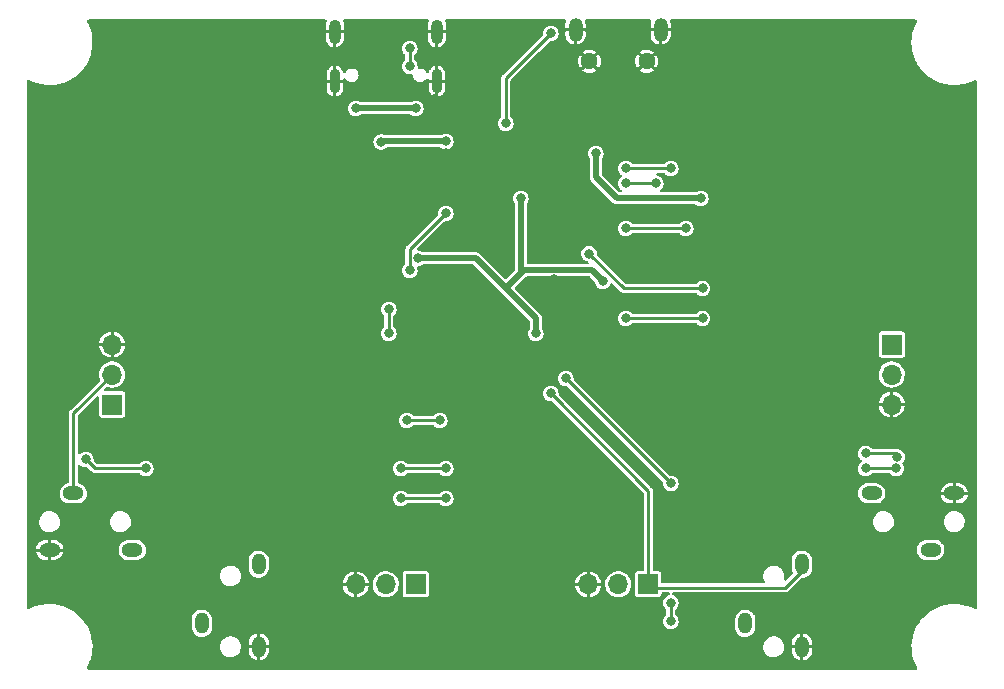
<source format=gbl>
G04 #@! TF.GenerationSoftware,KiCad,Pcbnew,6.0.4-6f826c9f35~116~ubuntu20.04.1*
G04 #@! TF.CreationDate,2022-05-15T08:48:41-07:00*
G04 #@! TF.ProjectId,ft4232h-breakout,66743432-3332-4682-9d62-7265616b6f75,rev?*
G04 #@! TF.SameCoordinates,Original*
G04 #@! TF.FileFunction,Copper,L2,Bot*
G04 #@! TF.FilePolarity,Positive*
%FSLAX46Y46*%
G04 Gerber Fmt 4.6, Leading zero omitted, Abs format (unit mm)*
G04 Created by KiCad (PCBNEW 6.0.4-6f826c9f35~116~ubuntu20.04.1) date 2022-05-15 08:48:41*
%MOMM*%
%LPD*%
G01*
G04 APERTURE LIST*
G04 #@! TA.AperFunction,ComponentPad*
%ADD10R,1.700000X1.700000*%
G04 #@! TD*
G04 #@! TA.AperFunction,ComponentPad*
%ADD11O,1.700000X1.700000*%
G04 #@! TD*
G04 #@! TA.AperFunction,ComponentPad*
%ADD12C,1.450000*%
G04 #@! TD*
G04 #@! TA.AperFunction,ComponentPad*
%ADD13O,1.200000X2.000000*%
G04 #@! TD*
G04 #@! TA.AperFunction,ComponentPad*
%ADD14O,1.199896X1.799996*%
G04 #@! TD*
G04 #@! TA.AperFunction,ComponentPad*
%ADD15O,1.799996X1.199896*%
G04 #@! TD*
G04 #@! TA.AperFunction,ComponentPad*
%ADD16O,1.000000X2.100000*%
G04 #@! TD*
G04 #@! TA.AperFunction,ComponentPad*
%ADD17O,0.900000X2.100000*%
G04 #@! TD*
G04 #@! TA.AperFunction,ViaPad*
%ADD18C,0.800000*%
G04 #@! TD*
G04 #@! TA.AperFunction,Conductor*
%ADD19C,0.250000*%
G04 #@! TD*
G04 #@! TA.AperFunction,Conductor*
%ADD20C,0.500000*%
G04 #@! TD*
G04 APERTURE END LIST*
D10*
X92695000Y-120300000D03*
D11*
X90155000Y-120300000D03*
X87615000Y-120300000D03*
D12*
X107405000Y-76020000D03*
D13*
X113430000Y-73370000D03*
X106230000Y-73370000D03*
D12*
X112255000Y-76020000D03*
D10*
X67000000Y-105080000D03*
D11*
X67000000Y-102540000D03*
X67000000Y-100000000D03*
D14*
X74600000Y-123600000D03*
X79400000Y-125600000D03*
X79400000Y-118600000D03*
X120600000Y-123600000D03*
X125400000Y-125600000D03*
X125400000Y-118600000D03*
D10*
X112385000Y-120300000D03*
D11*
X109845000Y-120300000D03*
X107305000Y-120300000D03*
D15*
X63700000Y-112600000D03*
X61700000Y-117400000D03*
X68700000Y-117400000D03*
D16*
X85850000Y-73530000D03*
X94490000Y-73530000D03*
D17*
X85850000Y-77710000D03*
X94490000Y-77710000D03*
D15*
X136300000Y-117400000D03*
X138300000Y-112600000D03*
X131300000Y-112600000D03*
D10*
X133000000Y-100000000D03*
D11*
X133000000Y-102540000D03*
X133000000Y-105080000D03*
D18*
X92202000Y-74930000D03*
X92202000Y-76454000D03*
X92202000Y-93726000D03*
X91948000Y-83820000D03*
X114300000Y-123444000D03*
X64770000Y-109728000D03*
X94234000Y-81280000D03*
X89768500Y-82848029D03*
X95250000Y-82804000D03*
X90424000Y-97028000D03*
X94402181Y-95335388D03*
X90424000Y-99060000D03*
X94742000Y-106426000D03*
X91948000Y-106426000D03*
X104394000Y-94488000D03*
X97790000Y-99060000D03*
X97790000Y-73660000D03*
X132080000Y-81280000D03*
X110490000Y-91440000D03*
X94234000Y-79248000D03*
X95250000Y-83820000D03*
X127000000Y-77470000D03*
X105410000Y-114300000D03*
X83820000Y-73660000D03*
X110490000Y-96520000D03*
X96520000Y-93980000D03*
X88900000Y-93980000D03*
X91440000Y-101600000D03*
X108458000Y-91186000D03*
X90170000Y-91440000D03*
X99060000Y-91440000D03*
X121920000Y-88900000D03*
X129540000Y-91440000D03*
X107950000Y-81280000D03*
X90170000Y-90170000D03*
X88900000Y-92710000D03*
X105410000Y-96520000D03*
X121920000Y-83820000D03*
X107950000Y-77470000D03*
X86360000Y-80010000D03*
X132080000Y-83820000D03*
X109220000Y-78740000D03*
X105410000Y-87630000D03*
X93980000Y-87630000D03*
X95250000Y-105410000D03*
X107950000Y-100330000D03*
X101600000Y-104140000D03*
X97790000Y-104140000D03*
X101600000Y-100330000D03*
X100330000Y-86360000D03*
X116840000Y-87630000D03*
X107950000Y-83820000D03*
X104140000Y-73660000D03*
X100330000Y-81280000D03*
X116983500Y-97790000D03*
X110490000Y-97790000D03*
X107362870Y-92311963D03*
X116983500Y-95250000D03*
X104140000Y-104140000D03*
X105410000Y-102870000D03*
X114300000Y-111760000D03*
X95250000Y-110490000D03*
X69850000Y-110490000D03*
X91440000Y-110490000D03*
X91440000Y-113030000D03*
X95250000Y-113030000D03*
X114300000Y-121863500D03*
X133376999Y-110490000D03*
X130783001Y-110490000D03*
X133457586Y-109525775D03*
X130783001Y-109220000D03*
X110490000Y-90170000D03*
X115570000Y-90170000D03*
X113030000Y-86360000D03*
X110490000Y-86360000D03*
X110490000Y-85090000D03*
X114300000Y-85090000D03*
X108552342Y-94647658D03*
X101600000Y-87630000D03*
X102870000Y-99060000D03*
X92853500Y-92710000D03*
X92710000Y-80010000D03*
X87630000Y-80010000D03*
X95250000Y-88900000D03*
D19*
X92202000Y-74930000D02*
X92202000Y-76454000D01*
X110300907Y-95250000D02*
X107362870Y-92311963D01*
X116983500Y-95250000D02*
X110300907Y-95250000D01*
D20*
X97790000Y-92710000D02*
X92853500Y-92710000D01*
X100330000Y-95250000D02*
X97790000Y-92710000D01*
D19*
X95250000Y-88900000D02*
X92202000Y-91948000D01*
X92202000Y-91948000D02*
X92202000Y-93726000D01*
D20*
X95250000Y-82804000D02*
X89812529Y-82804000D01*
X89812529Y-82804000D02*
X89768500Y-82848029D01*
D19*
X133376999Y-110490000D02*
X130783001Y-110490000D01*
X133457586Y-109525775D02*
X133151811Y-109220000D01*
X133151811Y-109220000D02*
X130783001Y-109220000D01*
X114300000Y-123444000D02*
X114300000Y-121863500D01*
X65871167Y-110490000D02*
X65532000Y-110490000D01*
X65532000Y-110490000D02*
X64770000Y-109728000D01*
X104140000Y-73660000D02*
X100330000Y-77470000D01*
X100330000Y-77470000D02*
X100330000Y-81280000D01*
D20*
X116840000Y-87630000D02*
X109728000Y-87630000D01*
X109728000Y-87630000D02*
X107950000Y-85852000D01*
X107950000Y-85852000D02*
X107950000Y-83820000D01*
D19*
X90424000Y-97028000D02*
X90424000Y-99060000D01*
X94742000Y-106426000D02*
X91948000Y-106426000D01*
D20*
X101868501Y-93711499D02*
X101600000Y-93980000D01*
X107616183Y-93711499D02*
X101868501Y-93711499D01*
X108552342Y-94647658D02*
X107616183Y-93711499D01*
D19*
X110490000Y-97790000D02*
X116983500Y-97790000D01*
X67000000Y-102540000D02*
X63700000Y-105840000D01*
X63700000Y-105840000D02*
X63700000Y-112600000D01*
X112684521Y-120599521D02*
X123950377Y-120599521D01*
X125400000Y-119149898D02*
X125400000Y-118600000D01*
X112385000Y-120300000D02*
X112684521Y-120599521D01*
X104140000Y-104140000D02*
X112385000Y-112385000D01*
X123950377Y-120599521D02*
X125400000Y-119149898D01*
X112385000Y-112385000D02*
X112385000Y-120300000D01*
X105410000Y-102870000D02*
X111760000Y-109220000D01*
X111760000Y-109220000D02*
X114300000Y-111760000D01*
X95250000Y-110490000D02*
X91440000Y-110490000D01*
X69850000Y-110490000D02*
X65871167Y-110490000D01*
X95250000Y-113030000D02*
X91440000Y-113030000D01*
X110490000Y-90170000D02*
X115570000Y-90170000D01*
X110490000Y-86360000D02*
X113030000Y-86360000D01*
X110490000Y-85090000D02*
X114300000Y-85090000D01*
D20*
X101600000Y-87630000D02*
X101600000Y-93980000D01*
X100330000Y-95250000D02*
X102870000Y-97790000D01*
X101600000Y-93980000D02*
X100330000Y-95250000D01*
X102870000Y-97790000D02*
X102870000Y-99060000D01*
X87630000Y-80010000D02*
X92710000Y-80010000D01*
G04 #@! TA.AperFunction,Conductor*
G36*
X85124425Y-72493252D02*
G01*
X85170918Y-72546908D01*
X85181022Y-72617182D01*
X85168521Y-72656551D01*
X85141806Y-72708870D01*
X85136738Y-72722496D01*
X85098023Y-72880716D01*
X85096340Y-72891775D01*
X85096120Y-72895321D01*
X85096000Y-72899199D01*
X85096000Y-73384885D01*
X85100475Y-73400124D01*
X85101865Y-73401329D01*
X85109548Y-73403000D01*
X86585885Y-73403000D01*
X86601124Y-73398525D01*
X86602329Y-73397135D01*
X86604000Y-73389452D01*
X86604000Y-72939637D01*
X86603575Y-72932333D01*
X86589620Y-72812634D01*
X86586275Y-72798482D01*
X86529562Y-72642241D01*
X86525121Y-72571384D01*
X86559694Y-72509373D01*
X86622303Y-72475898D01*
X86648001Y-72473250D01*
X93696304Y-72473250D01*
X93764425Y-72493252D01*
X93810918Y-72546908D01*
X93821022Y-72617182D01*
X93808521Y-72656551D01*
X93781806Y-72708870D01*
X93776738Y-72722496D01*
X93738023Y-72880716D01*
X93736340Y-72891775D01*
X93736120Y-72895321D01*
X93736000Y-72899199D01*
X93736000Y-73384885D01*
X93740475Y-73400124D01*
X93741865Y-73401329D01*
X93749548Y-73403000D01*
X95225885Y-73403000D01*
X95241124Y-73398525D01*
X95242329Y-73397135D01*
X95244000Y-73389452D01*
X95244000Y-72939637D01*
X95243575Y-72932333D01*
X95229620Y-72812634D01*
X95226275Y-72798482D01*
X95169562Y-72642241D01*
X95165121Y-72571384D01*
X95199694Y-72509373D01*
X95262303Y-72475898D01*
X95288001Y-72473250D01*
X105321560Y-72473250D01*
X105389681Y-72493252D01*
X105436174Y-72546908D01*
X105446278Y-72617182D01*
X105435755Y-72652500D01*
X105419674Y-72686985D01*
X105415307Y-72699812D01*
X105377446Y-72869199D01*
X105376073Y-72879092D01*
X105376000Y-72881708D01*
X105376000Y-73224885D01*
X105380475Y-73240124D01*
X105381865Y-73241329D01*
X105389548Y-73243000D01*
X107065885Y-73243000D01*
X107081124Y-73238525D01*
X107082329Y-73237135D01*
X107084000Y-73229452D01*
X107084000Y-72927059D01*
X107083631Y-72920245D01*
X107069734Y-72792320D01*
X107066820Y-72779068D01*
X107019830Y-72639439D01*
X107017060Y-72568497D01*
X107053083Y-72507318D01*
X107116464Y-72475327D01*
X107139249Y-72473250D01*
X112521560Y-72473250D01*
X112589681Y-72493252D01*
X112636174Y-72546908D01*
X112646278Y-72617182D01*
X112635755Y-72652500D01*
X112619674Y-72686985D01*
X112615307Y-72699812D01*
X112577446Y-72869199D01*
X112576073Y-72879092D01*
X112576000Y-72881708D01*
X112576000Y-73224885D01*
X112580475Y-73240124D01*
X112581865Y-73241329D01*
X112589548Y-73243000D01*
X114265885Y-73243000D01*
X114281124Y-73238525D01*
X114282329Y-73237135D01*
X114284000Y-73229452D01*
X114284000Y-72927059D01*
X114283631Y-72920245D01*
X114269734Y-72792320D01*
X114266820Y-72779068D01*
X114219830Y-72639439D01*
X114217060Y-72568497D01*
X114253083Y-72507318D01*
X114316464Y-72475327D01*
X114339249Y-72473250D01*
X134996839Y-72473250D01*
X135064960Y-72493252D01*
X135111453Y-72546908D01*
X135121557Y-72617182D01*
X135105645Y-72661630D01*
X135106044Y-72661845D01*
X135104621Y-72664491D01*
X135104603Y-72664540D01*
X135104524Y-72664670D01*
X135104519Y-72664679D01*
X135102849Y-72667436D01*
X134943504Y-73003841D01*
X134942432Y-73006871D01*
X134942431Y-73006874D01*
X134850836Y-73265770D01*
X134819351Y-73354762D01*
X134808359Y-73400124D01*
X134742831Y-73670548D01*
X134731689Y-73716528D01*
X134731253Y-73719731D01*
X134731252Y-73719734D01*
X134697074Y-73970571D01*
X134681434Y-74085356D01*
X134681327Y-74088587D01*
X134669219Y-74454166D01*
X134669112Y-74457388D01*
X134694852Y-74828732D01*
X134713110Y-74934134D01*
X134743703Y-75110749D01*
X134758384Y-75195506D01*
X134759256Y-75198609D01*
X134759260Y-75198626D01*
X134804585Y-75359989D01*
X134859045Y-75553873D01*
X134995781Y-75900085D01*
X134997268Y-75902952D01*
X135146895Y-76191442D01*
X135167163Y-76230521D01*
X135371397Y-76541725D01*
X135423480Y-76605727D01*
X135604312Y-76827941D01*
X135604320Y-76827949D01*
X135606348Y-76830442D01*
X135869558Y-77093652D01*
X135872051Y-77095680D01*
X135872059Y-77095688D01*
X136048962Y-77239647D01*
X136158275Y-77328603D01*
X136469479Y-77532837D01*
X136472343Y-77534323D01*
X136472344Y-77534323D01*
X136590087Y-77595391D01*
X136799915Y-77704219D01*
X136802923Y-77705407D01*
X136928798Y-77755121D01*
X137146127Y-77840955D01*
X137290078Y-77881389D01*
X137501374Y-77940740D01*
X137501381Y-77940742D01*
X137504494Y-77941616D01*
X137507680Y-77942168D01*
X137507685Y-77942169D01*
X137642872Y-77965586D01*
X137871268Y-78005148D01*
X137874498Y-78005372D01*
X137874499Y-78005372D01*
X137919634Y-78008501D01*
X138242612Y-78030888D01*
X138245818Y-78030782D01*
X138245827Y-78030782D01*
X138611413Y-78018673D01*
X138614644Y-78018566D01*
X138617850Y-78018129D01*
X138617852Y-78018129D01*
X138980266Y-77968748D01*
X138980269Y-77968747D01*
X138983472Y-77968311D01*
X138986607Y-77967551D01*
X138986614Y-77967550D01*
X139238455Y-77906524D01*
X139345238Y-77880649D01*
X139348276Y-77879574D01*
X139348280Y-77879573D01*
X139693126Y-77757569D01*
X139693125Y-77757569D01*
X139696159Y-77756496D01*
X140032564Y-77597151D01*
X140035321Y-77595481D01*
X140035330Y-77595476D01*
X140035460Y-77595397D01*
X140035492Y-77595388D01*
X140038155Y-77593956D01*
X140038497Y-77594592D01*
X140104086Y-77577205D01*
X140171653Y-77599004D01*
X140216709Y-77653872D01*
X140226750Y-77703161D01*
X140226750Y-122296848D01*
X140206748Y-122364969D01*
X140153092Y-122411462D01*
X140082818Y-122421566D01*
X140038379Y-122405656D01*
X140038163Y-122406057D01*
X140035502Y-122404626D01*
X140035455Y-122404609D01*
X140035330Y-122404533D01*
X140035318Y-122404526D01*
X140032562Y-122402857D01*
X139846451Y-122314704D01*
X139699067Y-122244894D01*
X139699061Y-122244892D01*
X139696157Y-122243516D01*
X139345237Y-122119368D01*
X138983473Y-122031709D01*
X138980283Y-122031274D01*
X138980281Y-122031274D01*
X138617829Y-121981890D01*
X138617821Y-121981889D01*
X138614648Y-121981457D01*
X138442870Y-121975769D01*
X138245834Y-121969244D01*
X138245825Y-121969244D01*
X138242619Y-121969138D01*
X138058665Y-121981890D01*
X137874506Y-121994656D01*
X137874503Y-121994656D01*
X137871277Y-121994880D01*
X137868094Y-121995431D01*
X137868089Y-121995432D01*
X137654276Y-122032470D01*
X137504506Y-122058414D01*
X137501391Y-122059289D01*
X137149242Y-122158205D01*
X137149238Y-122158206D01*
X137146142Y-122159076D01*
X136935091Y-122242431D01*
X136803749Y-122294305D01*
X136799933Y-122295812D01*
X136469500Y-122467193D01*
X136466815Y-122468955D01*
X136466810Y-122468958D01*
X136160992Y-122669659D01*
X136160983Y-122669665D01*
X136158299Y-122671427D01*
X135869585Y-122906376D01*
X135606376Y-123169585D01*
X135587553Y-123192715D01*
X135382538Y-123444646D01*
X135371427Y-123458299D01*
X135369668Y-123460980D01*
X135369659Y-123460992D01*
X135168979Y-123766778D01*
X135167193Y-123769500D01*
X134995812Y-124099933D01*
X134859076Y-124446142D01*
X134858208Y-124449233D01*
X134858205Y-124449242D01*
X134788894Y-124695996D01*
X134758414Y-124804506D01*
X134757862Y-124807693D01*
X134705265Y-125111328D01*
X134694880Y-125171277D01*
X134669138Y-125542619D01*
X134669244Y-125545825D01*
X134669244Y-125545834D01*
X134672673Y-125649385D01*
X134681457Y-125914648D01*
X134681889Y-125917821D01*
X134681890Y-125917829D01*
X134731272Y-126280266D01*
X134731709Y-126283473D01*
X134819368Y-126645237D01*
X134943516Y-126996157D01*
X135102857Y-127332562D01*
X135104526Y-127335318D01*
X135104533Y-127335330D01*
X135104609Y-127335455D01*
X135104617Y-127335486D01*
X135106057Y-127338163D01*
X135105418Y-127338507D01*
X135122804Y-127404080D01*
X135101008Y-127471649D01*
X135046143Y-127516707D01*
X134996848Y-127526750D01*
X65003161Y-127526750D01*
X64935040Y-127506748D01*
X64888547Y-127453092D01*
X64878443Y-127382818D01*
X64894355Y-127338370D01*
X64893956Y-127338155D01*
X64895379Y-127335509D01*
X64895397Y-127335460D01*
X64895476Y-127335330D01*
X64895481Y-127335321D01*
X64897151Y-127332564D01*
X65056496Y-126996159D01*
X65145107Y-126745699D01*
X65179573Y-126648280D01*
X65179574Y-126648276D01*
X65180649Y-126645238D01*
X65238226Y-126407627D01*
X65267550Y-126286614D01*
X65267551Y-126286607D01*
X65268311Y-126283472D01*
X65270664Y-126266207D01*
X65318129Y-125917852D01*
X65318129Y-125917850D01*
X65318566Y-125914644D01*
X65320898Y-125844248D01*
X65330623Y-125550615D01*
X76116693Y-125550615D01*
X76126694Y-125741445D01*
X76177440Y-125925675D01*
X76180624Y-125931714D01*
X76263378Y-126088672D01*
X76263380Y-126088676D01*
X76266562Y-126094710D01*
X76389903Y-126240665D01*
X76445894Y-126283473D01*
X76536288Y-126352585D01*
X76536292Y-126352587D01*
X76541709Y-126356729D01*
X76714896Y-126437487D01*
X76901385Y-126479173D01*
X76907234Y-126479500D01*
X77047737Y-126479500D01*
X77189973Y-126464048D01*
X77371083Y-126403098D01*
X77534880Y-126304679D01*
X77673722Y-126173383D01*
X77781131Y-126015335D01*
X77783663Y-126009005D01*
X77783665Y-126009001D01*
X77810071Y-125942981D01*
X78546052Y-125942981D01*
X78546421Y-125949795D01*
X78560318Y-126077719D01*
X78563231Y-126090971D01*
X78618057Y-126253881D01*
X78623753Y-126266207D01*
X78712278Y-126413538D01*
X78720484Y-126424350D01*
X78838587Y-126549240D01*
X78848918Y-126558032D01*
X78991089Y-126654652D01*
X79003069Y-126661022D01*
X79162665Y-126724856D01*
X79175734Y-126728505D01*
X79255126Y-126741648D01*
X79268670Y-126739994D01*
X79271595Y-126730410D01*
X79527000Y-126730410D01*
X79531475Y-126745649D01*
X79531532Y-126745699D01*
X79538566Y-126747037D01*
X79543915Y-126746171D01*
X79709631Y-126700525D01*
X79722252Y-126695528D01*
X79874295Y-126615364D01*
X79885554Y-126607771D01*
X80016837Y-126496828D01*
X80026199Y-126486996D01*
X80130599Y-126350447D01*
X80137626Y-126338844D01*
X80210276Y-126183048D01*
X80214643Y-126170220D01*
X80252504Y-126000837D01*
X80253876Y-125990952D01*
X80253948Y-125988360D01*
X80253948Y-125745115D01*
X80249473Y-125729876D01*
X80248083Y-125728671D01*
X80240400Y-125727000D01*
X79545115Y-125727000D01*
X79529876Y-125731475D01*
X79528671Y-125732865D01*
X79527000Y-125740548D01*
X79527000Y-126730410D01*
X79271595Y-126730410D01*
X79273000Y-126725807D01*
X79273000Y-125745115D01*
X79268525Y-125729876D01*
X79267135Y-125728671D01*
X79259452Y-125727000D01*
X78564167Y-125727000D01*
X78548928Y-125731475D01*
X78547723Y-125732865D01*
X78546052Y-125740548D01*
X78546052Y-125942981D01*
X77810071Y-125942981D01*
X77849561Y-125844248D01*
X77852096Y-125837910D01*
X77869982Y-125729876D01*
X77882192Y-125656121D01*
X77882192Y-125656119D01*
X77883307Y-125649385D01*
X77878131Y-125550615D01*
X122116693Y-125550615D01*
X122126694Y-125741445D01*
X122177440Y-125925675D01*
X122180624Y-125931714D01*
X122263378Y-126088672D01*
X122263380Y-126088676D01*
X122266562Y-126094710D01*
X122389903Y-126240665D01*
X122445894Y-126283473D01*
X122536288Y-126352585D01*
X122536292Y-126352587D01*
X122541709Y-126356729D01*
X122714896Y-126437487D01*
X122901385Y-126479173D01*
X122907234Y-126479500D01*
X123047737Y-126479500D01*
X123189973Y-126464048D01*
X123371083Y-126403098D01*
X123534880Y-126304679D01*
X123673722Y-126173383D01*
X123781131Y-126015335D01*
X123783663Y-126009005D01*
X123783665Y-126009001D01*
X123810071Y-125942981D01*
X124546052Y-125942981D01*
X124546421Y-125949795D01*
X124560318Y-126077719D01*
X124563231Y-126090971D01*
X124618057Y-126253881D01*
X124623753Y-126266207D01*
X124712278Y-126413538D01*
X124720484Y-126424350D01*
X124838587Y-126549240D01*
X124848918Y-126558032D01*
X124991089Y-126654652D01*
X125003069Y-126661022D01*
X125162665Y-126724856D01*
X125175734Y-126728505D01*
X125255126Y-126741648D01*
X125268670Y-126739994D01*
X125271595Y-126730410D01*
X125527000Y-126730410D01*
X125531475Y-126745649D01*
X125531532Y-126745699D01*
X125538566Y-126747037D01*
X125543915Y-126746171D01*
X125709631Y-126700525D01*
X125722252Y-126695528D01*
X125874295Y-126615364D01*
X125885554Y-126607771D01*
X126016837Y-126496828D01*
X126026199Y-126486996D01*
X126130599Y-126350447D01*
X126137626Y-126338844D01*
X126210276Y-126183048D01*
X126214643Y-126170220D01*
X126252504Y-126000837D01*
X126253876Y-125990952D01*
X126253948Y-125988360D01*
X126253948Y-125745115D01*
X126249473Y-125729876D01*
X126248083Y-125728671D01*
X126240400Y-125727000D01*
X125545115Y-125727000D01*
X125529876Y-125731475D01*
X125528671Y-125732865D01*
X125527000Y-125740548D01*
X125527000Y-126730410D01*
X125271595Y-126730410D01*
X125273000Y-126725807D01*
X125273000Y-125745115D01*
X125268525Y-125729876D01*
X125267135Y-125728671D01*
X125259452Y-125727000D01*
X124564167Y-125727000D01*
X124548928Y-125731475D01*
X124547723Y-125732865D01*
X124546052Y-125740548D01*
X124546052Y-125942981D01*
X123810071Y-125942981D01*
X123849561Y-125844248D01*
X123852096Y-125837910D01*
X123869982Y-125729876D01*
X123882192Y-125656121D01*
X123882192Y-125656119D01*
X123883307Y-125649385D01*
X123873306Y-125458555D01*
X123872295Y-125454885D01*
X124546052Y-125454885D01*
X124550527Y-125470124D01*
X124551917Y-125471329D01*
X124559600Y-125473000D01*
X125254885Y-125473000D01*
X125270124Y-125468525D01*
X125271329Y-125467135D01*
X125273000Y-125459452D01*
X125273000Y-125454885D01*
X125527000Y-125454885D01*
X125531475Y-125470124D01*
X125532865Y-125471329D01*
X125540548Y-125473000D01*
X126235833Y-125473000D01*
X126251072Y-125468525D01*
X126252277Y-125467135D01*
X126253948Y-125459452D01*
X126253948Y-125257019D01*
X126253579Y-125250205D01*
X126239682Y-125122281D01*
X126236769Y-125109029D01*
X126181943Y-124946119D01*
X126176247Y-124933793D01*
X126087722Y-124786462D01*
X126079516Y-124775650D01*
X125961413Y-124650760D01*
X125951082Y-124641968D01*
X125808911Y-124545348D01*
X125796931Y-124538978D01*
X125637335Y-124475144D01*
X125624266Y-124471495D01*
X125544874Y-124458352D01*
X125531330Y-124460006D01*
X125527000Y-124474193D01*
X125527000Y-125454885D01*
X125273000Y-125454885D01*
X125273000Y-124469590D01*
X125268525Y-124454351D01*
X125268468Y-124454301D01*
X125261434Y-124452963D01*
X125256085Y-124453829D01*
X125090369Y-124499475D01*
X125077748Y-124504472D01*
X124925705Y-124584636D01*
X124914446Y-124592229D01*
X124783163Y-124703172D01*
X124773801Y-124713004D01*
X124669401Y-124849553D01*
X124662374Y-124861156D01*
X124589724Y-125016952D01*
X124585357Y-125029780D01*
X124547496Y-125199163D01*
X124546124Y-125209048D01*
X124546052Y-125211640D01*
X124546052Y-125454885D01*
X123872295Y-125454885D01*
X123822560Y-125274325D01*
X123789510Y-125211640D01*
X123736622Y-125111328D01*
X123736620Y-125111324D01*
X123733438Y-125105290D01*
X123610097Y-124959335D01*
X123466508Y-124849553D01*
X123463712Y-124847415D01*
X123463708Y-124847413D01*
X123458291Y-124843271D01*
X123285104Y-124762513D01*
X123098615Y-124720827D01*
X123092766Y-124720500D01*
X122952263Y-124720500D01*
X122810027Y-124735952D01*
X122628917Y-124796902D01*
X122465120Y-124895321D01*
X122326278Y-125026617D01*
X122218869Y-125184665D01*
X122216337Y-125190995D01*
X122216335Y-125190999D01*
X122180375Y-125280907D01*
X122147904Y-125362090D01*
X122146790Y-125368820D01*
X122146789Y-125368823D01*
X122129819Y-125471329D01*
X122116693Y-125550615D01*
X77878131Y-125550615D01*
X77873306Y-125458555D01*
X77872295Y-125454885D01*
X78546052Y-125454885D01*
X78550527Y-125470124D01*
X78551917Y-125471329D01*
X78559600Y-125473000D01*
X79254885Y-125473000D01*
X79270124Y-125468525D01*
X79271329Y-125467135D01*
X79273000Y-125459452D01*
X79273000Y-125454885D01*
X79527000Y-125454885D01*
X79531475Y-125470124D01*
X79532865Y-125471329D01*
X79540548Y-125473000D01*
X80235833Y-125473000D01*
X80251072Y-125468525D01*
X80252277Y-125467135D01*
X80253948Y-125459452D01*
X80253948Y-125257019D01*
X80253579Y-125250205D01*
X80239682Y-125122281D01*
X80236769Y-125109029D01*
X80181943Y-124946119D01*
X80176247Y-124933793D01*
X80087722Y-124786462D01*
X80079516Y-124775650D01*
X79961413Y-124650760D01*
X79951082Y-124641968D01*
X79808911Y-124545348D01*
X79796931Y-124538978D01*
X79637335Y-124475144D01*
X79624266Y-124471495D01*
X79544874Y-124458352D01*
X79531330Y-124460006D01*
X79527000Y-124474193D01*
X79527000Y-125454885D01*
X79273000Y-125454885D01*
X79273000Y-124469590D01*
X79268525Y-124454351D01*
X79268468Y-124454301D01*
X79261434Y-124452963D01*
X79256085Y-124453829D01*
X79090369Y-124499475D01*
X79077748Y-124504472D01*
X78925705Y-124584636D01*
X78914446Y-124592229D01*
X78783163Y-124703172D01*
X78773801Y-124713004D01*
X78669401Y-124849553D01*
X78662374Y-124861156D01*
X78589724Y-125016952D01*
X78585357Y-125029780D01*
X78547496Y-125199163D01*
X78546124Y-125209048D01*
X78546052Y-125211640D01*
X78546052Y-125454885D01*
X77872295Y-125454885D01*
X77822560Y-125274325D01*
X77789510Y-125211640D01*
X77736622Y-125111328D01*
X77736620Y-125111324D01*
X77733438Y-125105290D01*
X77610097Y-124959335D01*
X77466508Y-124849553D01*
X77463712Y-124847415D01*
X77463708Y-124847413D01*
X77458291Y-124843271D01*
X77285104Y-124762513D01*
X77098615Y-124720827D01*
X77092766Y-124720500D01*
X76952263Y-124720500D01*
X76810027Y-124735952D01*
X76628917Y-124796902D01*
X76465120Y-124895321D01*
X76326278Y-125026617D01*
X76218869Y-125184665D01*
X76216337Y-125190995D01*
X76216335Y-125190999D01*
X76180375Y-125280907D01*
X76147904Y-125362090D01*
X76146790Y-125368820D01*
X76146789Y-125368823D01*
X76129819Y-125471329D01*
X76116693Y-125550615D01*
X65330623Y-125550615D01*
X65330782Y-125545827D01*
X65330782Y-125545818D01*
X65330888Y-125542612D01*
X65306077Y-125184665D01*
X65305372Y-125174499D01*
X65305372Y-125174498D01*
X65305148Y-125171268D01*
X65241616Y-124804494D01*
X65240472Y-124800419D01*
X65181993Y-124592229D01*
X65140955Y-124446127D01*
X65004219Y-124099915D01*
X64924611Y-123946425D01*
X73745552Y-123946425D01*
X73760564Y-124084612D01*
X73819778Y-124260563D01*
X73915394Y-124419694D01*
X74042950Y-124554582D01*
X74048593Y-124558417D01*
X74184473Y-124650760D01*
X74196496Y-124658931D01*
X74202825Y-124661463D01*
X74202828Y-124661464D01*
X74362526Y-124725339D01*
X74362528Y-124725340D01*
X74368867Y-124727875D01*
X74460444Y-124743035D01*
X74545284Y-124757081D01*
X74545288Y-124757081D01*
X74552022Y-124758196D01*
X74558839Y-124757839D01*
X74558843Y-124757839D01*
X74713805Y-124749717D01*
X74737416Y-124748480D01*
X74743989Y-124746669D01*
X74743992Y-124746669D01*
X74909816Y-124700993D01*
X74916398Y-124699180D01*
X75080618Y-124612596D01*
X75104719Y-124592229D01*
X75217202Y-124497175D01*
X75217206Y-124497171D01*
X75222416Y-124492768D01*
X75236618Y-124474193D01*
X75331030Y-124350708D01*
X75331033Y-124350704D01*
X75335174Y-124345287D01*
X75413632Y-124177033D01*
X75438446Y-124066024D01*
X75453003Y-124000900D01*
X75453004Y-124000894D01*
X75454130Y-123995856D01*
X75454448Y-123990168D01*
X75454448Y-123253575D01*
X75439436Y-123115388D01*
X75380222Y-122939437D01*
X75366926Y-122917308D01*
X75288120Y-122786155D01*
X75284606Y-122780306D01*
X75211239Y-122702722D01*
X75161735Y-122650372D01*
X75161734Y-122650371D01*
X75157050Y-122645418D01*
X75110325Y-122613664D01*
X75009146Y-122544903D01*
X75009144Y-122544902D01*
X75003504Y-122541069D01*
X74997175Y-122538537D01*
X74997172Y-122538536D01*
X74837474Y-122474661D01*
X74837472Y-122474660D01*
X74831133Y-122472125D01*
X74739556Y-122456965D01*
X74654716Y-122442919D01*
X74654712Y-122442919D01*
X74647978Y-122441804D01*
X74641161Y-122442161D01*
X74641157Y-122442161D01*
X74486195Y-122450283D01*
X74462584Y-122451520D01*
X74456011Y-122453331D01*
X74456008Y-122453331D01*
X74387778Y-122472125D01*
X74283602Y-122500820D01*
X74119382Y-122587404D01*
X74114174Y-122591805D01*
X73982798Y-122702825D01*
X73982794Y-122702829D01*
X73977584Y-122707232D01*
X73973437Y-122712656D01*
X73973436Y-122712657D01*
X73868970Y-122849292D01*
X73868967Y-122849296D01*
X73864826Y-122854713D01*
X73786368Y-123022967D01*
X73776928Y-123065199D01*
X73747836Y-123195349D01*
X73745870Y-123204144D01*
X73745552Y-123209832D01*
X73745552Y-123946425D01*
X64924611Y-123946425D01*
X64832837Y-123769479D01*
X64628603Y-123458275D01*
X64495142Y-123294273D01*
X64395688Y-123172059D01*
X64395680Y-123172051D01*
X64393652Y-123169558D01*
X64130442Y-122906348D01*
X64127949Y-122904320D01*
X64127941Y-122904312D01*
X63867238Y-122692159D01*
X63841725Y-122671397D01*
X63530521Y-122467163D01*
X63514453Y-122458829D01*
X63202952Y-122297268D01*
X63200085Y-122295781D01*
X63071240Y-122244894D01*
X62856871Y-122160229D01*
X62856870Y-122160229D01*
X62853873Y-122159045D01*
X62659989Y-122104585D01*
X62498626Y-122059260D01*
X62498619Y-122059258D01*
X62495506Y-122058384D01*
X62492320Y-122057832D01*
X62492315Y-122057831D01*
X62345787Y-122032450D01*
X62128732Y-121994852D01*
X62125502Y-121994628D01*
X62125501Y-121994628D01*
X62080366Y-121991499D01*
X61757388Y-121969112D01*
X61754182Y-121969218D01*
X61754173Y-121969218D01*
X61398396Y-121981002D01*
X61385356Y-121981434D01*
X61382150Y-121981871D01*
X61382148Y-121981871D01*
X61019734Y-122031252D01*
X61019731Y-122031253D01*
X61016528Y-122031689D01*
X61013393Y-122032449D01*
X61013386Y-122032450D01*
X60761545Y-122093476D01*
X60654762Y-122119351D01*
X60651724Y-122120426D01*
X60651720Y-122120427D01*
X60480159Y-122181124D01*
X60303841Y-122243504D01*
X59967436Y-122402849D01*
X59964679Y-122404519D01*
X59964670Y-122404524D01*
X59964540Y-122404603D01*
X59964508Y-122404612D01*
X59961845Y-122406044D01*
X59961503Y-122405408D01*
X59895914Y-122422795D01*
X59828347Y-122400996D01*
X59783291Y-122346128D01*
X59773250Y-122296839D01*
X59773250Y-119550615D01*
X76116693Y-119550615D01*
X76117050Y-119557431D01*
X76117050Y-119557435D01*
X76122502Y-119661464D01*
X76126694Y-119741445D01*
X76177440Y-119925675D01*
X76180624Y-119931714D01*
X76263378Y-120088672D01*
X76263380Y-120088676D01*
X76266562Y-120094710D01*
X76389903Y-120240665D01*
X76422032Y-120265229D01*
X76536288Y-120352585D01*
X76536292Y-120352587D01*
X76541709Y-120356729D01*
X76628302Y-120397108D01*
X76701877Y-120431416D01*
X76714896Y-120437487D01*
X76901385Y-120479173D01*
X76907234Y-120479500D01*
X77047737Y-120479500D01*
X77051208Y-120479123D01*
X77087907Y-120475136D01*
X77189973Y-120464048D01*
X77253699Y-120442602D01*
X86517899Y-120442602D01*
X86519542Y-120467676D01*
X86521343Y-120479046D01*
X86568443Y-120664502D01*
X86572284Y-120675348D01*
X86652394Y-120849120D01*
X86658145Y-120859081D01*
X86768579Y-121015343D01*
X86776057Y-121024098D01*
X86913114Y-121157612D01*
X86922058Y-121164855D01*
X87081156Y-121271161D01*
X87091266Y-121276651D01*
X87267077Y-121352185D01*
X87278020Y-121355740D01*
X87464647Y-121397970D01*
X87471383Y-121398857D01*
X87485302Y-121395357D01*
X87485658Y-121394978D01*
X87488000Y-121385144D01*
X87488000Y-121379095D01*
X87742000Y-121379095D01*
X87745966Y-121392601D01*
X87759966Y-121394605D01*
X87868106Y-121378926D01*
X87879302Y-121376238D01*
X88060497Y-121314730D01*
X88070994Y-121310056D01*
X88237958Y-121216552D01*
X88247430Y-121210042D01*
X88394553Y-121087682D01*
X88402682Y-121079553D01*
X88525042Y-120932430D01*
X88531552Y-120922958D01*
X88625056Y-120755994D01*
X88629730Y-120745497D01*
X88691238Y-120564302D01*
X88693926Y-120553106D01*
X88709610Y-120444929D01*
X88707624Y-120430993D01*
X88694056Y-120427000D01*
X87760115Y-120427000D01*
X87744876Y-120431475D01*
X87743671Y-120432865D01*
X87742000Y-120440548D01*
X87742000Y-121379095D01*
X87488000Y-121379095D01*
X87488000Y-120445115D01*
X87483525Y-120429876D01*
X87482135Y-120428671D01*
X87474452Y-120427000D01*
X86534991Y-120427000D01*
X86519951Y-120431416D01*
X86517899Y-120442602D01*
X77253699Y-120442602D01*
X77371083Y-120403098D01*
X77534880Y-120304679D01*
X77570533Y-120270964D01*
X89046148Y-120270964D01*
X89059424Y-120473522D01*
X89060845Y-120479118D01*
X89060846Y-120479123D01*
X89081119Y-120558945D01*
X89109392Y-120670269D01*
X89111809Y-120675512D01*
X89148912Y-120755994D01*
X89194377Y-120854616D01*
X89197710Y-120859332D01*
X89285704Y-120983841D01*
X89311533Y-121020389D01*
X89456938Y-121162035D01*
X89625720Y-121274812D01*
X89631023Y-121277090D01*
X89631026Y-121277092D01*
X89762283Y-121333484D01*
X89812228Y-121354942D01*
X89885244Y-121371464D01*
X90004579Y-121398467D01*
X90004584Y-121398468D01*
X90010216Y-121399742D01*
X90015987Y-121399969D01*
X90015989Y-121399969D01*
X90075756Y-121402317D01*
X90213053Y-121407712D01*
X90320348Y-121392155D01*
X90408231Y-121379413D01*
X90408236Y-121379412D01*
X90413945Y-121378584D01*
X90419409Y-121376729D01*
X90419414Y-121376728D01*
X90600693Y-121315192D01*
X90600698Y-121315190D01*
X90606165Y-121313334D01*
X90612019Y-121310056D01*
X90681470Y-121271161D01*
X90783276Y-121214147D01*
X90788994Y-121209392D01*
X90934913Y-121088031D01*
X90939345Y-121084345D01*
X90963172Y-121055696D01*
X91065453Y-120932718D01*
X91065455Y-120932715D01*
X91069147Y-120928276D01*
X91168334Y-120751165D01*
X91170190Y-120745698D01*
X91170192Y-120745693D01*
X91231728Y-120564414D01*
X91231729Y-120564409D01*
X91233584Y-120558945D01*
X91234412Y-120553236D01*
X91234413Y-120553231D01*
X91262179Y-120361727D01*
X91262712Y-120358053D01*
X91264232Y-120300000D01*
X91252298Y-120170124D01*
X91246187Y-120103613D01*
X91246186Y-120103610D01*
X91245658Y-120097859D01*
X91239271Y-120075211D01*
X91192125Y-119908046D01*
X91192124Y-119908044D01*
X91190557Y-119902487D01*
X91180076Y-119881232D01*
X91103331Y-119725609D01*
X91100776Y-119720428D01*
X90979320Y-119557779D01*
X90879351Y-119465368D01*
X90835609Y-119424933D01*
X91590500Y-119424933D01*
X91590501Y-121175066D01*
X91605266Y-121249301D01*
X91612161Y-121259620D01*
X91612162Y-121259622D01*
X91651303Y-121318200D01*
X91661516Y-121333484D01*
X91745699Y-121389734D01*
X91819933Y-121404500D01*
X92694858Y-121404500D01*
X93570066Y-121404499D01*
X93605818Y-121397388D01*
X93632126Y-121392156D01*
X93632128Y-121392155D01*
X93644301Y-121389734D01*
X93654621Y-121382839D01*
X93654622Y-121382838D01*
X93718168Y-121340377D01*
X93728484Y-121333484D01*
X93784734Y-121249301D01*
X93799500Y-121175067D01*
X93799500Y-120442602D01*
X106207899Y-120442602D01*
X106209542Y-120467676D01*
X106211343Y-120479046D01*
X106258443Y-120664502D01*
X106262284Y-120675348D01*
X106342394Y-120849120D01*
X106348145Y-120859081D01*
X106458579Y-121015343D01*
X106466057Y-121024098D01*
X106603114Y-121157612D01*
X106612058Y-121164855D01*
X106771156Y-121271161D01*
X106781266Y-121276651D01*
X106957077Y-121352185D01*
X106968020Y-121355740D01*
X107154647Y-121397970D01*
X107161383Y-121398857D01*
X107175302Y-121395357D01*
X107175658Y-121394978D01*
X107178000Y-121385144D01*
X107178000Y-121379095D01*
X107432000Y-121379095D01*
X107435966Y-121392601D01*
X107449966Y-121394605D01*
X107558106Y-121378926D01*
X107569302Y-121376238D01*
X107750497Y-121314730D01*
X107760994Y-121310056D01*
X107927958Y-121216552D01*
X107937430Y-121210042D01*
X108084553Y-121087682D01*
X108092682Y-121079553D01*
X108215042Y-120932430D01*
X108221552Y-120922958D01*
X108315056Y-120755994D01*
X108319730Y-120745497D01*
X108381238Y-120564302D01*
X108383926Y-120553106D01*
X108399610Y-120444929D01*
X108397624Y-120430993D01*
X108384056Y-120427000D01*
X107450115Y-120427000D01*
X107434876Y-120431475D01*
X107433671Y-120432865D01*
X107432000Y-120440548D01*
X107432000Y-121379095D01*
X107178000Y-121379095D01*
X107178000Y-120445115D01*
X107173525Y-120429876D01*
X107172135Y-120428671D01*
X107164452Y-120427000D01*
X106224991Y-120427000D01*
X106209951Y-120431416D01*
X106207899Y-120442602D01*
X93799500Y-120442602D01*
X93799500Y-120270964D01*
X108736148Y-120270964D01*
X108749424Y-120473522D01*
X108750845Y-120479118D01*
X108750846Y-120479123D01*
X108771119Y-120558945D01*
X108799392Y-120670269D01*
X108801809Y-120675512D01*
X108838912Y-120755994D01*
X108884377Y-120854616D01*
X108887710Y-120859332D01*
X108975704Y-120983841D01*
X109001533Y-121020389D01*
X109146938Y-121162035D01*
X109315720Y-121274812D01*
X109321023Y-121277090D01*
X109321026Y-121277092D01*
X109452283Y-121333484D01*
X109502228Y-121354942D01*
X109575244Y-121371464D01*
X109694579Y-121398467D01*
X109694584Y-121398468D01*
X109700216Y-121399742D01*
X109705987Y-121399969D01*
X109705989Y-121399969D01*
X109765756Y-121402317D01*
X109903053Y-121407712D01*
X110010348Y-121392155D01*
X110098231Y-121379413D01*
X110098236Y-121379412D01*
X110103945Y-121378584D01*
X110109409Y-121376729D01*
X110109414Y-121376728D01*
X110290693Y-121315192D01*
X110290698Y-121315190D01*
X110296165Y-121313334D01*
X110302019Y-121310056D01*
X110371470Y-121271161D01*
X110473276Y-121214147D01*
X110478994Y-121209392D01*
X110624913Y-121088031D01*
X110629345Y-121084345D01*
X110653172Y-121055696D01*
X110755453Y-120932718D01*
X110755455Y-120932715D01*
X110759147Y-120928276D01*
X110858334Y-120751165D01*
X110860190Y-120745698D01*
X110860192Y-120745693D01*
X110921728Y-120564414D01*
X110921729Y-120564409D01*
X110923584Y-120558945D01*
X110924412Y-120553236D01*
X110924413Y-120553231D01*
X110952179Y-120361727D01*
X110952712Y-120358053D01*
X110954232Y-120300000D01*
X110942298Y-120170124D01*
X110936187Y-120103613D01*
X110936186Y-120103610D01*
X110935658Y-120097859D01*
X110929271Y-120075211D01*
X110882125Y-119908046D01*
X110882124Y-119908044D01*
X110880557Y-119902487D01*
X110870076Y-119881232D01*
X110793331Y-119725609D01*
X110790776Y-119720428D01*
X110669320Y-119557779D01*
X110569351Y-119465368D01*
X110524503Y-119423911D01*
X110520258Y-119419987D01*
X110515375Y-119416906D01*
X110515371Y-119416903D01*
X110369728Y-119325010D01*
X110348581Y-119311667D01*
X110160039Y-119236446D01*
X110154379Y-119235320D01*
X110154375Y-119235319D01*
X109966613Y-119197971D01*
X109966610Y-119197971D01*
X109960946Y-119196844D01*
X109955171Y-119196768D01*
X109955167Y-119196768D01*
X109853793Y-119195441D01*
X109757971Y-119194187D01*
X109752274Y-119195166D01*
X109752273Y-119195166D01*
X109664397Y-119210266D01*
X109557910Y-119228564D01*
X109367463Y-119298824D01*
X109193010Y-119402612D01*
X109188670Y-119406418D01*
X109188666Y-119406421D01*
X109096393Y-119487343D01*
X109040392Y-119536455D01*
X109036817Y-119540990D01*
X109036816Y-119540991D01*
X109019931Y-119562409D01*
X108914720Y-119695869D01*
X108912031Y-119700980D01*
X108912029Y-119700983D01*
X108882116Y-119757839D01*
X108820203Y-119875515D01*
X108760007Y-120069378D01*
X108736148Y-120270964D01*
X93799500Y-120270964D01*
X93799500Y-120155012D01*
X106210375Y-120155012D01*
X106212817Y-120169431D01*
X106225559Y-120173000D01*
X107159885Y-120173000D01*
X107175124Y-120168525D01*
X107176329Y-120167135D01*
X107178000Y-120159452D01*
X107178000Y-120154885D01*
X107432000Y-120154885D01*
X107436475Y-120170124D01*
X107437865Y-120171329D01*
X107445548Y-120173000D01*
X108383945Y-120173000D01*
X108398490Y-120168729D01*
X108400553Y-120156595D01*
X108395693Y-120103707D01*
X108393595Y-120092386D01*
X108341658Y-119908231D01*
X108337533Y-119897484D01*
X108252903Y-119725871D01*
X108246893Y-119716063D01*
X108132400Y-119562739D01*
X108124710Y-119554199D01*
X107984192Y-119424304D01*
X107975067Y-119417303D01*
X107813236Y-119315195D01*
X107802989Y-119309974D01*
X107625260Y-119239068D01*
X107614232Y-119235801D01*
X107449769Y-119203088D01*
X107436894Y-119204240D01*
X107432000Y-119219396D01*
X107432000Y-120154885D01*
X107178000Y-120154885D01*
X107178000Y-119219678D01*
X107174194Y-119206716D01*
X107159278Y-119204780D01*
X107023737Y-119228070D01*
X107012617Y-119231050D01*
X106833095Y-119297279D01*
X106822717Y-119302229D01*
X106658273Y-119400063D01*
X106648961Y-119406829D01*
X106505097Y-119532994D01*
X106497180Y-119541337D01*
X106378718Y-119691605D01*
X106372450Y-119701256D01*
X106283360Y-119870589D01*
X106278951Y-119881232D01*
X106222210Y-120063967D01*
X106219820Y-120075211D01*
X106210375Y-120155012D01*
X93799500Y-120155012D01*
X93799499Y-119424934D01*
X93784734Y-119350699D01*
X93758654Y-119311667D01*
X93735377Y-119276832D01*
X93728484Y-119266516D01*
X93644301Y-119210266D01*
X93570067Y-119195500D01*
X92695142Y-119195500D01*
X91819934Y-119195501D01*
X91784182Y-119202612D01*
X91757874Y-119207844D01*
X91757872Y-119207845D01*
X91745699Y-119210266D01*
X91735379Y-119217161D01*
X91735378Y-119217162D01*
X91702594Y-119239068D01*
X91661516Y-119266516D01*
X91605266Y-119350699D01*
X91590500Y-119424933D01*
X90835609Y-119424933D01*
X90834503Y-119423911D01*
X90830258Y-119419987D01*
X90825375Y-119416906D01*
X90825371Y-119416903D01*
X90679728Y-119325010D01*
X90658581Y-119311667D01*
X90470039Y-119236446D01*
X90464379Y-119235320D01*
X90464375Y-119235319D01*
X90276613Y-119197971D01*
X90276610Y-119197971D01*
X90270946Y-119196844D01*
X90265171Y-119196768D01*
X90265167Y-119196768D01*
X90163793Y-119195441D01*
X90067971Y-119194187D01*
X90062274Y-119195166D01*
X90062273Y-119195166D01*
X89974397Y-119210266D01*
X89867910Y-119228564D01*
X89677463Y-119298824D01*
X89503010Y-119402612D01*
X89498670Y-119406418D01*
X89498666Y-119406421D01*
X89406393Y-119487343D01*
X89350392Y-119536455D01*
X89346817Y-119540990D01*
X89346816Y-119540991D01*
X89329931Y-119562409D01*
X89224720Y-119695869D01*
X89222031Y-119700980D01*
X89222029Y-119700983D01*
X89192116Y-119757839D01*
X89130203Y-119875515D01*
X89070007Y-120069378D01*
X89046148Y-120270964D01*
X77570533Y-120270964D01*
X77673722Y-120173383D01*
X77686207Y-120155012D01*
X86520375Y-120155012D01*
X86522817Y-120169431D01*
X86535559Y-120173000D01*
X87469885Y-120173000D01*
X87485124Y-120168525D01*
X87486329Y-120167135D01*
X87488000Y-120159452D01*
X87488000Y-120154885D01*
X87742000Y-120154885D01*
X87746475Y-120170124D01*
X87747865Y-120171329D01*
X87755548Y-120173000D01*
X88693945Y-120173000D01*
X88708490Y-120168729D01*
X88710553Y-120156595D01*
X88705693Y-120103707D01*
X88703595Y-120092386D01*
X88651658Y-119908231D01*
X88647533Y-119897484D01*
X88562903Y-119725871D01*
X88556893Y-119716063D01*
X88442400Y-119562739D01*
X88434710Y-119554199D01*
X88294192Y-119424304D01*
X88285067Y-119417303D01*
X88123236Y-119315195D01*
X88112989Y-119309974D01*
X87935260Y-119239068D01*
X87924232Y-119235801D01*
X87759769Y-119203088D01*
X87746894Y-119204240D01*
X87742000Y-119219396D01*
X87742000Y-120154885D01*
X87488000Y-120154885D01*
X87488000Y-119219678D01*
X87484194Y-119206716D01*
X87469278Y-119204780D01*
X87333737Y-119228070D01*
X87322617Y-119231050D01*
X87143095Y-119297279D01*
X87132717Y-119302229D01*
X86968273Y-119400063D01*
X86958961Y-119406829D01*
X86815097Y-119532994D01*
X86807180Y-119541337D01*
X86688718Y-119691605D01*
X86682450Y-119701256D01*
X86593360Y-119870589D01*
X86588951Y-119881232D01*
X86532210Y-120063967D01*
X86529820Y-120075211D01*
X86520375Y-120155012D01*
X77686207Y-120155012D01*
X77781131Y-120015335D01*
X77783663Y-120009005D01*
X77783665Y-120009001D01*
X77849561Y-119844248D01*
X77852096Y-119837910D01*
X77866843Y-119748837D01*
X77882192Y-119656121D01*
X77882192Y-119656119D01*
X77883307Y-119649385D01*
X77881149Y-119608195D01*
X77873663Y-119465368D01*
X77873306Y-119458555D01*
X77862683Y-119419987D01*
X77824373Y-119280907D01*
X77822560Y-119274325D01*
X77802249Y-119235801D01*
X77736622Y-119111328D01*
X77736620Y-119111324D01*
X77733438Y-119105290D01*
X77610097Y-118959335D01*
X77593211Y-118946425D01*
X78545552Y-118946425D01*
X78560564Y-119084612D01*
X78619778Y-119260563D01*
X78623293Y-119266413D01*
X78623294Y-119266415D01*
X78652336Y-119314748D01*
X78715394Y-119419694D01*
X78842950Y-119554582D01*
X78848593Y-119558417D01*
X78928316Y-119612596D01*
X78996496Y-119658931D01*
X79002825Y-119661463D01*
X79002828Y-119661464D01*
X79162526Y-119725339D01*
X79162528Y-119725340D01*
X79168867Y-119727875D01*
X79250837Y-119741445D01*
X79345284Y-119757081D01*
X79345288Y-119757081D01*
X79352022Y-119758196D01*
X79358839Y-119757839D01*
X79358843Y-119757839D01*
X79513805Y-119749717D01*
X79537416Y-119748480D01*
X79543989Y-119746669D01*
X79543992Y-119746669D01*
X79709816Y-119700993D01*
X79716398Y-119699180D01*
X79880618Y-119612596D01*
X79885826Y-119608195D01*
X80017202Y-119497175D01*
X80017206Y-119497171D01*
X80022416Y-119492768D01*
X80053601Y-119451980D01*
X80131030Y-119350708D01*
X80131033Y-119350704D01*
X80135174Y-119345287D01*
X80213632Y-119177033D01*
X80247254Y-119026617D01*
X80253003Y-119000900D01*
X80253004Y-119000894D01*
X80254130Y-118995856D01*
X80254448Y-118990168D01*
X80254448Y-118253575D01*
X80239436Y-118115388D01*
X80180222Y-117939437D01*
X80084606Y-117780306D01*
X79957050Y-117645418D01*
X79936030Y-117631133D01*
X79809146Y-117544903D01*
X79809144Y-117544902D01*
X79803504Y-117541069D01*
X79797175Y-117538537D01*
X79797172Y-117538536D01*
X79637474Y-117474661D01*
X79637472Y-117474660D01*
X79631133Y-117472125D01*
X79539556Y-117456965D01*
X79454716Y-117442919D01*
X79454712Y-117442919D01*
X79447978Y-117441804D01*
X79441161Y-117442161D01*
X79441157Y-117442161D01*
X79286195Y-117450283D01*
X79262584Y-117451520D01*
X79256011Y-117453331D01*
X79256008Y-117453331D01*
X79187778Y-117472125D01*
X79083602Y-117500820D01*
X78919382Y-117587404D01*
X78914174Y-117591805D01*
X78782798Y-117702825D01*
X78782794Y-117702829D01*
X78777584Y-117707232D01*
X78773437Y-117712656D01*
X78773436Y-117712657D01*
X78668970Y-117849292D01*
X78668967Y-117849296D01*
X78664826Y-117854713D01*
X78586368Y-118022967D01*
X78571805Y-118088120D01*
X78550731Y-118182399D01*
X78545870Y-118204144D01*
X78545552Y-118209832D01*
X78545552Y-118946425D01*
X77593211Y-118946425D01*
X77521774Y-118891807D01*
X77463712Y-118847415D01*
X77463708Y-118847413D01*
X77458291Y-118843271D01*
X77285104Y-118762513D01*
X77098615Y-118720827D01*
X77092766Y-118720500D01*
X76952263Y-118720500D01*
X76810027Y-118735952D01*
X76628917Y-118796902D01*
X76465120Y-118895321D01*
X76326278Y-119026617D01*
X76218869Y-119184665D01*
X76216337Y-119190995D01*
X76216335Y-119190999D01*
X76172028Y-119301776D01*
X76147904Y-119362090D01*
X76146790Y-119368820D01*
X76146789Y-119368823D01*
X76119610Y-119532994D01*
X76116693Y-119550615D01*
X59773250Y-119550615D01*
X59773250Y-117538566D01*
X60552963Y-117538566D01*
X60553829Y-117543915D01*
X60599475Y-117709631D01*
X60604472Y-117722252D01*
X60684636Y-117874295D01*
X60692229Y-117885554D01*
X60803172Y-118016837D01*
X60813004Y-118026199D01*
X60949553Y-118130599D01*
X60961156Y-118137626D01*
X61116952Y-118210276D01*
X61129780Y-118214643D01*
X61299163Y-118252504D01*
X61309048Y-118253876D01*
X61311640Y-118253948D01*
X61554885Y-118253948D01*
X61570124Y-118249473D01*
X61571329Y-118248083D01*
X61573000Y-118240400D01*
X61573000Y-118235833D01*
X61827000Y-118235833D01*
X61831475Y-118251072D01*
X61832865Y-118252277D01*
X61840548Y-118253948D01*
X62042981Y-118253948D01*
X62049795Y-118253579D01*
X62177719Y-118239682D01*
X62190971Y-118236769D01*
X62353881Y-118181943D01*
X62366207Y-118176247D01*
X62513538Y-118087722D01*
X62524350Y-118079516D01*
X62649240Y-117961413D01*
X62658032Y-117951082D01*
X62754652Y-117808911D01*
X62761022Y-117796931D01*
X62824856Y-117637335D01*
X62828505Y-117624266D01*
X62841648Y-117544874D01*
X62839994Y-117531330D01*
X62825807Y-117527000D01*
X61845115Y-117527000D01*
X61829876Y-117531475D01*
X61828671Y-117532865D01*
X61827000Y-117540548D01*
X61827000Y-118235833D01*
X61573000Y-118235833D01*
X61573000Y-117545115D01*
X61568525Y-117529876D01*
X61567135Y-117528671D01*
X61559452Y-117527000D01*
X60569590Y-117527000D01*
X60554351Y-117531475D01*
X60554301Y-117531532D01*
X60552963Y-117538566D01*
X59773250Y-117538566D01*
X59773250Y-117352022D01*
X67541804Y-117352022D01*
X67542161Y-117358839D01*
X67542161Y-117358843D01*
X67546833Y-117447978D01*
X67551520Y-117537416D01*
X67553331Y-117543989D01*
X67553331Y-117543992D01*
X67580212Y-117641583D01*
X67600820Y-117716398D01*
X67687404Y-117880618D01*
X67691805Y-117885826D01*
X67802825Y-118017202D01*
X67802829Y-118017206D01*
X67807232Y-118022416D01*
X67812656Y-118026563D01*
X67812657Y-118026564D01*
X67949292Y-118131030D01*
X67949296Y-118131033D01*
X67954713Y-118135174D01*
X68122967Y-118213632D01*
X68203251Y-118231578D01*
X68299100Y-118253003D01*
X68299106Y-118253004D01*
X68304144Y-118254130D01*
X68309832Y-118254448D01*
X69046425Y-118254448D01*
X69051691Y-118253876D01*
X69105015Y-118248083D01*
X69184612Y-118239436D01*
X69360563Y-118180222D01*
X69367179Y-118176247D01*
X69479227Y-118108921D01*
X69519694Y-118084606D01*
X69654582Y-117957050D01*
X69670529Y-117933585D01*
X69755097Y-117809146D01*
X69755098Y-117809144D01*
X69758931Y-117803504D01*
X69765871Y-117786155D01*
X69825339Y-117637474D01*
X69825340Y-117637472D01*
X69827875Y-117631133D01*
X69858196Y-117447978D01*
X69848480Y-117262584D01*
X69846360Y-117254885D01*
X69800993Y-117090184D01*
X69799180Y-117083602D01*
X69712596Y-116919382D01*
X69652775Y-116848593D01*
X69597175Y-116782798D01*
X69597171Y-116782794D01*
X69592768Y-116777584D01*
X69587343Y-116773436D01*
X69450708Y-116668970D01*
X69450704Y-116668967D01*
X69445287Y-116664826D01*
X69277033Y-116586368D01*
X69177712Y-116564167D01*
X69100900Y-116546997D01*
X69100894Y-116546996D01*
X69095856Y-116545870D01*
X69090168Y-116545552D01*
X68353575Y-116545552D01*
X68350179Y-116545921D01*
X68350178Y-116545921D01*
X68335680Y-116547496D01*
X68215388Y-116560564D01*
X68039437Y-116619778D01*
X68033587Y-116623293D01*
X68033585Y-116623294D01*
X67980567Y-116655151D01*
X67880306Y-116715394D01*
X67745418Y-116842950D01*
X67741583Y-116848593D01*
X67697015Y-116914174D01*
X67641069Y-116996496D01*
X67572125Y-117168867D01*
X67541804Y-117352022D01*
X59773250Y-117352022D01*
X59773250Y-117255126D01*
X60558352Y-117255126D01*
X60560006Y-117268670D01*
X60574193Y-117273000D01*
X61554885Y-117273000D01*
X61570124Y-117268525D01*
X61571329Y-117267135D01*
X61573000Y-117259452D01*
X61573000Y-117254885D01*
X61827000Y-117254885D01*
X61831475Y-117270124D01*
X61832865Y-117271329D01*
X61840548Y-117273000D01*
X62830410Y-117273000D01*
X62845649Y-117268525D01*
X62845699Y-117268468D01*
X62847037Y-117261434D01*
X62846171Y-117256085D01*
X62800525Y-117090369D01*
X62795528Y-117077748D01*
X62715364Y-116925705D01*
X62707771Y-116914446D01*
X62596828Y-116783163D01*
X62586996Y-116773801D01*
X62450447Y-116669401D01*
X62438844Y-116662374D01*
X62283048Y-116589724D01*
X62270220Y-116585357D01*
X62100837Y-116547496D01*
X62090952Y-116546124D01*
X62088360Y-116546052D01*
X61845115Y-116546052D01*
X61829876Y-116550527D01*
X61828671Y-116551917D01*
X61827000Y-116559600D01*
X61827000Y-117254885D01*
X61573000Y-117254885D01*
X61573000Y-116564167D01*
X61568525Y-116548928D01*
X61567135Y-116547723D01*
X61559452Y-116546052D01*
X61357019Y-116546052D01*
X61350205Y-116546421D01*
X61222281Y-116560318D01*
X61209029Y-116563231D01*
X61046119Y-116618057D01*
X61033793Y-116623753D01*
X60886462Y-116712278D01*
X60875650Y-116720484D01*
X60750760Y-116838587D01*
X60741968Y-116848918D01*
X60645348Y-116991089D01*
X60638978Y-117003069D01*
X60575144Y-117162665D01*
X60571495Y-117175734D01*
X60558352Y-117255126D01*
X59773250Y-117255126D01*
X59773250Y-114950615D01*
X60816693Y-114950615D01*
X60826694Y-115141445D01*
X60877440Y-115325675D01*
X60880624Y-115331714D01*
X60963378Y-115488672D01*
X60963380Y-115488676D01*
X60966562Y-115494710D01*
X61089903Y-115640665D01*
X61154710Y-115690214D01*
X61236288Y-115752585D01*
X61236292Y-115752587D01*
X61241709Y-115756729D01*
X61414896Y-115837487D01*
X61601385Y-115879173D01*
X61607234Y-115879500D01*
X61747737Y-115879500D01*
X61889973Y-115864048D01*
X62071083Y-115803098D01*
X62234880Y-115704679D01*
X62373722Y-115573383D01*
X62481131Y-115415335D01*
X62483663Y-115409005D01*
X62483665Y-115409001D01*
X62549561Y-115244248D01*
X62552096Y-115237910D01*
X62583307Y-115049385D01*
X62578131Y-114950615D01*
X66816693Y-114950615D01*
X66826694Y-115141445D01*
X66877440Y-115325675D01*
X66880624Y-115331714D01*
X66963378Y-115488672D01*
X66963380Y-115488676D01*
X66966562Y-115494710D01*
X67089903Y-115640665D01*
X67154710Y-115690214D01*
X67236288Y-115752585D01*
X67236292Y-115752587D01*
X67241709Y-115756729D01*
X67414896Y-115837487D01*
X67601385Y-115879173D01*
X67607234Y-115879500D01*
X67747737Y-115879500D01*
X67889973Y-115864048D01*
X68071083Y-115803098D01*
X68234880Y-115704679D01*
X68373722Y-115573383D01*
X68481131Y-115415335D01*
X68483663Y-115409005D01*
X68483665Y-115409001D01*
X68549561Y-115244248D01*
X68552096Y-115237910D01*
X68583307Y-115049385D01*
X68573306Y-114858555D01*
X68522560Y-114674325D01*
X68475288Y-114584665D01*
X68436622Y-114511328D01*
X68436620Y-114511324D01*
X68433438Y-114505290D01*
X68310097Y-114359335D01*
X68221774Y-114291807D01*
X68163712Y-114247415D01*
X68163708Y-114247413D01*
X68158291Y-114243271D01*
X67985104Y-114162513D01*
X67798615Y-114120827D01*
X67792766Y-114120500D01*
X67652263Y-114120500D01*
X67510027Y-114135952D01*
X67328917Y-114196902D01*
X67165120Y-114295321D01*
X67026278Y-114426617D01*
X66918869Y-114584665D01*
X66916337Y-114590995D01*
X66916335Y-114590999D01*
X66880375Y-114680907D01*
X66847904Y-114762090D01*
X66816693Y-114950615D01*
X62578131Y-114950615D01*
X62573306Y-114858555D01*
X62522560Y-114674325D01*
X62475288Y-114584665D01*
X62436622Y-114511328D01*
X62436620Y-114511324D01*
X62433438Y-114505290D01*
X62310097Y-114359335D01*
X62221774Y-114291807D01*
X62163712Y-114247415D01*
X62163708Y-114247413D01*
X62158291Y-114243271D01*
X61985104Y-114162513D01*
X61798615Y-114120827D01*
X61792766Y-114120500D01*
X61652263Y-114120500D01*
X61510027Y-114135952D01*
X61328917Y-114196902D01*
X61165120Y-114295321D01*
X61026278Y-114426617D01*
X60918869Y-114584665D01*
X60916337Y-114590995D01*
X60916335Y-114590999D01*
X60880375Y-114680907D01*
X60847904Y-114762090D01*
X60816693Y-114950615D01*
X59773250Y-114950615D01*
X59773250Y-112552022D01*
X62541804Y-112552022D01*
X62542161Y-112558839D01*
X62542161Y-112558843D01*
X62546833Y-112647978D01*
X62551520Y-112737416D01*
X62553331Y-112743989D01*
X62553331Y-112743992D01*
X62584998Y-112858957D01*
X62600820Y-112916398D01*
X62687404Y-113080618D01*
X62691805Y-113085826D01*
X62802825Y-113217202D01*
X62802829Y-113217206D01*
X62807232Y-113222416D01*
X62812656Y-113226563D01*
X62812657Y-113226564D01*
X62949292Y-113331030D01*
X62949296Y-113331033D01*
X62954713Y-113335174D01*
X63122967Y-113413632D01*
X63193965Y-113429502D01*
X63299100Y-113453003D01*
X63299106Y-113453004D01*
X63304144Y-113454130D01*
X63309832Y-113454448D01*
X64046425Y-113454448D01*
X64051691Y-113453876D01*
X64105015Y-113448083D01*
X64184612Y-113439436D01*
X64360563Y-113380222D01*
X64367179Y-113376247D01*
X64457152Y-113322185D01*
X64519694Y-113284606D01*
X64654582Y-113157050D01*
X64658638Y-113151082D01*
X64745617Y-113023096D01*
X90780729Y-113023096D01*
X90786382Y-113074295D01*
X90796000Y-113161413D01*
X90798113Y-113180553D01*
X90800723Y-113187684D01*
X90800723Y-113187686D01*
X90837331Y-113287722D01*
X90852553Y-113329319D01*
X90856789Y-113335622D01*
X90856789Y-113335623D01*
X90936423Y-113454130D01*
X90940908Y-113460805D01*
X90946525Y-113465916D01*
X90946528Y-113465919D01*
X90957903Y-113476269D01*
X91058076Y-113567419D01*
X91197293Y-113643008D01*
X91350522Y-113683207D01*
X91434477Y-113684526D01*
X91501319Y-113685576D01*
X91501322Y-113685576D01*
X91508916Y-113685695D01*
X91663332Y-113650329D01*
X91733742Y-113614917D01*
X91798072Y-113582563D01*
X91798075Y-113582561D01*
X91804855Y-113579151D01*
X91810626Y-113574222D01*
X91810629Y-113574220D01*
X91919542Y-113481199D01*
X91919543Y-113481198D01*
X91925314Y-113476269D01*
X91935586Y-113461974D01*
X91991581Y-113418326D01*
X92037909Y-113409500D01*
X94650141Y-113409500D01*
X94718262Y-113429502D01*
X94745522Y-113453169D01*
X94746672Y-113454501D01*
X94750908Y-113460805D01*
X94868076Y-113567419D01*
X95007293Y-113643008D01*
X95160522Y-113683207D01*
X95244477Y-113684526D01*
X95311319Y-113685576D01*
X95311322Y-113685576D01*
X95318916Y-113685695D01*
X95473332Y-113650329D01*
X95543742Y-113614917D01*
X95608072Y-113582563D01*
X95608075Y-113582561D01*
X95614855Y-113579151D01*
X95620626Y-113574222D01*
X95620629Y-113574220D01*
X95729536Y-113481204D01*
X95729536Y-113481203D01*
X95735314Y-113476269D01*
X95827755Y-113347624D01*
X95886842Y-113200641D01*
X95909162Y-113043807D01*
X95909307Y-113030000D01*
X95890276Y-112872733D01*
X95834280Y-112724546D01*
X95783390Y-112650500D01*
X95748855Y-112600251D01*
X95748854Y-112600249D01*
X95744553Y-112593992D01*
X95626275Y-112488611D01*
X95618889Y-112484700D01*
X95492988Y-112418039D01*
X95492989Y-112418039D01*
X95486274Y-112414484D01*
X95332633Y-112375892D01*
X95325034Y-112375852D01*
X95325033Y-112375852D01*
X95259181Y-112375507D01*
X95174221Y-112375062D01*
X95166841Y-112376834D01*
X95166839Y-112376834D01*
X95027563Y-112410271D01*
X95027560Y-112410272D01*
X95020184Y-112412043D01*
X94879414Y-112484700D01*
X94760039Y-112588838D01*
X94755672Y-112595051D01*
X94755667Y-112595057D01*
X94754336Y-112596951D01*
X94753013Y-112598005D01*
X94750589Y-112600697D01*
X94750140Y-112600293D01*
X94698802Y-112641183D01*
X94651250Y-112650500D01*
X92039682Y-112650500D01*
X91971561Y-112630498D01*
X91945114Y-112604860D01*
X91943878Y-112605949D01*
X91938855Y-112600251D01*
X91934553Y-112593992D01*
X91816275Y-112488611D01*
X91808889Y-112484700D01*
X91682988Y-112418039D01*
X91682989Y-112418039D01*
X91676274Y-112414484D01*
X91522633Y-112375892D01*
X91515034Y-112375852D01*
X91515033Y-112375852D01*
X91449181Y-112375507D01*
X91364221Y-112375062D01*
X91356841Y-112376834D01*
X91356839Y-112376834D01*
X91217563Y-112410271D01*
X91217560Y-112410272D01*
X91210184Y-112412043D01*
X91069414Y-112484700D01*
X90950039Y-112588838D01*
X90858950Y-112718444D01*
X90830178Y-112792240D01*
X90817642Y-112824395D01*
X90801406Y-112866037D01*
X90800414Y-112873570D01*
X90800414Y-112873571D01*
X90782566Y-113009146D01*
X90780729Y-113023096D01*
X64745617Y-113023096D01*
X64755097Y-113009146D01*
X64755098Y-113009144D01*
X64758931Y-113003504D01*
X64808221Y-112880273D01*
X64825339Y-112837474D01*
X64825340Y-112837472D01*
X64827875Y-112831133D01*
X64845520Y-112724546D01*
X64857081Y-112654716D01*
X64857081Y-112654712D01*
X64858196Y-112647978D01*
X64855994Y-112605949D01*
X64848837Y-112469397D01*
X64848480Y-112462584D01*
X64846360Y-112454885D01*
X64800993Y-112290184D01*
X64799180Y-112283602D01*
X64712596Y-112119382D01*
X64708195Y-112114174D01*
X64597175Y-111982798D01*
X64597171Y-111982794D01*
X64592768Y-111977584D01*
X64587343Y-111973436D01*
X64450708Y-111868970D01*
X64450704Y-111868967D01*
X64445287Y-111864826D01*
X64277033Y-111786368D01*
X64178010Y-111764234D01*
X64115897Y-111729855D01*
X64082229Y-111667350D01*
X64079500Y-111641270D01*
X64079500Y-110269643D01*
X64099502Y-110201522D01*
X64153158Y-110155029D01*
X64223432Y-110144925D01*
X64290298Y-110176449D01*
X64388076Y-110265419D01*
X64527293Y-110341008D01*
X64680522Y-110381207D01*
X64777138Y-110382725D01*
X64838772Y-110383693D01*
X64906570Y-110404762D01*
X64925888Y-110420582D01*
X65225522Y-110720216D01*
X65240664Y-110738964D01*
X65241779Y-110740189D01*
X65247429Y-110748940D01*
X65255607Y-110755387D01*
X65255609Y-110755389D01*
X65273800Y-110769729D01*
X65278241Y-110773675D01*
X65278303Y-110773602D01*
X65282267Y-110776961D01*
X65285944Y-110780638D01*
X65301692Y-110791892D01*
X65306362Y-110795398D01*
X65346647Y-110827156D01*
X65355281Y-110830188D01*
X65362734Y-110835514D01*
X65411850Y-110850203D01*
X65417492Y-110852036D01*
X65458367Y-110866390D01*
X65465851Y-110869018D01*
X65471416Y-110869500D01*
X65474124Y-110869500D01*
X65476758Y-110869614D01*
X65476856Y-110869643D01*
X65476849Y-110869807D01*
X65477553Y-110869851D01*
X65483778Y-110871713D01*
X65537635Y-110869597D01*
X65542582Y-110869500D01*
X69250141Y-110869500D01*
X69318262Y-110889502D01*
X69345522Y-110913169D01*
X69346671Y-110914500D01*
X69350908Y-110920805D01*
X69468076Y-111027419D01*
X69607293Y-111103008D01*
X69760522Y-111143207D01*
X69844477Y-111144526D01*
X69911319Y-111145576D01*
X69911322Y-111145576D01*
X69918916Y-111145695D01*
X70073332Y-111110329D01*
X70157083Y-111068207D01*
X70208072Y-111042563D01*
X70208075Y-111042561D01*
X70214855Y-111039151D01*
X70220626Y-111034222D01*
X70220629Y-111034220D01*
X70329536Y-110941204D01*
X70329536Y-110941203D01*
X70335314Y-110936269D01*
X70427755Y-110807624D01*
X70486842Y-110660641D01*
X70509162Y-110503807D01*
X70509307Y-110490000D01*
X70508472Y-110483096D01*
X90780729Y-110483096D01*
X90798113Y-110640553D01*
X90800723Y-110647684D01*
X90800723Y-110647686D01*
X90840137Y-110755389D01*
X90852553Y-110789319D01*
X90856789Y-110795622D01*
X90856789Y-110795623D01*
X90907920Y-110871713D01*
X90940908Y-110920805D01*
X90946525Y-110925916D01*
X90946528Y-110925919D01*
X90957903Y-110936269D01*
X91058076Y-111027419D01*
X91197293Y-111103008D01*
X91350522Y-111143207D01*
X91434477Y-111144526D01*
X91501319Y-111145576D01*
X91501322Y-111145576D01*
X91508916Y-111145695D01*
X91663332Y-111110329D01*
X91747083Y-111068207D01*
X91798072Y-111042563D01*
X91798075Y-111042561D01*
X91804855Y-111039151D01*
X91810626Y-111034222D01*
X91810629Y-111034220D01*
X91919542Y-110941199D01*
X91919543Y-110941198D01*
X91925314Y-110936269D01*
X91935586Y-110921974D01*
X91991581Y-110878326D01*
X92037909Y-110869500D01*
X94650141Y-110869500D01*
X94718262Y-110889502D01*
X94745522Y-110913169D01*
X94746671Y-110914500D01*
X94750908Y-110920805D01*
X94868076Y-111027419D01*
X95007293Y-111103008D01*
X95160522Y-111143207D01*
X95244477Y-111144526D01*
X95311319Y-111145576D01*
X95311322Y-111145576D01*
X95318916Y-111145695D01*
X95473332Y-111110329D01*
X95557083Y-111068207D01*
X95608072Y-111042563D01*
X95608075Y-111042561D01*
X95614855Y-111039151D01*
X95620626Y-111034222D01*
X95620629Y-111034220D01*
X95729536Y-110941204D01*
X95729536Y-110941203D01*
X95735314Y-110936269D01*
X95827755Y-110807624D01*
X95886842Y-110660641D01*
X95909162Y-110503807D01*
X95909307Y-110490000D01*
X95890276Y-110332733D01*
X95834280Y-110184546D01*
X95783390Y-110110500D01*
X95748855Y-110060251D01*
X95748854Y-110060249D01*
X95744553Y-110053992D01*
X95726830Y-110038201D01*
X95705791Y-110019457D01*
X95626275Y-109948611D01*
X95618889Y-109944700D01*
X95502819Y-109883244D01*
X95486274Y-109874484D01*
X95332633Y-109835892D01*
X95325034Y-109835852D01*
X95325033Y-109835852D01*
X95259181Y-109835507D01*
X95174221Y-109835062D01*
X95166841Y-109836834D01*
X95166839Y-109836834D01*
X95027563Y-109870271D01*
X95027560Y-109870272D01*
X95020184Y-109872043D01*
X94879414Y-109944700D01*
X94760039Y-110048838D01*
X94755672Y-110055051D01*
X94755667Y-110055057D01*
X94754336Y-110056951D01*
X94753013Y-110058005D01*
X94750589Y-110060697D01*
X94750140Y-110060293D01*
X94698802Y-110101183D01*
X94651250Y-110110500D01*
X92039682Y-110110500D01*
X91971561Y-110090498D01*
X91945114Y-110064860D01*
X91943878Y-110065949D01*
X91938855Y-110060251D01*
X91934553Y-110053992D01*
X91916830Y-110038201D01*
X91895791Y-110019457D01*
X91816275Y-109948611D01*
X91808889Y-109944700D01*
X91692819Y-109883244D01*
X91676274Y-109874484D01*
X91522633Y-109835892D01*
X91515034Y-109835852D01*
X91515033Y-109835852D01*
X91449181Y-109835507D01*
X91364221Y-109835062D01*
X91356841Y-109836834D01*
X91356839Y-109836834D01*
X91217563Y-109870271D01*
X91217560Y-109870272D01*
X91210184Y-109872043D01*
X91069414Y-109944700D01*
X90950039Y-110048838D01*
X90858950Y-110178444D01*
X90801406Y-110326037D01*
X90800414Y-110333570D01*
X90800414Y-110333571D01*
X90791042Y-110404762D01*
X90780729Y-110483096D01*
X70508472Y-110483096D01*
X70490276Y-110332733D01*
X70434280Y-110184546D01*
X70383390Y-110110500D01*
X70348855Y-110060251D01*
X70348854Y-110060249D01*
X70344553Y-110053992D01*
X70326830Y-110038201D01*
X70305791Y-110019457D01*
X70226275Y-109948611D01*
X70218889Y-109944700D01*
X70102819Y-109883244D01*
X70086274Y-109874484D01*
X69932633Y-109835892D01*
X69925034Y-109835852D01*
X69925033Y-109835852D01*
X69859181Y-109835507D01*
X69774221Y-109835062D01*
X69766841Y-109836834D01*
X69766839Y-109836834D01*
X69627563Y-109870271D01*
X69627560Y-109870272D01*
X69620184Y-109872043D01*
X69479414Y-109944700D01*
X69360039Y-110048838D01*
X69355672Y-110055051D01*
X69355667Y-110055057D01*
X69354336Y-110056951D01*
X69353013Y-110058005D01*
X69350589Y-110060697D01*
X69350140Y-110060293D01*
X69298802Y-110101183D01*
X69251250Y-110110500D01*
X65741384Y-110110500D01*
X65673263Y-110090498D01*
X65652289Y-110073595D01*
X65460143Y-109881449D01*
X65426117Y-109819137D01*
X65424495Y-109774601D01*
X65428581Y-109745892D01*
X65428581Y-109745886D01*
X65429162Y-109741807D01*
X65429307Y-109728000D01*
X65410276Y-109570733D01*
X65354280Y-109422546D01*
X65312260Y-109361406D01*
X65268855Y-109298251D01*
X65268854Y-109298249D01*
X65264553Y-109291992D01*
X65146275Y-109186611D01*
X65138889Y-109182700D01*
X65012988Y-109116039D01*
X65012989Y-109116039D01*
X65006274Y-109112484D01*
X64852633Y-109073892D01*
X64845034Y-109073852D01*
X64845033Y-109073852D01*
X64779181Y-109073507D01*
X64694221Y-109073062D01*
X64686841Y-109074834D01*
X64686839Y-109074834D01*
X64547563Y-109108271D01*
X64547560Y-109108272D01*
X64540184Y-109110043D01*
X64399414Y-109182700D01*
X64393697Y-109187687D01*
X64393690Y-109187692D01*
X64288329Y-109279605D01*
X64223847Y-109309313D01*
X64153540Y-109299443D01*
X64099730Y-109253130D01*
X64079500Y-109184656D01*
X64079500Y-106419096D01*
X91288729Y-106419096D01*
X91306113Y-106576553D01*
X91360553Y-106725319D01*
X91448908Y-106856805D01*
X91454525Y-106861916D01*
X91454528Y-106861919D01*
X91465903Y-106872269D01*
X91566076Y-106963419D01*
X91705293Y-107039008D01*
X91858522Y-107079207D01*
X91942477Y-107080526D01*
X92009319Y-107081576D01*
X92009322Y-107081576D01*
X92016916Y-107081695D01*
X92171332Y-107046329D01*
X92241742Y-107010917D01*
X92306072Y-106978563D01*
X92306075Y-106978561D01*
X92312855Y-106975151D01*
X92318626Y-106970222D01*
X92318629Y-106970220D01*
X92427542Y-106877199D01*
X92427543Y-106877198D01*
X92433314Y-106872269D01*
X92443586Y-106857974D01*
X92499581Y-106814326D01*
X92545909Y-106805500D01*
X94142141Y-106805500D01*
X94210262Y-106825502D01*
X94237522Y-106849169D01*
X94238671Y-106850500D01*
X94242908Y-106856805D01*
X94360076Y-106963419D01*
X94499293Y-107039008D01*
X94652522Y-107079207D01*
X94736477Y-107080526D01*
X94803319Y-107081576D01*
X94803322Y-107081576D01*
X94810916Y-107081695D01*
X94965332Y-107046329D01*
X95035742Y-107010917D01*
X95100072Y-106978563D01*
X95100075Y-106978561D01*
X95106855Y-106975151D01*
X95112626Y-106970222D01*
X95112629Y-106970220D01*
X95221536Y-106877204D01*
X95221536Y-106877203D01*
X95227314Y-106872269D01*
X95319755Y-106743624D01*
X95378842Y-106596641D01*
X95401162Y-106439807D01*
X95401307Y-106426000D01*
X95382276Y-106268733D01*
X95326280Y-106120546D01*
X95270661Y-106039620D01*
X95240855Y-105996251D01*
X95240854Y-105996249D01*
X95236553Y-105989992D01*
X95118275Y-105884611D01*
X95110889Y-105880700D01*
X95054006Y-105850582D01*
X94978274Y-105810484D01*
X94824633Y-105771892D01*
X94817034Y-105771852D01*
X94817033Y-105771852D01*
X94751181Y-105771507D01*
X94666221Y-105771062D01*
X94658841Y-105772834D01*
X94658839Y-105772834D01*
X94519563Y-105806271D01*
X94519560Y-105806272D01*
X94512184Y-105808043D01*
X94371414Y-105880700D01*
X94252039Y-105984838D01*
X94247672Y-105991051D01*
X94247667Y-105991057D01*
X94246336Y-105992951D01*
X94245013Y-105994005D01*
X94242589Y-105996697D01*
X94242140Y-105996293D01*
X94190802Y-106037183D01*
X94143250Y-106046500D01*
X92547682Y-106046500D01*
X92479561Y-106026498D01*
X92453114Y-106000860D01*
X92451878Y-106001949D01*
X92446855Y-105996251D01*
X92442553Y-105989992D01*
X92324275Y-105884611D01*
X92316889Y-105880700D01*
X92260006Y-105850582D01*
X92184274Y-105810484D01*
X92030633Y-105771892D01*
X92023034Y-105771852D01*
X92023033Y-105771852D01*
X91957181Y-105771507D01*
X91872221Y-105771062D01*
X91864841Y-105772834D01*
X91864839Y-105772834D01*
X91725563Y-105806271D01*
X91725560Y-105806272D01*
X91718184Y-105808043D01*
X91577414Y-105880700D01*
X91458039Y-105984838D01*
X91366950Y-106114444D01*
X91309406Y-106262037D01*
X91288729Y-106419096D01*
X64079500Y-106419096D01*
X64079500Y-106049384D01*
X64099502Y-105981263D01*
X64116405Y-105960289D01*
X65680405Y-104396289D01*
X65742717Y-104362263D01*
X65813532Y-104367328D01*
X65870368Y-104409875D01*
X65895179Y-104476395D01*
X65895500Y-104485384D01*
X65895501Y-105220548D01*
X65895501Y-105955066D01*
X65901423Y-105984838D01*
X65903693Y-105996251D01*
X65910266Y-106029301D01*
X65917161Y-106039620D01*
X65917162Y-106039622D01*
X65928541Y-106056651D01*
X65966516Y-106113484D01*
X66050699Y-106169734D01*
X66124933Y-106184500D01*
X66999858Y-106184500D01*
X67875066Y-106184499D01*
X67910818Y-106177388D01*
X67937126Y-106172156D01*
X67937128Y-106172155D01*
X67949301Y-106169734D01*
X67959621Y-106162839D01*
X67959622Y-106162838D01*
X68023168Y-106120377D01*
X68033484Y-106113484D01*
X68089734Y-106029301D01*
X68104500Y-105955067D01*
X68104499Y-104204934D01*
X68093510Y-104149682D01*
X68092156Y-104142874D01*
X68092155Y-104142872D01*
X68090211Y-104133096D01*
X103480729Y-104133096D01*
X103487818Y-104197303D01*
X103493518Y-104248930D01*
X103498113Y-104290553D01*
X103552553Y-104439319D01*
X103556789Y-104445622D01*
X103556789Y-104445623D01*
X103580734Y-104481256D01*
X103640908Y-104570805D01*
X103646527Y-104575918D01*
X103646528Y-104575919D01*
X103752460Y-104672309D01*
X103758076Y-104677419D01*
X103897293Y-104753008D01*
X104050522Y-104793207D01*
X104147138Y-104794725D01*
X104208772Y-104795693D01*
X104276570Y-104816762D01*
X104295888Y-104832582D01*
X111968595Y-112505289D01*
X112002621Y-112567601D01*
X112005500Y-112594384D01*
X112005500Y-119069501D01*
X111985498Y-119137622D01*
X111931842Y-119184115D01*
X111879500Y-119195501D01*
X111509934Y-119195501D01*
X111474182Y-119202612D01*
X111447874Y-119207844D01*
X111447872Y-119207845D01*
X111435699Y-119210266D01*
X111425379Y-119217161D01*
X111425378Y-119217162D01*
X111392594Y-119239068D01*
X111351516Y-119266516D01*
X111295266Y-119350699D01*
X111280500Y-119424933D01*
X111280501Y-121175066D01*
X111295266Y-121249301D01*
X111302161Y-121259620D01*
X111302162Y-121259622D01*
X111341303Y-121318200D01*
X111351516Y-121333484D01*
X111435699Y-121389734D01*
X111509933Y-121404500D01*
X112384858Y-121404500D01*
X113260066Y-121404499D01*
X113295818Y-121397388D01*
X113322126Y-121392156D01*
X113322128Y-121392155D01*
X113334301Y-121389734D01*
X113344621Y-121382839D01*
X113344622Y-121382838D01*
X113408168Y-121340377D01*
X113418484Y-121333484D01*
X113474734Y-121249301D01*
X113489500Y-121175067D01*
X113489500Y-121105021D01*
X113509502Y-121036900D01*
X113563158Y-120990407D01*
X113615500Y-120979021D01*
X114115758Y-120979021D01*
X114183879Y-120999023D01*
X114230372Y-121052679D01*
X114240476Y-121122953D01*
X114210982Y-121187533D01*
X114145172Y-121227540D01*
X114077563Y-121243771D01*
X114077560Y-121243772D01*
X114070184Y-121245543D01*
X113929414Y-121318200D01*
X113810039Y-121422338D01*
X113718950Y-121551944D01*
X113661406Y-121699537D01*
X113640729Y-121856596D01*
X113649421Y-121935325D01*
X113654512Y-121981434D01*
X113658113Y-122014053D01*
X113660723Y-122021184D01*
X113660723Y-122021186D01*
X113674347Y-122058414D01*
X113712553Y-122162819D01*
X113800908Y-122294305D01*
X113806527Y-122299418D01*
X113806528Y-122299419D01*
X113879299Y-122365635D01*
X113916222Y-122426275D01*
X113920500Y-122458829D01*
X113920500Y-122849187D01*
X113900498Y-122917308D01*
X113877330Y-122944135D01*
X113810039Y-123002838D01*
X113718950Y-123132444D01*
X113703505Y-123172059D01*
X113665114Y-123270527D01*
X113661406Y-123280037D01*
X113640729Y-123437096D01*
X113658113Y-123594553D01*
X113712553Y-123743319D01*
X113800908Y-123874805D01*
X113806527Y-123879918D01*
X113806528Y-123879919D01*
X113879618Y-123946425D01*
X113918076Y-123981419D01*
X114057293Y-124057008D01*
X114210522Y-124097207D01*
X114294477Y-124098526D01*
X114361319Y-124099576D01*
X114361322Y-124099576D01*
X114368916Y-124099695D01*
X114523332Y-124064329D01*
X114593742Y-124028917D01*
X114658072Y-123996563D01*
X114658075Y-123996561D01*
X114664855Y-123993151D01*
X114670626Y-123988222D01*
X114670629Y-123988220D01*
X114719564Y-123946425D01*
X119745552Y-123946425D01*
X119760564Y-124084612D01*
X119819778Y-124260563D01*
X119915394Y-124419694D01*
X120042950Y-124554582D01*
X120048593Y-124558417D01*
X120184473Y-124650760D01*
X120196496Y-124658931D01*
X120202825Y-124661463D01*
X120202828Y-124661464D01*
X120362526Y-124725339D01*
X120362528Y-124725340D01*
X120368867Y-124727875D01*
X120460444Y-124743035D01*
X120545284Y-124757081D01*
X120545288Y-124757081D01*
X120552022Y-124758196D01*
X120558839Y-124757839D01*
X120558843Y-124757839D01*
X120713805Y-124749717D01*
X120737416Y-124748480D01*
X120743989Y-124746669D01*
X120743992Y-124746669D01*
X120909816Y-124700993D01*
X120916398Y-124699180D01*
X121080618Y-124612596D01*
X121104719Y-124592229D01*
X121217202Y-124497175D01*
X121217206Y-124497171D01*
X121222416Y-124492768D01*
X121236618Y-124474193D01*
X121331030Y-124350708D01*
X121331033Y-124350704D01*
X121335174Y-124345287D01*
X121413632Y-124177033D01*
X121438446Y-124066024D01*
X121453003Y-124000900D01*
X121453004Y-124000894D01*
X121454130Y-123995856D01*
X121454448Y-123990168D01*
X121454448Y-123253575D01*
X121439436Y-123115388D01*
X121380222Y-122939437D01*
X121366926Y-122917308D01*
X121288120Y-122786155D01*
X121284606Y-122780306D01*
X121211239Y-122702722D01*
X121161735Y-122650372D01*
X121161734Y-122650371D01*
X121157050Y-122645418D01*
X121110325Y-122613664D01*
X121009146Y-122544903D01*
X121009144Y-122544902D01*
X121003504Y-122541069D01*
X120997175Y-122538537D01*
X120997172Y-122538536D01*
X120837474Y-122474661D01*
X120837472Y-122474660D01*
X120831133Y-122472125D01*
X120739556Y-122456965D01*
X120654716Y-122442919D01*
X120654712Y-122442919D01*
X120647978Y-122441804D01*
X120641161Y-122442161D01*
X120641157Y-122442161D01*
X120486195Y-122450283D01*
X120462584Y-122451520D01*
X120456011Y-122453331D01*
X120456008Y-122453331D01*
X120387778Y-122472125D01*
X120283602Y-122500820D01*
X120119382Y-122587404D01*
X120114174Y-122591805D01*
X119982798Y-122702825D01*
X119982794Y-122702829D01*
X119977584Y-122707232D01*
X119973437Y-122712656D01*
X119973436Y-122712657D01*
X119868970Y-122849292D01*
X119868967Y-122849296D01*
X119864826Y-122854713D01*
X119786368Y-123022967D01*
X119776928Y-123065199D01*
X119747836Y-123195349D01*
X119745870Y-123204144D01*
X119745552Y-123209832D01*
X119745552Y-123946425D01*
X114719564Y-123946425D01*
X114779536Y-123895204D01*
X114779536Y-123895203D01*
X114785314Y-123890269D01*
X114877755Y-123761624D01*
X114936842Y-123614641D01*
X114959162Y-123457807D01*
X114959307Y-123444000D01*
X114940276Y-123286733D01*
X114884280Y-123138546D01*
X114862474Y-123106818D01*
X114798855Y-123014251D01*
X114798854Y-123014249D01*
X114794553Y-123007992D01*
X114721681Y-122943065D01*
X114684126Y-122882816D01*
X114679500Y-122848989D01*
X114679500Y-122458230D01*
X114699502Y-122390109D01*
X114723669Y-122362419D01*
X114779536Y-122314704D01*
X114785314Y-122309769D01*
X114877755Y-122181124D01*
X114936842Y-122034141D01*
X114959162Y-121877307D01*
X114959307Y-121863500D01*
X114940276Y-121706233D01*
X114884280Y-121558046D01*
X114794553Y-121427492D01*
X114772098Y-121407485D01*
X114714555Y-121356217D01*
X114676275Y-121322111D01*
X114668889Y-121318200D01*
X114580880Y-121271602D01*
X114536274Y-121247984D01*
X114453629Y-121227225D01*
X114392434Y-121191230D01*
X114360413Y-121127865D01*
X114367733Y-121057247D01*
X114412071Y-121001796D01*
X114484325Y-120979021D01*
X123896457Y-120979021D01*
X123920405Y-120981570D01*
X123922070Y-120981649D01*
X123932253Y-120983841D01*
X123942594Y-120982617D01*
X123965600Y-120979894D01*
X123971531Y-120979544D01*
X123971523Y-120979449D01*
X123976701Y-120979021D01*
X123981901Y-120979021D01*
X123987030Y-120978167D01*
X123987033Y-120978167D01*
X124000942Y-120975852D01*
X124006820Y-120975015D01*
X124047378Y-120970215D01*
X124047379Y-120970215D01*
X124057718Y-120968991D01*
X124065970Y-120965028D01*
X124075003Y-120963525D01*
X124084172Y-120958578D01*
X124084174Y-120958577D01*
X124120109Y-120939187D01*
X124125402Y-120936490D01*
X124164459Y-120917736D01*
X124164463Y-120917733D01*
X124171609Y-120914302D01*
X124175885Y-120910707D01*
X124177808Y-120908784D01*
X124179740Y-120907012D01*
X124179819Y-120906969D01*
X124179932Y-120907093D01*
X124180472Y-120906617D01*
X124186191Y-120903531D01*
X124222794Y-120863934D01*
X124226223Y-120860369D01*
X125292889Y-119793703D01*
X125355201Y-119759677D01*
X125375386Y-119756972D01*
X125537416Y-119748480D01*
X125543989Y-119746669D01*
X125543992Y-119746669D01*
X125709816Y-119700993D01*
X125716398Y-119699180D01*
X125880618Y-119612596D01*
X125885826Y-119608195D01*
X126017202Y-119497175D01*
X126017206Y-119497171D01*
X126022416Y-119492768D01*
X126053601Y-119451980D01*
X126131030Y-119350708D01*
X126131033Y-119350704D01*
X126135174Y-119345287D01*
X126213632Y-119177033D01*
X126247254Y-119026617D01*
X126253003Y-119000900D01*
X126253004Y-119000894D01*
X126254130Y-118995856D01*
X126254448Y-118990168D01*
X126254448Y-118253575D01*
X126239436Y-118115388D01*
X126180222Y-117939437D01*
X126084606Y-117780306D01*
X125957050Y-117645418D01*
X125936030Y-117631133D01*
X125809146Y-117544903D01*
X125809144Y-117544902D01*
X125803504Y-117541069D01*
X125797175Y-117538537D01*
X125797172Y-117538536D01*
X125637474Y-117474661D01*
X125637472Y-117474660D01*
X125631133Y-117472125D01*
X125539556Y-117456965D01*
X125454716Y-117442919D01*
X125454712Y-117442919D01*
X125447978Y-117441804D01*
X125441161Y-117442161D01*
X125441157Y-117442161D01*
X125286195Y-117450283D01*
X125262584Y-117451520D01*
X125256011Y-117453331D01*
X125256008Y-117453331D01*
X125187778Y-117472125D01*
X125083602Y-117500820D01*
X124919382Y-117587404D01*
X124914174Y-117591805D01*
X124782798Y-117702825D01*
X124782794Y-117702829D01*
X124777584Y-117707232D01*
X124773437Y-117712656D01*
X124773436Y-117712657D01*
X124668970Y-117849292D01*
X124668967Y-117849296D01*
X124664826Y-117854713D01*
X124586368Y-118022967D01*
X124571805Y-118088120D01*
X124550731Y-118182399D01*
X124545870Y-118204144D01*
X124545552Y-118209832D01*
X124545552Y-118946425D01*
X124560564Y-119084612D01*
X124578404Y-119137622D01*
X124617600Y-119254093D01*
X124617602Y-119254098D01*
X124619778Y-119260563D01*
X124623294Y-119266415D01*
X124625453Y-119271086D01*
X124635870Y-119341315D01*
X124606666Y-119406026D01*
X124600169Y-119413035D01*
X124065453Y-119947751D01*
X124003141Y-119981777D01*
X123932326Y-119976712D01*
X123875490Y-119934165D01*
X123850679Y-119867645D01*
X123853621Y-119838163D01*
X123852096Y-119837910D01*
X123882192Y-119656121D01*
X123882192Y-119656119D01*
X123883307Y-119649385D01*
X123881149Y-119608195D01*
X123873663Y-119465368D01*
X123873306Y-119458555D01*
X123862683Y-119419987D01*
X123824373Y-119280907D01*
X123822560Y-119274325D01*
X123802249Y-119235801D01*
X123736622Y-119111328D01*
X123736620Y-119111324D01*
X123733438Y-119105290D01*
X123610097Y-118959335D01*
X123521774Y-118891807D01*
X123463712Y-118847415D01*
X123463708Y-118847413D01*
X123458291Y-118843271D01*
X123285104Y-118762513D01*
X123098615Y-118720827D01*
X123092766Y-118720500D01*
X122952263Y-118720500D01*
X122810027Y-118735952D01*
X122628917Y-118796902D01*
X122465120Y-118895321D01*
X122326278Y-119026617D01*
X122218869Y-119184665D01*
X122216337Y-119190995D01*
X122216335Y-119190999D01*
X122172028Y-119301776D01*
X122147904Y-119362090D01*
X122146790Y-119368820D01*
X122146789Y-119368823D01*
X122119610Y-119532994D01*
X122116693Y-119550615D01*
X122117050Y-119557431D01*
X122117050Y-119557435D01*
X122122502Y-119661464D01*
X122126694Y-119741445D01*
X122177440Y-119925675D01*
X122180624Y-119931714D01*
X122180626Y-119931718D01*
X122235215Y-120035257D01*
X122249292Y-120104844D01*
X122223513Y-120170995D01*
X122166062Y-120212707D01*
X122123758Y-120220021D01*
X113615499Y-120220021D01*
X113547378Y-120200019D01*
X113500885Y-120146363D01*
X113489499Y-120094021D01*
X113489499Y-119424934D01*
X113474734Y-119350699D01*
X113448654Y-119311667D01*
X113425377Y-119276832D01*
X113418484Y-119266516D01*
X113334301Y-119210266D01*
X113260067Y-119195500D01*
X112890500Y-119195500D01*
X112822379Y-119175498D01*
X112775886Y-119121842D01*
X112764500Y-119069500D01*
X112764500Y-117352022D01*
X135141804Y-117352022D01*
X135142161Y-117358839D01*
X135142161Y-117358843D01*
X135146833Y-117447978D01*
X135151520Y-117537416D01*
X135153331Y-117543989D01*
X135153331Y-117543992D01*
X135180212Y-117641583D01*
X135200820Y-117716398D01*
X135287404Y-117880618D01*
X135291805Y-117885826D01*
X135402825Y-118017202D01*
X135402829Y-118017206D01*
X135407232Y-118022416D01*
X135412656Y-118026563D01*
X135412657Y-118026564D01*
X135549292Y-118131030D01*
X135549296Y-118131033D01*
X135554713Y-118135174D01*
X135722967Y-118213632D01*
X135803251Y-118231578D01*
X135899100Y-118253003D01*
X135899106Y-118253004D01*
X135904144Y-118254130D01*
X135909832Y-118254448D01*
X136646425Y-118254448D01*
X136651691Y-118253876D01*
X136705015Y-118248083D01*
X136784612Y-118239436D01*
X136960563Y-118180222D01*
X136967179Y-118176247D01*
X137079227Y-118108921D01*
X137119694Y-118084606D01*
X137254582Y-117957050D01*
X137270529Y-117933585D01*
X137355097Y-117809146D01*
X137355098Y-117809144D01*
X137358931Y-117803504D01*
X137365871Y-117786155D01*
X137425339Y-117637474D01*
X137425340Y-117637472D01*
X137427875Y-117631133D01*
X137458196Y-117447978D01*
X137448480Y-117262584D01*
X137446360Y-117254885D01*
X137400993Y-117090184D01*
X137399180Y-117083602D01*
X137312596Y-116919382D01*
X137252775Y-116848593D01*
X137197175Y-116782798D01*
X137197171Y-116782794D01*
X137192768Y-116777584D01*
X137187343Y-116773436D01*
X137050708Y-116668970D01*
X137050704Y-116668967D01*
X137045287Y-116664826D01*
X136877033Y-116586368D01*
X136777712Y-116564167D01*
X136700900Y-116546997D01*
X136700894Y-116546996D01*
X136695856Y-116545870D01*
X136690168Y-116545552D01*
X135953575Y-116545552D01*
X135950179Y-116545921D01*
X135950178Y-116545921D01*
X135935680Y-116547496D01*
X135815388Y-116560564D01*
X135639437Y-116619778D01*
X135633587Y-116623293D01*
X135633585Y-116623294D01*
X135580567Y-116655151D01*
X135480306Y-116715394D01*
X135345418Y-116842950D01*
X135341583Y-116848593D01*
X135297015Y-116914174D01*
X135241069Y-116996496D01*
X135172125Y-117168867D01*
X135141804Y-117352022D01*
X112764500Y-117352022D01*
X112764500Y-114950615D01*
X131416693Y-114950615D01*
X131426694Y-115141445D01*
X131477440Y-115325675D01*
X131480624Y-115331714D01*
X131563378Y-115488672D01*
X131563380Y-115488676D01*
X131566562Y-115494710D01*
X131689903Y-115640665D01*
X131754710Y-115690214D01*
X131836288Y-115752585D01*
X131836292Y-115752587D01*
X131841709Y-115756729D01*
X132014896Y-115837487D01*
X132201385Y-115879173D01*
X132207234Y-115879500D01*
X132347737Y-115879500D01*
X132489973Y-115864048D01*
X132671083Y-115803098D01*
X132834880Y-115704679D01*
X132973722Y-115573383D01*
X133081131Y-115415335D01*
X133083663Y-115409005D01*
X133083665Y-115409001D01*
X133149561Y-115244248D01*
X133152096Y-115237910D01*
X133183307Y-115049385D01*
X133178131Y-114950615D01*
X137416693Y-114950615D01*
X137426694Y-115141445D01*
X137477440Y-115325675D01*
X137480624Y-115331714D01*
X137563378Y-115488672D01*
X137563380Y-115488676D01*
X137566562Y-115494710D01*
X137689903Y-115640665D01*
X137754710Y-115690214D01*
X137836288Y-115752585D01*
X137836292Y-115752587D01*
X137841709Y-115756729D01*
X138014896Y-115837487D01*
X138201385Y-115879173D01*
X138207234Y-115879500D01*
X138347737Y-115879500D01*
X138489973Y-115864048D01*
X138671083Y-115803098D01*
X138834880Y-115704679D01*
X138973722Y-115573383D01*
X139081131Y-115415335D01*
X139083663Y-115409005D01*
X139083665Y-115409001D01*
X139149561Y-115244248D01*
X139152096Y-115237910D01*
X139183307Y-115049385D01*
X139173306Y-114858555D01*
X139122560Y-114674325D01*
X139075288Y-114584665D01*
X139036622Y-114511328D01*
X139036620Y-114511324D01*
X139033438Y-114505290D01*
X138910097Y-114359335D01*
X138821774Y-114291807D01*
X138763712Y-114247415D01*
X138763708Y-114247413D01*
X138758291Y-114243271D01*
X138585104Y-114162513D01*
X138398615Y-114120827D01*
X138392766Y-114120500D01*
X138252263Y-114120500D01*
X138110027Y-114135952D01*
X137928917Y-114196902D01*
X137765120Y-114295321D01*
X137626278Y-114426617D01*
X137518869Y-114584665D01*
X137516337Y-114590995D01*
X137516335Y-114590999D01*
X137480375Y-114680907D01*
X137447904Y-114762090D01*
X137416693Y-114950615D01*
X133178131Y-114950615D01*
X133173306Y-114858555D01*
X133122560Y-114674325D01*
X133075288Y-114584665D01*
X133036622Y-114511328D01*
X133036620Y-114511324D01*
X133033438Y-114505290D01*
X132910097Y-114359335D01*
X132821774Y-114291807D01*
X132763712Y-114247415D01*
X132763708Y-114247413D01*
X132758291Y-114243271D01*
X132585104Y-114162513D01*
X132398615Y-114120827D01*
X132392766Y-114120500D01*
X132252263Y-114120500D01*
X132110027Y-114135952D01*
X131928917Y-114196902D01*
X131765120Y-114295321D01*
X131626278Y-114426617D01*
X131518869Y-114584665D01*
X131516337Y-114590995D01*
X131516335Y-114590999D01*
X131480375Y-114680907D01*
X131447904Y-114762090D01*
X131416693Y-114950615D01*
X112764500Y-114950615D01*
X112764500Y-112552022D01*
X130141804Y-112552022D01*
X130142161Y-112558839D01*
X130142161Y-112558843D01*
X130146833Y-112647978D01*
X130151520Y-112737416D01*
X130153331Y-112743989D01*
X130153331Y-112743992D01*
X130184998Y-112858957D01*
X130200820Y-112916398D01*
X130287404Y-113080618D01*
X130291805Y-113085826D01*
X130402825Y-113217202D01*
X130402829Y-113217206D01*
X130407232Y-113222416D01*
X130412656Y-113226563D01*
X130412657Y-113226564D01*
X130549292Y-113331030D01*
X130549296Y-113331033D01*
X130554713Y-113335174D01*
X130722967Y-113413632D01*
X130793965Y-113429502D01*
X130899100Y-113453003D01*
X130899106Y-113453004D01*
X130904144Y-113454130D01*
X130909832Y-113454448D01*
X131646425Y-113454448D01*
X131651691Y-113453876D01*
X131705015Y-113448083D01*
X131784612Y-113439436D01*
X131960563Y-113380222D01*
X131967179Y-113376247D01*
X132057152Y-113322185D01*
X132119694Y-113284606D01*
X132254582Y-113157050D01*
X132258638Y-113151082D01*
X132355097Y-113009146D01*
X132355098Y-113009144D01*
X132358931Y-113003504D01*
X132408221Y-112880273D01*
X132425339Y-112837474D01*
X132425340Y-112837472D01*
X132427875Y-112831133D01*
X132443199Y-112738566D01*
X137152963Y-112738566D01*
X137153829Y-112743915D01*
X137199475Y-112909631D01*
X137204472Y-112922252D01*
X137284636Y-113074295D01*
X137292229Y-113085554D01*
X137403172Y-113216837D01*
X137413004Y-113226199D01*
X137549553Y-113330599D01*
X137561156Y-113337626D01*
X137716952Y-113410276D01*
X137729780Y-113414643D01*
X137899163Y-113452504D01*
X137909048Y-113453876D01*
X137911640Y-113453948D01*
X138154885Y-113453948D01*
X138170124Y-113449473D01*
X138171329Y-113448083D01*
X138173000Y-113440400D01*
X138173000Y-113435833D01*
X138427000Y-113435833D01*
X138431475Y-113451072D01*
X138432865Y-113452277D01*
X138440548Y-113453948D01*
X138642981Y-113453948D01*
X138649795Y-113453579D01*
X138777719Y-113439682D01*
X138790971Y-113436769D01*
X138953881Y-113381943D01*
X138966207Y-113376247D01*
X139113538Y-113287722D01*
X139124350Y-113279516D01*
X139249240Y-113161413D01*
X139258032Y-113151082D01*
X139354652Y-113008911D01*
X139361022Y-112996931D01*
X139424856Y-112837335D01*
X139428505Y-112824266D01*
X139441648Y-112744874D01*
X139439994Y-112731330D01*
X139425807Y-112727000D01*
X138445115Y-112727000D01*
X138429876Y-112731475D01*
X138428671Y-112732865D01*
X138427000Y-112740548D01*
X138427000Y-113435833D01*
X138173000Y-113435833D01*
X138173000Y-112745115D01*
X138168525Y-112729876D01*
X138167135Y-112728671D01*
X138159452Y-112727000D01*
X137169590Y-112727000D01*
X137154351Y-112731475D01*
X137154301Y-112731532D01*
X137152963Y-112738566D01*
X132443199Y-112738566D01*
X132445520Y-112724546D01*
X132457081Y-112654716D01*
X132457081Y-112654712D01*
X132458196Y-112647978D01*
X132455994Y-112605949D01*
X132448837Y-112469397D01*
X132448480Y-112462584D01*
X132446426Y-112455126D01*
X137158352Y-112455126D01*
X137160006Y-112468670D01*
X137174193Y-112473000D01*
X138154885Y-112473000D01*
X138170124Y-112468525D01*
X138171329Y-112467135D01*
X138173000Y-112459452D01*
X138173000Y-112454885D01*
X138427000Y-112454885D01*
X138431475Y-112470124D01*
X138432865Y-112471329D01*
X138440548Y-112473000D01*
X139430410Y-112473000D01*
X139445649Y-112468525D01*
X139445699Y-112468468D01*
X139447037Y-112461434D01*
X139446171Y-112456085D01*
X139400525Y-112290369D01*
X139395528Y-112277748D01*
X139315364Y-112125705D01*
X139307771Y-112114446D01*
X139196828Y-111983163D01*
X139186996Y-111973801D01*
X139050447Y-111869401D01*
X139038844Y-111862374D01*
X138883048Y-111789724D01*
X138870220Y-111785357D01*
X138700837Y-111747496D01*
X138690952Y-111746124D01*
X138688360Y-111746052D01*
X138445115Y-111746052D01*
X138429876Y-111750527D01*
X138428671Y-111751917D01*
X138427000Y-111759600D01*
X138427000Y-112454885D01*
X138173000Y-112454885D01*
X138173000Y-111764167D01*
X138168525Y-111748928D01*
X138167135Y-111747723D01*
X138159452Y-111746052D01*
X137957019Y-111746052D01*
X137950205Y-111746421D01*
X137822281Y-111760318D01*
X137809029Y-111763231D01*
X137646119Y-111818057D01*
X137633793Y-111823753D01*
X137486462Y-111912278D01*
X137475650Y-111920484D01*
X137350760Y-112038587D01*
X137341968Y-112048918D01*
X137245348Y-112191089D01*
X137238978Y-112203069D01*
X137175144Y-112362665D01*
X137171495Y-112375734D01*
X137158352Y-112455126D01*
X132446426Y-112455126D01*
X132446360Y-112454885D01*
X132400993Y-112290184D01*
X132399180Y-112283602D01*
X132312596Y-112119382D01*
X132308195Y-112114174D01*
X132197175Y-111982798D01*
X132197171Y-111982794D01*
X132192768Y-111977584D01*
X132187343Y-111973436D01*
X132050708Y-111868970D01*
X132050704Y-111868967D01*
X132045287Y-111864826D01*
X131877033Y-111786368D01*
X131796749Y-111768422D01*
X131700900Y-111746997D01*
X131700894Y-111746996D01*
X131695856Y-111745870D01*
X131690168Y-111745552D01*
X130953575Y-111745552D01*
X130950179Y-111745921D01*
X130950178Y-111745921D01*
X130935680Y-111747496D01*
X130815388Y-111760564D01*
X130639437Y-111819778D01*
X130633587Y-111823293D01*
X130633585Y-111823294D01*
X130580567Y-111855151D01*
X130480306Y-111915394D01*
X130345418Y-112042950D01*
X130341583Y-112048593D01*
X130244937Y-112190805D01*
X130241069Y-112196496D01*
X130238537Y-112202825D01*
X130238536Y-112202828D01*
X130178281Y-112353476D01*
X130172125Y-112368867D01*
X130164373Y-112415695D01*
X130149541Y-112505289D01*
X130141804Y-112552022D01*
X112764500Y-112552022D01*
X112764500Y-112438920D01*
X112767049Y-112414972D01*
X112767128Y-112413307D01*
X112769320Y-112403124D01*
X112765373Y-112369777D01*
X112765023Y-112363846D01*
X112764928Y-112363854D01*
X112764500Y-112358676D01*
X112764500Y-112353476D01*
X112763646Y-112348344D01*
X112761331Y-112334435D01*
X112760494Y-112328557D01*
X112755694Y-112287999D01*
X112755694Y-112287998D01*
X112754470Y-112277659D01*
X112750507Y-112269407D01*
X112749004Y-112260374D01*
X112724665Y-112215266D01*
X112721969Y-112209975D01*
X112703213Y-112170913D01*
X112703209Y-112170907D01*
X112699781Y-112163768D01*
X112696187Y-112159492D01*
X112694248Y-112157553D01*
X112692492Y-112155638D01*
X112692445Y-112155552D01*
X112692567Y-112155439D01*
X112692095Y-112154904D01*
X112689010Y-112149186D01*
X112649426Y-112112595D01*
X112645861Y-112109166D01*
X104830143Y-104293449D01*
X104796117Y-104231137D01*
X104794495Y-104186601D01*
X104798581Y-104157892D01*
X104798581Y-104157886D01*
X104799162Y-104153807D01*
X104799307Y-104140000D01*
X104798182Y-104130699D01*
X104784673Y-104019068D01*
X104780276Y-103982733D01*
X104724280Y-103834546D01*
X104634553Y-103703992D01*
X104516275Y-103598611D01*
X104509346Y-103594942D01*
X104382988Y-103528039D01*
X104382989Y-103528039D01*
X104376274Y-103524484D01*
X104222633Y-103485892D01*
X104215034Y-103485852D01*
X104215033Y-103485852D01*
X104149181Y-103485507D01*
X104064221Y-103485062D01*
X104056841Y-103486834D01*
X104056839Y-103486834D01*
X103917563Y-103520271D01*
X103917560Y-103520272D01*
X103910184Y-103522043D01*
X103769414Y-103594700D01*
X103650039Y-103698838D01*
X103558950Y-103828444D01*
X103501406Y-103976037D01*
X103500414Y-103983570D01*
X103500414Y-103983571D01*
X103485719Y-104095195D01*
X103480729Y-104133096D01*
X68090211Y-104133096D01*
X68089734Y-104130699D01*
X68054040Y-104077279D01*
X68040377Y-104056832D01*
X68033484Y-104046516D01*
X67949301Y-103990266D01*
X67875067Y-103975500D01*
X67837291Y-103975500D01*
X66405382Y-103975501D01*
X66337262Y-103955499D01*
X66290769Y-103901843D01*
X66280665Y-103831569D01*
X66310158Y-103766989D01*
X66316288Y-103760406D01*
X66474107Y-103602587D01*
X66536419Y-103568561D01*
X66612941Y-103575915D01*
X66657228Y-103594942D01*
X66695774Y-103603664D01*
X66849579Y-103638467D01*
X66849584Y-103638468D01*
X66855216Y-103639742D01*
X66860987Y-103639969D01*
X66860989Y-103639969D01*
X66920756Y-103642317D01*
X67058053Y-103647712D01*
X67158499Y-103633148D01*
X67253231Y-103619413D01*
X67253236Y-103619412D01*
X67258945Y-103618584D01*
X67264409Y-103616729D01*
X67264414Y-103616728D01*
X67445693Y-103555192D01*
X67445698Y-103555190D01*
X67451165Y-103553334D01*
X67496333Y-103528039D01*
X67571591Y-103485892D01*
X67628276Y-103454147D01*
X67690934Y-103402035D01*
X67779913Y-103328031D01*
X67784345Y-103324345D01*
X67914147Y-103168276D01*
X68013334Y-102991165D01*
X68015190Y-102985698D01*
X68015192Y-102985693D01*
X68056808Y-102863096D01*
X104750729Y-102863096D01*
X104756516Y-102915512D01*
X104765364Y-102995652D01*
X104768113Y-103020553D01*
X104770723Y-103027684D01*
X104770723Y-103027686D01*
X104796942Y-103099332D01*
X104822553Y-103169319D01*
X104826789Y-103175622D01*
X104826789Y-103175623D01*
X104883750Y-103260389D01*
X104910908Y-103300805D01*
X104916527Y-103305918D01*
X104916528Y-103305919D01*
X104936778Y-103324345D01*
X105028076Y-103407419D01*
X105167293Y-103483008D01*
X105320522Y-103523207D01*
X105417138Y-103524725D01*
X105478772Y-103525693D01*
X105546570Y-103546762D01*
X105565888Y-103562582D01*
X111448814Y-109445508D01*
X113610249Y-111606944D01*
X113644275Y-111669256D01*
X113646076Y-111712483D01*
X113640729Y-111753096D01*
X113644721Y-111789252D01*
X113653570Y-111869401D01*
X113658113Y-111910553D01*
X113660723Y-111917684D01*
X113660723Y-111917686D01*
X113708747Y-112048918D01*
X113712553Y-112059319D01*
X113716789Y-112065622D01*
X113716789Y-112065623D01*
X113779867Y-112159492D01*
X113800908Y-112190805D01*
X113806527Y-112195918D01*
X113806528Y-112195919D01*
X113881974Y-112264569D01*
X113918076Y-112297419D01*
X114057293Y-112373008D01*
X114210522Y-112413207D01*
X114294477Y-112414526D01*
X114361319Y-112415576D01*
X114361322Y-112415576D01*
X114368916Y-112415695D01*
X114523332Y-112380329D01*
X114620405Y-112331507D01*
X114658072Y-112312563D01*
X114658075Y-112312561D01*
X114664855Y-112309151D01*
X114670626Y-112304222D01*
X114670629Y-112304220D01*
X114779536Y-112211204D01*
X114779536Y-112211203D01*
X114785314Y-112206269D01*
X114877755Y-112077624D01*
X114936842Y-111930641D01*
X114946209Y-111864826D01*
X114958581Y-111777891D01*
X114958581Y-111777888D01*
X114959162Y-111773807D01*
X114959263Y-111764236D01*
X114959264Y-111764134D01*
X114959264Y-111764128D01*
X114959307Y-111760000D01*
X114957994Y-111749145D01*
X114944939Y-111641270D01*
X114940276Y-111602733D01*
X114884280Y-111454546D01*
X114794553Y-111323992D01*
X114676275Y-111218611D01*
X114536274Y-111144484D01*
X114382633Y-111105892D01*
X114375034Y-111105852D01*
X114375033Y-111105852D01*
X114314626Y-111105536D01*
X114233335Y-111105110D01*
X114165321Y-111084752D01*
X114144901Y-111068207D01*
X113559790Y-110483096D01*
X130123730Y-110483096D01*
X130141114Y-110640553D01*
X130143724Y-110647684D01*
X130143724Y-110647686D01*
X130183138Y-110755389D01*
X130195554Y-110789319D01*
X130199790Y-110795622D01*
X130199790Y-110795623D01*
X130250921Y-110871713D01*
X130283909Y-110920805D01*
X130289526Y-110925916D01*
X130289529Y-110925919D01*
X130300904Y-110936269D01*
X130401077Y-111027419D01*
X130540294Y-111103008D01*
X130693523Y-111143207D01*
X130777478Y-111144526D01*
X130844320Y-111145576D01*
X130844323Y-111145576D01*
X130851917Y-111145695D01*
X131006333Y-111110329D01*
X131090084Y-111068207D01*
X131141073Y-111042563D01*
X131141076Y-111042561D01*
X131147856Y-111039151D01*
X131153627Y-111034222D01*
X131153630Y-111034220D01*
X131262543Y-110941199D01*
X131262544Y-110941198D01*
X131268315Y-110936269D01*
X131278587Y-110921974D01*
X131334582Y-110878326D01*
X131380910Y-110869500D01*
X132777140Y-110869500D01*
X132845261Y-110889502D01*
X132872521Y-110913169D01*
X132873670Y-110914500D01*
X132877907Y-110920805D01*
X132995075Y-111027419D01*
X133134292Y-111103008D01*
X133287521Y-111143207D01*
X133371476Y-111144526D01*
X133438318Y-111145576D01*
X133438321Y-111145576D01*
X133445915Y-111145695D01*
X133600331Y-111110329D01*
X133684082Y-111068207D01*
X133735071Y-111042563D01*
X133735074Y-111042561D01*
X133741854Y-111039151D01*
X133747625Y-111034222D01*
X133747628Y-111034220D01*
X133856535Y-110941204D01*
X133856535Y-110941203D01*
X133862313Y-110936269D01*
X133954754Y-110807624D01*
X134013841Y-110660641D01*
X134036161Y-110503807D01*
X134036306Y-110490000D01*
X134017275Y-110332733D01*
X133961279Y-110184546D01*
X133926178Y-110133473D01*
X133904077Y-110066005D01*
X133921962Y-109997298D01*
X133937199Y-109976914D01*
X133942900Y-109972044D01*
X134035341Y-109843399D01*
X134094428Y-109696416D01*
X134113268Y-109564037D01*
X134116167Y-109543666D01*
X134116167Y-109543663D01*
X134116748Y-109539582D01*
X134116893Y-109525775D01*
X134115249Y-109512185D01*
X134107180Y-109445508D01*
X134097862Y-109368508D01*
X134041866Y-109220321D01*
X134016010Y-109182700D01*
X133956441Y-109096026D01*
X133956440Y-109096024D01*
X133952139Y-109089767D01*
X133935379Y-109074834D01*
X133839532Y-108989439D01*
X133833861Y-108984386D01*
X133693860Y-108910259D01*
X133540219Y-108871667D01*
X133532620Y-108871627D01*
X133532619Y-108871627D01*
X133466767Y-108871282D01*
X133381807Y-108870837D01*
X133374427Y-108872609D01*
X133374425Y-108872609D01*
X133374351Y-108872627D01*
X133374287Y-108872625D01*
X133366872Y-108873483D01*
X133366749Y-108872418D01*
X133308836Y-108870825D01*
X133271948Y-108859793D01*
X133266319Y-108857964D01*
X133225444Y-108843610D01*
X133225443Y-108843610D01*
X133217960Y-108840982D01*
X133212395Y-108840500D01*
X133209687Y-108840500D01*
X133207053Y-108840386D01*
X133206955Y-108840357D01*
X133206962Y-108840193D01*
X133206258Y-108840149D01*
X133200033Y-108838287D01*
X133146176Y-108840403D01*
X133141229Y-108840500D01*
X131382683Y-108840500D01*
X131314562Y-108820498D01*
X131288115Y-108794860D01*
X131286879Y-108795949D01*
X131281856Y-108790251D01*
X131277554Y-108783992D01*
X131159276Y-108678611D01*
X131151890Y-108674700D01*
X131025989Y-108608039D01*
X131025990Y-108608039D01*
X131019275Y-108604484D01*
X130865634Y-108565892D01*
X130858035Y-108565852D01*
X130858034Y-108565852D01*
X130792182Y-108565507D01*
X130707222Y-108565062D01*
X130699842Y-108566834D01*
X130699840Y-108566834D01*
X130560564Y-108600271D01*
X130560561Y-108600272D01*
X130553185Y-108602043D01*
X130412415Y-108674700D01*
X130293040Y-108778838D01*
X130201951Y-108908444D01*
X130199191Y-108915524D01*
X130172343Y-108984386D01*
X130144407Y-109056037D01*
X130143415Y-109063570D01*
X130143415Y-109063571D01*
X130126552Y-109191664D01*
X130123730Y-109213096D01*
X130124564Y-109220646D01*
X130133132Y-109298251D01*
X130141114Y-109370553D01*
X130143724Y-109377684D01*
X130143724Y-109377686D01*
X130160141Y-109422546D01*
X130195554Y-109519319D01*
X130199790Y-109525622D01*
X130199790Y-109525623D01*
X130211915Y-109543666D01*
X130283909Y-109650805D01*
X130289528Y-109655918D01*
X130289529Y-109655919D01*
X130318411Y-109682199D01*
X130396375Y-109753141D01*
X130396377Y-109753143D01*
X130401077Y-109757419D01*
X130400365Y-109758202D01*
X130439994Y-109808488D01*
X130446814Y-109879156D01*
X130414346Y-109942294D01*
X130405896Y-109950386D01*
X130293040Y-110048838D01*
X130201951Y-110178444D01*
X130144407Y-110326037D01*
X130143415Y-110333570D01*
X130143415Y-110333571D01*
X130134043Y-110404762D01*
X130123730Y-110483096D01*
X113559790Y-110483096D01*
X108299296Y-105222602D01*
X131902899Y-105222602D01*
X131904542Y-105247676D01*
X131906343Y-105259046D01*
X131953443Y-105444502D01*
X131957284Y-105455348D01*
X132037394Y-105629120D01*
X132043145Y-105639081D01*
X132153579Y-105795343D01*
X132161057Y-105804098D01*
X132298114Y-105937612D01*
X132307058Y-105944855D01*
X132466156Y-106051161D01*
X132476266Y-106056651D01*
X132652077Y-106132185D01*
X132663020Y-106135740D01*
X132849647Y-106177970D01*
X132856383Y-106178857D01*
X132870302Y-106175357D01*
X132870658Y-106174978D01*
X132873000Y-106165144D01*
X132873000Y-106159095D01*
X133127000Y-106159095D01*
X133130966Y-106172601D01*
X133144966Y-106174605D01*
X133253106Y-106158926D01*
X133264302Y-106156238D01*
X133445497Y-106094730D01*
X133455994Y-106090056D01*
X133622958Y-105996552D01*
X133632430Y-105990042D01*
X133779553Y-105867682D01*
X133787682Y-105859553D01*
X133910042Y-105712430D01*
X133916552Y-105702958D01*
X134010056Y-105535994D01*
X134014730Y-105525497D01*
X134076238Y-105344302D01*
X134078926Y-105333106D01*
X134094610Y-105224929D01*
X134092624Y-105210993D01*
X134079056Y-105207000D01*
X133145115Y-105207000D01*
X133129876Y-105211475D01*
X133128671Y-105212865D01*
X133127000Y-105220548D01*
X133127000Y-106159095D01*
X132873000Y-106159095D01*
X132873000Y-105225115D01*
X132868525Y-105209876D01*
X132867135Y-105208671D01*
X132859452Y-105207000D01*
X131919991Y-105207000D01*
X131904951Y-105211416D01*
X131902899Y-105222602D01*
X108299296Y-105222602D01*
X108011706Y-104935012D01*
X131905375Y-104935012D01*
X131907817Y-104949431D01*
X131920559Y-104953000D01*
X132854885Y-104953000D01*
X132870124Y-104948525D01*
X132871329Y-104947135D01*
X132873000Y-104939452D01*
X132873000Y-104934885D01*
X133127000Y-104934885D01*
X133131475Y-104950124D01*
X133132865Y-104951329D01*
X133140548Y-104953000D01*
X134078945Y-104953000D01*
X134093490Y-104948729D01*
X134095553Y-104936595D01*
X134090693Y-104883707D01*
X134088595Y-104872386D01*
X134036658Y-104688231D01*
X134032533Y-104677484D01*
X133947903Y-104505871D01*
X133941893Y-104496063D01*
X133827400Y-104342739D01*
X133819710Y-104334199D01*
X133679192Y-104204304D01*
X133670067Y-104197303D01*
X133508236Y-104095195D01*
X133497989Y-104089974D01*
X133320260Y-104019068D01*
X133309232Y-104015801D01*
X133144769Y-103983088D01*
X133131894Y-103984240D01*
X133127000Y-103999396D01*
X133127000Y-104934885D01*
X132873000Y-104934885D01*
X132873000Y-103999678D01*
X132869194Y-103986716D01*
X132854278Y-103984780D01*
X132718737Y-104008070D01*
X132707617Y-104011050D01*
X132528095Y-104077279D01*
X132517717Y-104082229D01*
X132353273Y-104180063D01*
X132343961Y-104186829D01*
X132200097Y-104312994D01*
X132192180Y-104321337D01*
X132073718Y-104471605D01*
X132067450Y-104481256D01*
X131978360Y-104650589D01*
X131973951Y-104661232D01*
X131917210Y-104843967D01*
X131914820Y-104855211D01*
X131905375Y-104935012D01*
X108011706Y-104935012D01*
X106100143Y-103023449D01*
X106066117Y-102961137D01*
X106064495Y-102916601D01*
X106068581Y-102887892D01*
X106068581Y-102887886D01*
X106069162Y-102883807D01*
X106069307Y-102870000D01*
X106050276Y-102712733D01*
X105994280Y-102564546D01*
X105957454Y-102510964D01*
X131891148Y-102510964D01*
X131904424Y-102713522D01*
X131905845Y-102719118D01*
X131905846Y-102719123D01*
X131944165Y-102870000D01*
X131954392Y-102910269D01*
X131956807Y-102915507D01*
X131956809Y-102915512D01*
X131993754Y-102995652D01*
X132039377Y-103094616D01*
X132042710Y-103099332D01*
X132092172Y-103169319D01*
X132156533Y-103260389D01*
X132301938Y-103402035D01*
X132470720Y-103514812D01*
X132476023Y-103517090D01*
X132476026Y-103517092D01*
X132595824Y-103568561D01*
X132657228Y-103594942D01*
X132695774Y-103603664D01*
X132849579Y-103638467D01*
X132849584Y-103638468D01*
X132855216Y-103639742D01*
X132860987Y-103639969D01*
X132860989Y-103639969D01*
X132920756Y-103642317D01*
X133058053Y-103647712D01*
X133158499Y-103633148D01*
X133253231Y-103619413D01*
X133253236Y-103619412D01*
X133258945Y-103618584D01*
X133264409Y-103616729D01*
X133264414Y-103616728D01*
X133445693Y-103555192D01*
X133445698Y-103555190D01*
X133451165Y-103553334D01*
X133496333Y-103528039D01*
X133571591Y-103485892D01*
X133628276Y-103454147D01*
X133690934Y-103402035D01*
X133779913Y-103328031D01*
X133784345Y-103324345D01*
X133914147Y-103168276D01*
X134013334Y-102991165D01*
X134015190Y-102985698D01*
X134015192Y-102985693D01*
X134076728Y-102804414D01*
X134076729Y-102804409D01*
X134078584Y-102798945D01*
X134079412Y-102793236D01*
X134079413Y-102793231D01*
X134107179Y-102601727D01*
X134107712Y-102598053D01*
X134109232Y-102540000D01*
X134090658Y-102337859D01*
X134085965Y-102321219D01*
X134037125Y-102148046D01*
X134037124Y-102148044D01*
X134035557Y-102142487D01*
X134024978Y-102121033D01*
X133948331Y-101965609D01*
X133945776Y-101960428D01*
X133824320Y-101797779D01*
X133675258Y-101659987D01*
X133670375Y-101656906D01*
X133670371Y-101656903D01*
X133508464Y-101554748D01*
X133503581Y-101551667D01*
X133315039Y-101476446D01*
X133309379Y-101475320D01*
X133309375Y-101475319D01*
X133121613Y-101437971D01*
X133121610Y-101437971D01*
X133115946Y-101436844D01*
X133110171Y-101436768D01*
X133110167Y-101436768D01*
X133008793Y-101435441D01*
X132912971Y-101434187D01*
X132907274Y-101435166D01*
X132907273Y-101435166D01*
X132718607Y-101467585D01*
X132712910Y-101468564D01*
X132522463Y-101538824D01*
X132348010Y-101642612D01*
X132343670Y-101646418D01*
X132343666Y-101646421D01*
X132323723Y-101663911D01*
X132195392Y-101776455D01*
X132069720Y-101935869D01*
X132067031Y-101940980D01*
X132067029Y-101940983D01*
X132054073Y-101965609D01*
X131975203Y-102115515D01*
X131915007Y-102309378D01*
X131891148Y-102510964D01*
X105957454Y-102510964D01*
X105904553Y-102433992D01*
X105786275Y-102328611D01*
X105778889Y-102324700D01*
X105652988Y-102258039D01*
X105652989Y-102258039D01*
X105646274Y-102254484D01*
X105492633Y-102215892D01*
X105485034Y-102215852D01*
X105485033Y-102215852D01*
X105419181Y-102215507D01*
X105334221Y-102215062D01*
X105326841Y-102216834D01*
X105326839Y-102216834D01*
X105187563Y-102250271D01*
X105187560Y-102250272D01*
X105180184Y-102252043D01*
X105039414Y-102324700D01*
X104920039Y-102428838D01*
X104828950Y-102558444D01*
X104771406Y-102706037D01*
X104770414Y-102713570D01*
X104770414Y-102713571D01*
X104758455Y-102804414D01*
X104750729Y-102863096D01*
X68056808Y-102863096D01*
X68076728Y-102804414D01*
X68076729Y-102804409D01*
X68078584Y-102798945D01*
X68079412Y-102793236D01*
X68079413Y-102793231D01*
X68107179Y-102601727D01*
X68107712Y-102598053D01*
X68109232Y-102540000D01*
X68090658Y-102337859D01*
X68085965Y-102321219D01*
X68037125Y-102148046D01*
X68037124Y-102148044D01*
X68035557Y-102142487D01*
X68024978Y-102121033D01*
X67948331Y-101965609D01*
X67945776Y-101960428D01*
X67824320Y-101797779D01*
X67675258Y-101659987D01*
X67670375Y-101656906D01*
X67670371Y-101656903D01*
X67508464Y-101554748D01*
X67503581Y-101551667D01*
X67315039Y-101476446D01*
X67309379Y-101475320D01*
X67309375Y-101475319D01*
X67121613Y-101437971D01*
X67121610Y-101437971D01*
X67115946Y-101436844D01*
X67110171Y-101436768D01*
X67110167Y-101436768D01*
X67008793Y-101435441D01*
X66912971Y-101434187D01*
X66907274Y-101435166D01*
X66907273Y-101435166D01*
X66718607Y-101467585D01*
X66712910Y-101468564D01*
X66522463Y-101538824D01*
X66348010Y-101642612D01*
X66343670Y-101646418D01*
X66343666Y-101646421D01*
X66323723Y-101663911D01*
X66195392Y-101776455D01*
X66069720Y-101935869D01*
X66067031Y-101940980D01*
X66067029Y-101940983D01*
X66054073Y-101965609D01*
X65975203Y-102115515D01*
X65915007Y-102309378D01*
X65891148Y-102510964D01*
X65904424Y-102713522D01*
X65905845Y-102719118D01*
X65905846Y-102719123D01*
X65944165Y-102870000D01*
X65954392Y-102910269D01*
X65961375Y-102925417D01*
X65971730Y-102995652D01*
X65942468Y-103060338D01*
X65936044Y-103067262D01*
X63469784Y-105533522D01*
X63451036Y-105548664D01*
X63449811Y-105549779D01*
X63441060Y-105555429D01*
X63434613Y-105563607D01*
X63434611Y-105563609D01*
X63420271Y-105581800D01*
X63416325Y-105586241D01*
X63416398Y-105586303D01*
X63413039Y-105590267D01*
X63409362Y-105593944D01*
X63398108Y-105609692D01*
X63394602Y-105614362D01*
X63362844Y-105654647D01*
X63359812Y-105663281D01*
X63354486Y-105670734D01*
X63351501Y-105680715D01*
X63339799Y-105719844D01*
X63337964Y-105725492D01*
X63320982Y-105773851D01*
X63320500Y-105779416D01*
X63320500Y-105782124D01*
X63320386Y-105784758D01*
X63320357Y-105784856D01*
X63320193Y-105784849D01*
X63320149Y-105785553D01*
X63318287Y-105791778D01*
X63318926Y-105808043D01*
X63320403Y-105845635D01*
X63320500Y-105850582D01*
X63320500Y-111636902D01*
X63300498Y-111705023D01*
X63246842Y-111751516D01*
X63221862Y-111759861D01*
X63215388Y-111760564D01*
X63039437Y-111819778D01*
X63033587Y-111823293D01*
X63033585Y-111823294D01*
X62980567Y-111855151D01*
X62880306Y-111915394D01*
X62745418Y-112042950D01*
X62741583Y-112048593D01*
X62644937Y-112190805D01*
X62641069Y-112196496D01*
X62638537Y-112202825D01*
X62638536Y-112202828D01*
X62578281Y-112353476D01*
X62572125Y-112368867D01*
X62564373Y-112415695D01*
X62549541Y-112505289D01*
X62541804Y-112552022D01*
X59773250Y-112552022D01*
X59773250Y-100142602D01*
X65902899Y-100142602D01*
X65904542Y-100167676D01*
X65906343Y-100179046D01*
X65953443Y-100364502D01*
X65957284Y-100375348D01*
X66037394Y-100549120D01*
X66043145Y-100559081D01*
X66153579Y-100715343D01*
X66161057Y-100724098D01*
X66298114Y-100857612D01*
X66307058Y-100864855D01*
X66466156Y-100971161D01*
X66476266Y-100976651D01*
X66652077Y-101052185D01*
X66663020Y-101055740D01*
X66849647Y-101097970D01*
X66856383Y-101098857D01*
X66870302Y-101095357D01*
X66870658Y-101094978D01*
X66873000Y-101085144D01*
X66873000Y-101079095D01*
X67127000Y-101079095D01*
X67130966Y-101092601D01*
X67144966Y-101094605D01*
X67253106Y-101078926D01*
X67264302Y-101076238D01*
X67445497Y-101014730D01*
X67455994Y-101010056D01*
X67622958Y-100916552D01*
X67632430Y-100910042D01*
X67779553Y-100787682D01*
X67787682Y-100779553D01*
X67910042Y-100632430D01*
X67916552Y-100622958D01*
X68010056Y-100455994D01*
X68014730Y-100445497D01*
X68076238Y-100264302D01*
X68078926Y-100253106D01*
X68094610Y-100144929D01*
X68092624Y-100130993D01*
X68079056Y-100127000D01*
X67145115Y-100127000D01*
X67129876Y-100131475D01*
X67128671Y-100132865D01*
X67127000Y-100140548D01*
X67127000Y-101079095D01*
X66873000Y-101079095D01*
X66873000Y-100145115D01*
X66868525Y-100129876D01*
X66867135Y-100128671D01*
X66859452Y-100127000D01*
X65919991Y-100127000D01*
X65904951Y-100131416D01*
X65902899Y-100142602D01*
X59773250Y-100142602D01*
X59773250Y-99855012D01*
X65905375Y-99855012D01*
X65907817Y-99869431D01*
X65920559Y-99873000D01*
X66854885Y-99873000D01*
X66870124Y-99868525D01*
X66871329Y-99867135D01*
X66873000Y-99859452D01*
X66873000Y-99854885D01*
X67127000Y-99854885D01*
X67131475Y-99870124D01*
X67132865Y-99871329D01*
X67140548Y-99873000D01*
X68078945Y-99873000D01*
X68093490Y-99868729D01*
X68095553Y-99856595D01*
X68090693Y-99803707D01*
X68088595Y-99792386D01*
X68036658Y-99608231D01*
X68032533Y-99597484D01*
X67947903Y-99425871D01*
X67941893Y-99416063D01*
X67827400Y-99262739D01*
X67819710Y-99254199D01*
X67679192Y-99124304D01*
X67670067Y-99117303D01*
X67568305Y-99053096D01*
X89764729Y-99053096D01*
X89782113Y-99210553D01*
X89836553Y-99359319D01*
X89840789Y-99365622D01*
X89840789Y-99365623D01*
X89864734Y-99401256D01*
X89924908Y-99490805D01*
X89930527Y-99495918D01*
X89930528Y-99495919D01*
X90036460Y-99592309D01*
X90042076Y-99597419D01*
X90181293Y-99673008D01*
X90334522Y-99713207D01*
X90418477Y-99714526D01*
X90485319Y-99715576D01*
X90485322Y-99715576D01*
X90492916Y-99715695D01*
X90647332Y-99680329D01*
X90717742Y-99644917D01*
X90782072Y-99612563D01*
X90782075Y-99612561D01*
X90788855Y-99609151D01*
X90794626Y-99604222D01*
X90794629Y-99604220D01*
X90903536Y-99511204D01*
X90903536Y-99511203D01*
X90909314Y-99506269D01*
X91001755Y-99377624D01*
X91060842Y-99230641D01*
X91075005Y-99131123D01*
X91082581Y-99077891D01*
X91082581Y-99077888D01*
X91083162Y-99073807D01*
X91083307Y-99060000D01*
X91082182Y-99050699D01*
X91068673Y-98939068D01*
X91064276Y-98902733D01*
X91008280Y-98754546D01*
X90918553Y-98623992D01*
X90845681Y-98559065D01*
X90808126Y-98498816D01*
X90803500Y-98464989D01*
X90803500Y-97622730D01*
X90823502Y-97554609D01*
X90847669Y-97526919D01*
X90903536Y-97479204D01*
X90909314Y-97474269D01*
X91001755Y-97345624D01*
X91060842Y-97198641D01*
X91083162Y-97041807D01*
X91083307Y-97028000D01*
X91064276Y-96870733D01*
X91008280Y-96722546D01*
X90918553Y-96591992D01*
X90800275Y-96486611D01*
X90792889Y-96482700D01*
X90666988Y-96416039D01*
X90666989Y-96416039D01*
X90660274Y-96412484D01*
X90506633Y-96373892D01*
X90499034Y-96373852D01*
X90499033Y-96373852D01*
X90433181Y-96373507D01*
X90348221Y-96373062D01*
X90340841Y-96374834D01*
X90340839Y-96374834D01*
X90201563Y-96408271D01*
X90201560Y-96408272D01*
X90194184Y-96410043D01*
X90053414Y-96482700D01*
X89934039Y-96586838D01*
X89842950Y-96716444D01*
X89785406Y-96864037D01*
X89764729Y-97021096D01*
X89773421Y-97099825D01*
X89781199Y-97170271D01*
X89782113Y-97178553D01*
X89784723Y-97185684D01*
X89784723Y-97185686D01*
X89808145Y-97249689D01*
X89836553Y-97327319D01*
X89840789Y-97333622D01*
X89840789Y-97333623D01*
X89886188Y-97401183D01*
X89924908Y-97458805D01*
X89930527Y-97463918D01*
X89930528Y-97463919D01*
X90003299Y-97530135D01*
X90040222Y-97590775D01*
X90044500Y-97623329D01*
X90044500Y-98465187D01*
X90024498Y-98533308D01*
X90001330Y-98560135D01*
X89934039Y-98618838D01*
X89842950Y-98748444D01*
X89785406Y-98896037D01*
X89784414Y-98903570D01*
X89784414Y-98903571D01*
X89769719Y-99015195D01*
X89764729Y-99053096D01*
X67568305Y-99053096D01*
X67508236Y-99015195D01*
X67497989Y-99009974D01*
X67320260Y-98939068D01*
X67309232Y-98935801D01*
X67144769Y-98903088D01*
X67131894Y-98904240D01*
X67127000Y-98919396D01*
X67127000Y-99854885D01*
X66873000Y-99854885D01*
X66873000Y-98919678D01*
X66869194Y-98906716D01*
X66854278Y-98904780D01*
X66718737Y-98928070D01*
X66707617Y-98931050D01*
X66528095Y-98997279D01*
X66517717Y-99002229D01*
X66353273Y-99100063D01*
X66343961Y-99106829D01*
X66200097Y-99232994D01*
X66192180Y-99241337D01*
X66073718Y-99391605D01*
X66067450Y-99401256D01*
X65978360Y-99570589D01*
X65973951Y-99581232D01*
X65917210Y-99763967D01*
X65914820Y-99775211D01*
X65905375Y-99855012D01*
X59773250Y-99855012D01*
X59773250Y-93719096D01*
X91542729Y-93719096D01*
X91560113Y-93876553D01*
X91614553Y-94025319D01*
X91702908Y-94156805D01*
X91708527Y-94161918D01*
X91708528Y-94161919D01*
X91719903Y-94172269D01*
X91820076Y-94263419D01*
X91959293Y-94339008D01*
X92112522Y-94379207D01*
X92196477Y-94380526D01*
X92263319Y-94381576D01*
X92263322Y-94381576D01*
X92270916Y-94381695D01*
X92425332Y-94346329D01*
X92495742Y-94310917D01*
X92560072Y-94278563D01*
X92560075Y-94278561D01*
X92566855Y-94275151D01*
X92572626Y-94270222D01*
X92572629Y-94270220D01*
X92681536Y-94177204D01*
X92681536Y-94177203D01*
X92687314Y-94172269D01*
X92779755Y-94043624D01*
X92838842Y-93896641D01*
X92844965Y-93853615D01*
X92860581Y-93743891D01*
X92860581Y-93743888D01*
X92861162Y-93739807D01*
X92861307Y-93726000D01*
X92860441Y-93718839D01*
X92843188Y-93576273D01*
X92842276Y-93568733D01*
X92828942Y-93533446D01*
X92823574Y-93462653D01*
X92857331Y-93400195D01*
X92919497Y-93365903D01*
X92920917Y-93365671D01*
X92922416Y-93365695D01*
X93076832Y-93330329D01*
X93167282Y-93284838D01*
X93211572Y-93262563D01*
X93211575Y-93262561D01*
X93218355Y-93259151D01*
X93235289Y-93244688D01*
X93300079Y-93215658D01*
X93317119Y-93214500D01*
X97528839Y-93214500D01*
X97596960Y-93234502D01*
X97617934Y-93251405D01*
X99967223Y-95600694D01*
X99967765Y-95601239D01*
X100021844Y-95655982D01*
X100023057Y-95656656D01*
X100024057Y-95657528D01*
X102328595Y-97962066D01*
X102362621Y-98024378D01*
X102365500Y-98051161D01*
X102365500Y-98599676D01*
X102342587Y-98672126D01*
X102288950Y-98748444D01*
X102231406Y-98896037D01*
X102230414Y-98903570D01*
X102230414Y-98903571D01*
X102215719Y-99015195D01*
X102210729Y-99053096D01*
X102228113Y-99210553D01*
X102282553Y-99359319D01*
X102286789Y-99365622D01*
X102286789Y-99365623D01*
X102310734Y-99401256D01*
X102370908Y-99490805D01*
X102376527Y-99495918D01*
X102376528Y-99495919D01*
X102482460Y-99592309D01*
X102488076Y-99597419D01*
X102627293Y-99673008D01*
X102780522Y-99713207D01*
X102864477Y-99714526D01*
X102931319Y-99715576D01*
X102931322Y-99715576D01*
X102938916Y-99715695D01*
X103093332Y-99680329D01*
X103163742Y-99644917D01*
X103228072Y-99612563D01*
X103228075Y-99612561D01*
X103234855Y-99609151D01*
X103240626Y-99604222D01*
X103240629Y-99604220D01*
X103349536Y-99511204D01*
X103349536Y-99511203D01*
X103355314Y-99506269D01*
X103447755Y-99377624D01*
X103506842Y-99230641D01*
X103521005Y-99131123D01*
X103521886Y-99124933D01*
X131895500Y-99124933D01*
X131895501Y-100875066D01*
X131910266Y-100949301D01*
X131917161Y-100959620D01*
X131917162Y-100959622D01*
X131928541Y-100976651D01*
X131966516Y-101033484D01*
X132050699Y-101089734D01*
X132124933Y-101104500D01*
X132999858Y-101104500D01*
X133875066Y-101104499D01*
X133910818Y-101097388D01*
X133937126Y-101092156D01*
X133937128Y-101092155D01*
X133949301Y-101089734D01*
X133959621Y-101082839D01*
X133959622Y-101082838D01*
X134023168Y-101040377D01*
X134033484Y-101033484D01*
X134089734Y-100949301D01*
X134104500Y-100875067D01*
X134104499Y-99124934D01*
X134097388Y-99089182D01*
X134092156Y-99062874D01*
X134092155Y-99062872D01*
X134089734Y-99050699D01*
X134054040Y-98997279D01*
X134040377Y-98976832D01*
X134033484Y-98966516D01*
X133949301Y-98910266D01*
X133875067Y-98895500D01*
X133000142Y-98895500D01*
X132124934Y-98895501D01*
X132089182Y-98902612D01*
X132062874Y-98907844D01*
X132062872Y-98907845D01*
X132050699Y-98910266D01*
X132040379Y-98917161D01*
X132040378Y-98917162D01*
X132007594Y-98939068D01*
X131966516Y-98966516D01*
X131910266Y-99050699D01*
X131895500Y-99124933D01*
X103521886Y-99124933D01*
X103528581Y-99077891D01*
X103528581Y-99077888D01*
X103529162Y-99073807D01*
X103529307Y-99060000D01*
X103528182Y-99050699D01*
X103514673Y-98939068D01*
X103510276Y-98902733D01*
X103454280Y-98754546D01*
X103396660Y-98670708D01*
X103374500Y-98599341D01*
X103374500Y-97860624D01*
X103375841Y-97848619D01*
X103375345Y-97848579D01*
X103376065Y-97839632D01*
X103378046Y-97830876D01*
X103375082Y-97783096D01*
X109830729Y-97783096D01*
X109848113Y-97940553D01*
X109850723Y-97947684D01*
X109850723Y-97947686D01*
X109869491Y-97998971D01*
X109902553Y-98089319D01*
X109990908Y-98220805D01*
X109996525Y-98225916D01*
X109996528Y-98225919D01*
X110007903Y-98236269D01*
X110108076Y-98327419D01*
X110247293Y-98403008D01*
X110400522Y-98443207D01*
X110484477Y-98444526D01*
X110551319Y-98445576D01*
X110551322Y-98445576D01*
X110558916Y-98445695D01*
X110713332Y-98410329D01*
X110783742Y-98374917D01*
X110848072Y-98342563D01*
X110848075Y-98342561D01*
X110854855Y-98339151D01*
X110860626Y-98334222D01*
X110860629Y-98334220D01*
X110969542Y-98241199D01*
X110969543Y-98241198D01*
X110975314Y-98236269D01*
X110985586Y-98221974D01*
X111041581Y-98178326D01*
X111087909Y-98169500D01*
X116383641Y-98169500D01*
X116451762Y-98189502D01*
X116479022Y-98213169D01*
X116480171Y-98214500D01*
X116484408Y-98220805D01*
X116601576Y-98327419D01*
X116740793Y-98403008D01*
X116894022Y-98443207D01*
X116977977Y-98444526D01*
X117044819Y-98445576D01*
X117044822Y-98445576D01*
X117052416Y-98445695D01*
X117206832Y-98410329D01*
X117277242Y-98374917D01*
X117341572Y-98342563D01*
X117341575Y-98342561D01*
X117348355Y-98339151D01*
X117354126Y-98334222D01*
X117354129Y-98334220D01*
X117463036Y-98241204D01*
X117463036Y-98241203D01*
X117468814Y-98236269D01*
X117561255Y-98107624D01*
X117620342Y-97960641D01*
X117636290Y-97848579D01*
X117642081Y-97807891D01*
X117642081Y-97807888D01*
X117642662Y-97803807D01*
X117642807Y-97790000D01*
X117623776Y-97632733D01*
X117567780Y-97484546D01*
X117554342Y-97464993D01*
X117482355Y-97360251D01*
X117482354Y-97360249D01*
X117478053Y-97353992D01*
X117359775Y-97248611D01*
X117352389Y-97244700D01*
X117226488Y-97178039D01*
X117226489Y-97178039D01*
X117219774Y-97174484D01*
X117066133Y-97135892D01*
X117058534Y-97135852D01*
X117058533Y-97135852D01*
X116992681Y-97135507D01*
X116907721Y-97135062D01*
X116900341Y-97136834D01*
X116900339Y-97136834D01*
X116761063Y-97170271D01*
X116761060Y-97170272D01*
X116753684Y-97172043D01*
X116612914Y-97244700D01*
X116493539Y-97348838D01*
X116489172Y-97355051D01*
X116489167Y-97355057D01*
X116487836Y-97356951D01*
X116486513Y-97358005D01*
X116484089Y-97360697D01*
X116483640Y-97360293D01*
X116432302Y-97401183D01*
X116384750Y-97410500D01*
X111089682Y-97410500D01*
X111021561Y-97390498D01*
X110995114Y-97364860D01*
X110993878Y-97365949D01*
X110988855Y-97360251D01*
X110984553Y-97353992D01*
X110866275Y-97248611D01*
X110858889Y-97244700D01*
X110732988Y-97178039D01*
X110732989Y-97178039D01*
X110726274Y-97174484D01*
X110572633Y-97135892D01*
X110565034Y-97135852D01*
X110565033Y-97135852D01*
X110499181Y-97135507D01*
X110414221Y-97135062D01*
X110406841Y-97136834D01*
X110406839Y-97136834D01*
X110267563Y-97170271D01*
X110267560Y-97170272D01*
X110260184Y-97172043D01*
X110119414Y-97244700D01*
X110000039Y-97348838D01*
X109908950Y-97478444D01*
X109888797Y-97530135D01*
X109863565Y-97594852D01*
X109851406Y-97626037D01*
X109850414Y-97633570D01*
X109850414Y-97633571D01*
X109831964Y-97773717D01*
X109830729Y-97783096D01*
X103375082Y-97783096D01*
X103374742Y-97777618D01*
X103374500Y-97769816D01*
X103374500Y-97753774D01*
X103373035Y-97743543D01*
X103372003Y-97733477D01*
X103369654Y-97695600D01*
X103369654Y-97695598D01*
X103369098Y-97686641D01*
X103366051Y-97678201D01*
X103365370Y-97674911D01*
X103361416Y-97659054D01*
X103360473Y-97655829D01*
X103359201Y-97646948D01*
X103349694Y-97626037D01*
X103339773Y-97604218D01*
X103335969Y-97594875D01*
X103320027Y-97550715D01*
X103314732Y-97543467D01*
X103313147Y-97540486D01*
X103304907Y-97526387D01*
X103303103Y-97523567D01*
X103299388Y-97515395D01*
X103293530Y-97508596D01*
X103268751Y-97479838D01*
X103262469Y-97471926D01*
X103257404Y-97464993D01*
X103257393Y-97464980D01*
X103254526Y-97461056D01*
X103243672Y-97450202D01*
X103237314Y-97443355D01*
X103210916Y-97412718D01*
X103210913Y-97412716D01*
X103205056Y-97405918D01*
X103197523Y-97401036D01*
X103190955Y-97395306D01*
X103179542Y-97386072D01*
X101132566Y-95339095D01*
X101098540Y-95276783D01*
X101103605Y-95205967D01*
X101132566Y-95160905D01*
X101906794Y-94386677D01*
X101916234Y-94379135D01*
X101915911Y-94378755D01*
X101922747Y-94372937D01*
X101930339Y-94368147D01*
X101965672Y-94328140D01*
X101971017Y-94322454D01*
X102040567Y-94252904D01*
X102102879Y-94218878D01*
X102129662Y-94215999D01*
X107355022Y-94215999D01*
X107423143Y-94236001D01*
X107444117Y-94252904D01*
X107869366Y-94678153D01*
X107903392Y-94740465D01*
X107905509Y-94753417D01*
X107910455Y-94798211D01*
X107913065Y-94805342D01*
X107913065Y-94805344D01*
X107936909Y-94870500D01*
X107964895Y-94946977D01*
X108053250Y-95078463D01*
X108058869Y-95083576D01*
X108058870Y-95083577D01*
X108070245Y-95093927D01*
X108170418Y-95185077D01*
X108309635Y-95260666D01*
X108462864Y-95300865D01*
X108546819Y-95302184D01*
X108613661Y-95303234D01*
X108613664Y-95303234D01*
X108621258Y-95303353D01*
X108775674Y-95267987D01*
X108846084Y-95232575D01*
X108910414Y-95200221D01*
X108910417Y-95200219D01*
X108917197Y-95196809D01*
X108922968Y-95191880D01*
X108922971Y-95191878D01*
X109031878Y-95098862D01*
X109031878Y-95098861D01*
X109037656Y-95093927D01*
X109130097Y-94965282D01*
X109159143Y-94893027D01*
X109203108Y-94837286D01*
X109270233Y-94814160D01*
X109339204Y-94830996D01*
X109365144Y-94850931D01*
X109994429Y-95480216D01*
X110009571Y-95498964D01*
X110010686Y-95500189D01*
X110016336Y-95508940D01*
X110024514Y-95515387D01*
X110024516Y-95515389D01*
X110042707Y-95529729D01*
X110047148Y-95533675D01*
X110047210Y-95533602D01*
X110051174Y-95536961D01*
X110054851Y-95540638D01*
X110070599Y-95551892D01*
X110075269Y-95555398D01*
X110115554Y-95587156D01*
X110124188Y-95590188D01*
X110131641Y-95595514D01*
X110180757Y-95610203D01*
X110186399Y-95612036D01*
X110227274Y-95626390D01*
X110234758Y-95629018D01*
X110240323Y-95629500D01*
X110243031Y-95629500D01*
X110245665Y-95629614D01*
X110245763Y-95629643D01*
X110245756Y-95629807D01*
X110246460Y-95629851D01*
X110252685Y-95631713D01*
X110306542Y-95629597D01*
X110311489Y-95629500D01*
X116383641Y-95629500D01*
X116451762Y-95649502D01*
X116479022Y-95673169D01*
X116480172Y-95674501D01*
X116484408Y-95680805D01*
X116601576Y-95787419D01*
X116740793Y-95863008D01*
X116894022Y-95903207D01*
X116977977Y-95904526D01*
X117044819Y-95905576D01*
X117044822Y-95905576D01*
X117052416Y-95905695D01*
X117206832Y-95870329D01*
X117277242Y-95834917D01*
X117341572Y-95802563D01*
X117341575Y-95802561D01*
X117348355Y-95799151D01*
X117354126Y-95794222D01*
X117354129Y-95794220D01*
X117463036Y-95701204D01*
X117463036Y-95701203D01*
X117468814Y-95696269D01*
X117561255Y-95567624D01*
X117620342Y-95420641D01*
X117637388Y-95300865D01*
X117642081Y-95267891D01*
X117642081Y-95267888D01*
X117642662Y-95263807D01*
X117642807Y-95250000D01*
X117623776Y-95092733D01*
X117567780Y-94944546D01*
X117516890Y-94870500D01*
X117482355Y-94820251D01*
X117482354Y-94820249D01*
X117478053Y-94813992D01*
X117359775Y-94708611D01*
X117352389Y-94704700D01*
X117226488Y-94638039D01*
X117226489Y-94638039D01*
X117219774Y-94634484D01*
X117066133Y-94595892D01*
X117058534Y-94595852D01*
X117058533Y-94595852D01*
X116992681Y-94595507D01*
X116907721Y-94595062D01*
X116900341Y-94596834D01*
X116900339Y-94596834D01*
X116761063Y-94630271D01*
X116761060Y-94630272D01*
X116753684Y-94632043D01*
X116612914Y-94704700D01*
X116493539Y-94808838D01*
X116489172Y-94815051D01*
X116489167Y-94815057D01*
X116487836Y-94816951D01*
X116486513Y-94818005D01*
X116484089Y-94820697D01*
X116483640Y-94820293D01*
X116432302Y-94861183D01*
X116384750Y-94870500D01*
X110510292Y-94870500D01*
X110442171Y-94850498D01*
X110421197Y-94833595D01*
X108053013Y-92465412D01*
X108018988Y-92403100D01*
X108017365Y-92358564D01*
X108021451Y-92329855D01*
X108021451Y-92329849D01*
X108022032Y-92325770D01*
X108022177Y-92311963D01*
X108003146Y-92154696D01*
X107947150Y-92006509D01*
X107880947Y-91910183D01*
X107861725Y-91882214D01*
X107861724Y-91882212D01*
X107857423Y-91875955D01*
X107739145Y-91770574D01*
X107731759Y-91766663D01*
X107605858Y-91700002D01*
X107605859Y-91700002D01*
X107599144Y-91696447D01*
X107445503Y-91657855D01*
X107437904Y-91657815D01*
X107437903Y-91657815D01*
X107372051Y-91657470D01*
X107287091Y-91657025D01*
X107279711Y-91658797D01*
X107279709Y-91658797D01*
X107140433Y-91692234D01*
X107140430Y-91692235D01*
X107133054Y-91694006D01*
X106992284Y-91766663D01*
X106872909Y-91870801D01*
X106781820Y-92000407D01*
X106724276Y-92148000D01*
X106723284Y-92155533D01*
X106723284Y-92155534D01*
X106706372Y-92283999D01*
X106703599Y-92305059D01*
X106707650Y-92341751D01*
X106716388Y-92420893D01*
X106720983Y-92462516D01*
X106775423Y-92611282D01*
X106863778Y-92742768D01*
X106980946Y-92849382D01*
X107120163Y-92924971D01*
X107231618Y-92954211D01*
X107250342Y-92959123D01*
X107311157Y-92995757D01*
X107342512Y-93059454D01*
X107334453Y-93129992D01*
X107289537Y-93184975D01*
X107218368Y-93206999D01*
X102230500Y-93206999D01*
X102162379Y-93186997D01*
X102115886Y-93133341D01*
X102104500Y-93080999D01*
X102104500Y-90163096D01*
X109830729Y-90163096D01*
X109848113Y-90320553D01*
X109902553Y-90469319D01*
X109990908Y-90600805D01*
X109996525Y-90605916D01*
X109996528Y-90605919D01*
X110007903Y-90616269D01*
X110108076Y-90707419D01*
X110247293Y-90783008D01*
X110400522Y-90823207D01*
X110484477Y-90824526D01*
X110551319Y-90825576D01*
X110551322Y-90825576D01*
X110558916Y-90825695D01*
X110713332Y-90790329D01*
X110783742Y-90754917D01*
X110848072Y-90722563D01*
X110848075Y-90722561D01*
X110854855Y-90719151D01*
X110860626Y-90714222D01*
X110860629Y-90714220D01*
X110969542Y-90621199D01*
X110969543Y-90621198D01*
X110975314Y-90616269D01*
X110985586Y-90601974D01*
X111041581Y-90558326D01*
X111087909Y-90549500D01*
X114970141Y-90549500D01*
X115038262Y-90569502D01*
X115065522Y-90593169D01*
X115066671Y-90594500D01*
X115070908Y-90600805D01*
X115188076Y-90707419D01*
X115327293Y-90783008D01*
X115480522Y-90823207D01*
X115564477Y-90824526D01*
X115631319Y-90825576D01*
X115631322Y-90825576D01*
X115638916Y-90825695D01*
X115793332Y-90790329D01*
X115863742Y-90754917D01*
X115928072Y-90722563D01*
X115928075Y-90722561D01*
X115934855Y-90719151D01*
X115940626Y-90714222D01*
X115940629Y-90714220D01*
X116049536Y-90621204D01*
X116049536Y-90621203D01*
X116055314Y-90616269D01*
X116147755Y-90487624D01*
X116206842Y-90340641D01*
X116229162Y-90183807D01*
X116229307Y-90170000D01*
X116210276Y-90012733D01*
X116154280Y-89864546D01*
X116103390Y-89790500D01*
X116068855Y-89740251D01*
X116068854Y-89740249D01*
X116064553Y-89733992D01*
X115946275Y-89628611D01*
X115938889Y-89624700D01*
X115812988Y-89558039D01*
X115812989Y-89558039D01*
X115806274Y-89554484D01*
X115652633Y-89515892D01*
X115645034Y-89515852D01*
X115645033Y-89515852D01*
X115579181Y-89515507D01*
X115494221Y-89515062D01*
X115486841Y-89516834D01*
X115486839Y-89516834D01*
X115347563Y-89550271D01*
X115347560Y-89550272D01*
X115340184Y-89552043D01*
X115199414Y-89624700D01*
X115080039Y-89728838D01*
X115075672Y-89735051D01*
X115075667Y-89735057D01*
X115074336Y-89736951D01*
X115073013Y-89738005D01*
X115070589Y-89740697D01*
X115070140Y-89740293D01*
X115018802Y-89781183D01*
X114971250Y-89790500D01*
X111089682Y-89790500D01*
X111021561Y-89770498D01*
X110995114Y-89744860D01*
X110993878Y-89745949D01*
X110988855Y-89740251D01*
X110984553Y-89733992D01*
X110866275Y-89628611D01*
X110858889Y-89624700D01*
X110732988Y-89558039D01*
X110732989Y-89558039D01*
X110726274Y-89554484D01*
X110572633Y-89515892D01*
X110565034Y-89515852D01*
X110565033Y-89515852D01*
X110499181Y-89515507D01*
X110414221Y-89515062D01*
X110406841Y-89516834D01*
X110406839Y-89516834D01*
X110267563Y-89550271D01*
X110267560Y-89550272D01*
X110260184Y-89552043D01*
X110119414Y-89624700D01*
X110000039Y-89728838D01*
X109908950Y-89858444D01*
X109851406Y-90006037D01*
X109830729Y-90163096D01*
X102104500Y-90163096D01*
X102104500Y-88090144D01*
X102128176Y-88016620D01*
X102177755Y-87947624D01*
X102236842Y-87800641D01*
X102259162Y-87643807D01*
X102259307Y-87630000D01*
X102240276Y-87472733D01*
X102184280Y-87324546D01*
X102094553Y-87193992D01*
X101976275Y-87088611D01*
X101968889Y-87084700D01*
X101842988Y-87018039D01*
X101842989Y-87018039D01*
X101836274Y-87014484D01*
X101682633Y-86975892D01*
X101675034Y-86975852D01*
X101675033Y-86975852D01*
X101609181Y-86975507D01*
X101524221Y-86975062D01*
X101516841Y-86976834D01*
X101516839Y-86976834D01*
X101377563Y-87010271D01*
X101377560Y-87010272D01*
X101370184Y-87012043D01*
X101229414Y-87084700D01*
X101110039Y-87188838D01*
X101018950Y-87318444D01*
X100961406Y-87466037D01*
X100940729Y-87623096D01*
X100958113Y-87780553D01*
X101012553Y-87929319D01*
X101016789Y-87935622D01*
X101016789Y-87935623D01*
X101074082Y-88020884D01*
X101095500Y-88091160D01*
X101095500Y-93718839D01*
X101075498Y-93786960D01*
X101058595Y-93807934D01*
X100419095Y-94447434D01*
X100356783Y-94481460D01*
X100285968Y-94476395D01*
X100240905Y-94447434D01*
X98196677Y-92403206D01*
X98189135Y-92393766D01*
X98188755Y-92394089D01*
X98182937Y-92387253D01*
X98178147Y-92379661D01*
X98138140Y-92344328D01*
X98132454Y-92338983D01*
X98121120Y-92327649D01*
X98112845Y-92321447D01*
X98105000Y-92315060D01*
X98076557Y-92289940D01*
X98069830Y-92283999D01*
X98061708Y-92280186D01*
X98058907Y-92278346D01*
X98044912Y-92269937D01*
X98041949Y-92268315D01*
X98034764Y-92262930D01*
X98026354Y-92259777D01*
X98026352Y-92259776D01*
X97990818Y-92246454D01*
X97981502Y-92242529D01*
X97939018Y-92222583D01*
X97930144Y-92221201D01*
X97926917Y-92220215D01*
X97911134Y-92216075D01*
X97907856Y-92215354D01*
X97899448Y-92212202D01*
X97885691Y-92211180D01*
X97852643Y-92208724D01*
X97842596Y-92207570D01*
X97834114Y-92206249D01*
X97834111Y-92206249D01*
X97829303Y-92205500D01*
X97813938Y-92205500D01*
X97804601Y-92205154D01*
X97788519Y-92203959D01*
X97755333Y-92201493D01*
X97746558Y-92203366D01*
X97737862Y-92203959D01*
X97723262Y-92205500D01*
X93319167Y-92205500D01*
X93251046Y-92185498D01*
X93235643Y-92173802D01*
X93235454Y-92173670D01*
X93229775Y-92168611D01*
X93089774Y-92094484D01*
X92936133Y-92055892D01*
X92928533Y-92055852D01*
X92921003Y-92054901D01*
X92921370Y-92051996D01*
X92866347Y-92035540D01*
X92820124Y-91981652D01*
X92810373Y-91911328D01*
X92840190Y-91846896D01*
X92845904Y-91840790D01*
X95096178Y-89590516D01*
X95158490Y-89556490D01*
X95187252Y-89553627D01*
X95311318Y-89555576D01*
X95311321Y-89555576D01*
X95318916Y-89555695D01*
X95473332Y-89520329D01*
X95543742Y-89484917D01*
X95608072Y-89452563D01*
X95608075Y-89452561D01*
X95614855Y-89449151D01*
X95620626Y-89444222D01*
X95620629Y-89444220D01*
X95729536Y-89351204D01*
X95729536Y-89351203D01*
X95735314Y-89346269D01*
X95827755Y-89217624D01*
X95886842Y-89070641D01*
X95909162Y-88913807D01*
X95909307Y-88900000D01*
X95890276Y-88742733D01*
X95834280Y-88594546D01*
X95744553Y-88463992D01*
X95626275Y-88358611D01*
X95618889Y-88354700D01*
X95492988Y-88288039D01*
X95492989Y-88288039D01*
X95486274Y-88284484D01*
X95332633Y-88245892D01*
X95325034Y-88245852D01*
X95325033Y-88245852D01*
X95259181Y-88245507D01*
X95174221Y-88245062D01*
X95166841Y-88246834D01*
X95166839Y-88246834D01*
X95027563Y-88280271D01*
X95027560Y-88280272D01*
X95020184Y-88282043D01*
X94879414Y-88354700D01*
X94760039Y-88458838D01*
X94668950Y-88588444D01*
X94611406Y-88736037D01*
X94590729Y-88893096D01*
X94593544Y-88918591D01*
X94596963Y-88949566D01*
X94584557Y-89019470D01*
X94560819Y-89052487D01*
X91971784Y-91641522D01*
X91953036Y-91656664D01*
X91951811Y-91657779D01*
X91943060Y-91663429D01*
X91936613Y-91671607D01*
X91936611Y-91671609D01*
X91922271Y-91689800D01*
X91918325Y-91694241D01*
X91918398Y-91694303D01*
X91915039Y-91698267D01*
X91911362Y-91701944D01*
X91900108Y-91717692D01*
X91896602Y-91722362D01*
X91864844Y-91762647D01*
X91861812Y-91771281D01*
X91856486Y-91778734D01*
X91853501Y-91788715D01*
X91841799Y-91827844D01*
X91839964Y-91833492D01*
X91822982Y-91881851D01*
X91822500Y-91887416D01*
X91822500Y-91890124D01*
X91822386Y-91892758D01*
X91822357Y-91892856D01*
X91822193Y-91892849D01*
X91822149Y-91893553D01*
X91820287Y-91899778D01*
X91820696Y-91910183D01*
X91822403Y-91953635D01*
X91822500Y-91958582D01*
X91822500Y-93131187D01*
X91802498Y-93199308D01*
X91779330Y-93226135D01*
X91712039Y-93284838D01*
X91620950Y-93414444D01*
X91563406Y-93562037D01*
X91542729Y-93719096D01*
X59773250Y-93719096D01*
X59773250Y-83813096D01*
X107290729Y-83813096D01*
X107308113Y-83970553D01*
X107362553Y-84119319D01*
X107366789Y-84125622D01*
X107366789Y-84125623D01*
X107424082Y-84210884D01*
X107445500Y-84281160D01*
X107445500Y-85781376D01*
X107444159Y-85793381D01*
X107444655Y-85793421D01*
X107443935Y-85802368D01*
X107441954Y-85811124D01*
X107442510Y-85820084D01*
X107445258Y-85864382D01*
X107445500Y-85872184D01*
X107445500Y-85888226D01*
X107446135Y-85892657D01*
X107446135Y-85892662D01*
X107446965Y-85898453D01*
X107447996Y-85908514D01*
X107450902Y-85955359D01*
X107453949Y-85963799D01*
X107454630Y-85967089D01*
X107458582Y-85982938D01*
X107459527Y-85986168D01*
X107460799Y-85995052D01*
X107464514Y-86003223D01*
X107480218Y-86037763D01*
X107484030Y-86047128D01*
X107496922Y-86082837D01*
X107496924Y-86082840D01*
X107499972Y-86091284D01*
X107505268Y-86098533D01*
X107506840Y-86101490D01*
X107515093Y-86115614D01*
X107516898Y-86118437D01*
X107520612Y-86126605D01*
X107526469Y-86133402D01*
X107526470Y-86133404D01*
X107551243Y-86162153D01*
X107557525Y-86170064D01*
X107565473Y-86180944D01*
X107576335Y-86191806D01*
X107582693Y-86198652D01*
X107614944Y-86236082D01*
X107622479Y-86240966D01*
X107629051Y-86246699D01*
X107640455Y-86255926D01*
X109321323Y-87936794D01*
X109328865Y-87946234D01*
X109329245Y-87945911D01*
X109335063Y-87952747D01*
X109339853Y-87960339D01*
X109346581Y-87966281D01*
X109379859Y-87995671D01*
X109385546Y-88001017D01*
X109396880Y-88012351D01*
X109400466Y-88015038D01*
X109400471Y-88015043D01*
X109405159Y-88018557D01*
X109412997Y-88024938D01*
X109448170Y-88056001D01*
X109456295Y-88059816D01*
X109459116Y-88061669D01*
X109473112Y-88070077D01*
X109476050Y-88071686D01*
X109483236Y-88077071D01*
X109491641Y-88080222D01*
X109491643Y-88080223D01*
X109527178Y-88093544D01*
X109536492Y-88097468D01*
X109578982Y-88117417D01*
X109587853Y-88118798D01*
X109591075Y-88119783D01*
X109606858Y-88123923D01*
X109610142Y-88124645D01*
X109618552Y-88127798D01*
X109665357Y-88131276D01*
X109675397Y-88132429D01*
X109681666Y-88133405D01*
X109683886Y-88133751D01*
X109683887Y-88133751D01*
X109688697Y-88134500D01*
X109704066Y-88134500D01*
X109713404Y-88134847D01*
X109753716Y-88137843D01*
X109753717Y-88137843D01*
X109762667Y-88138508D01*
X109771442Y-88136635D01*
X109780126Y-88136043D01*
X109794742Y-88134500D01*
X116373153Y-88134500D01*
X116441274Y-88154502D01*
X116446068Y-88158185D01*
X116446266Y-88157907D01*
X116452459Y-88162308D01*
X116458076Y-88167419D01*
X116597293Y-88243008D01*
X116750522Y-88283207D01*
X116834477Y-88284526D01*
X116901319Y-88285576D01*
X116901322Y-88285576D01*
X116908916Y-88285695D01*
X117063332Y-88250329D01*
X117133742Y-88214917D01*
X117198072Y-88182563D01*
X117198075Y-88182561D01*
X117204855Y-88179151D01*
X117210626Y-88174222D01*
X117210629Y-88174220D01*
X117319536Y-88081204D01*
X117319536Y-88081203D01*
X117325314Y-88076269D01*
X117417755Y-87947624D01*
X117476842Y-87800641D01*
X117499162Y-87643807D01*
X117499307Y-87630000D01*
X117480276Y-87472733D01*
X117424280Y-87324546D01*
X117334553Y-87193992D01*
X117216275Y-87088611D01*
X117208889Y-87084700D01*
X117082988Y-87018039D01*
X117082989Y-87018039D01*
X117076274Y-87014484D01*
X116922633Y-86975892D01*
X116915034Y-86975852D01*
X116915033Y-86975852D01*
X116849181Y-86975507D01*
X116764221Y-86975062D01*
X116756841Y-86976834D01*
X116756839Y-86976834D01*
X116617563Y-87010271D01*
X116617560Y-87010272D01*
X116610184Y-87012043D01*
X116469414Y-87084700D01*
X116463692Y-87089692D01*
X116463690Y-87089693D01*
X116458236Y-87094451D01*
X116393753Y-87124157D01*
X116375409Y-87125500D01*
X113483081Y-87125500D01*
X113414960Y-87105498D01*
X113368467Y-87051842D01*
X113358363Y-86981568D01*
X113387857Y-86916988D01*
X113401250Y-86903689D01*
X113509536Y-86811204D01*
X113509536Y-86811203D01*
X113515314Y-86806269D01*
X113607755Y-86677624D01*
X113666842Y-86530641D01*
X113689162Y-86373807D01*
X113689307Y-86360000D01*
X113670276Y-86202733D01*
X113614280Y-86054546D01*
X113573391Y-85995052D01*
X113528855Y-85930251D01*
X113528854Y-85930249D01*
X113524553Y-85923992D01*
X113406275Y-85818611D01*
X113398889Y-85814700D01*
X113272988Y-85748039D01*
X113272989Y-85748039D01*
X113266274Y-85744484D01*
X113258911Y-85742635D01*
X113258907Y-85742633D01*
X113159659Y-85717704D01*
X113098463Y-85681709D01*
X113066442Y-85618344D01*
X113073762Y-85547726D01*
X113118100Y-85492275D01*
X113190354Y-85469500D01*
X113700141Y-85469500D01*
X113768262Y-85489502D01*
X113795522Y-85513169D01*
X113796671Y-85514500D01*
X113800908Y-85520805D01*
X113918076Y-85627419D01*
X114057293Y-85703008D01*
X114210522Y-85743207D01*
X114294477Y-85744526D01*
X114361319Y-85745576D01*
X114361322Y-85745576D01*
X114368916Y-85745695D01*
X114523332Y-85710329D01*
X114593742Y-85674917D01*
X114658072Y-85642563D01*
X114658075Y-85642561D01*
X114664855Y-85639151D01*
X114670626Y-85634222D01*
X114670629Y-85634220D01*
X114779536Y-85541204D01*
X114779536Y-85541203D01*
X114785314Y-85536269D01*
X114877755Y-85407624D01*
X114936842Y-85260641D01*
X114959162Y-85103807D01*
X114959307Y-85090000D01*
X114940276Y-84932733D01*
X114884280Y-84784546D01*
X114833390Y-84710500D01*
X114798855Y-84660251D01*
X114798854Y-84660249D01*
X114794553Y-84653992D01*
X114676275Y-84548611D01*
X114668889Y-84544700D01*
X114542988Y-84478039D01*
X114542989Y-84478039D01*
X114536274Y-84474484D01*
X114382633Y-84435892D01*
X114375034Y-84435852D01*
X114375033Y-84435852D01*
X114309181Y-84435507D01*
X114224221Y-84435062D01*
X114216841Y-84436834D01*
X114216839Y-84436834D01*
X114077563Y-84470271D01*
X114077560Y-84470272D01*
X114070184Y-84472043D01*
X113929414Y-84544700D01*
X113810039Y-84648838D01*
X113805672Y-84655051D01*
X113805667Y-84655057D01*
X113804336Y-84656951D01*
X113803013Y-84658005D01*
X113800589Y-84660697D01*
X113800140Y-84660293D01*
X113748802Y-84701183D01*
X113701250Y-84710500D01*
X111089682Y-84710500D01*
X111021561Y-84690498D01*
X110995114Y-84664860D01*
X110993878Y-84665949D01*
X110988855Y-84660251D01*
X110984553Y-84653992D01*
X110866275Y-84548611D01*
X110858889Y-84544700D01*
X110732988Y-84478039D01*
X110732989Y-84478039D01*
X110726274Y-84474484D01*
X110572633Y-84435892D01*
X110565034Y-84435852D01*
X110565033Y-84435852D01*
X110499181Y-84435507D01*
X110414221Y-84435062D01*
X110406841Y-84436834D01*
X110406839Y-84436834D01*
X110267563Y-84470271D01*
X110267560Y-84470272D01*
X110260184Y-84472043D01*
X110119414Y-84544700D01*
X110000039Y-84648838D01*
X109908950Y-84778444D01*
X109851406Y-84926037D01*
X109830729Y-85083096D01*
X109848113Y-85240553D01*
X109902553Y-85389319D01*
X109906789Y-85395622D01*
X109906789Y-85395623D01*
X109971737Y-85492275D01*
X109990908Y-85520805D01*
X109996525Y-85525916D01*
X109996528Y-85525919D01*
X110007903Y-85536269D01*
X110103374Y-85623141D01*
X110103376Y-85623143D01*
X110108076Y-85627419D01*
X110107364Y-85628202D01*
X110146993Y-85678488D01*
X110153813Y-85749156D01*
X110121345Y-85812294D01*
X110112895Y-85820386D01*
X110000039Y-85918838D01*
X109908950Y-86048444D01*
X109888268Y-86101490D01*
X109857291Y-86180944D01*
X109851406Y-86196037D01*
X109850414Y-86203570D01*
X109850414Y-86203571D01*
X109843522Y-86255926D01*
X109830729Y-86353096D01*
X109848113Y-86510553D01*
X109902553Y-86659319D01*
X109990908Y-86790805D01*
X109996525Y-86795916D01*
X109996528Y-86795919D01*
X110007903Y-86806269D01*
X110108076Y-86897419D01*
X110110152Y-86898546D01*
X110152712Y-86952560D01*
X110159527Y-87023229D01*
X110127054Y-87086364D01*
X110065603Y-87121920D01*
X110035782Y-87125500D01*
X109989161Y-87125500D01*
X109921040Y-87105498D01*
X109900066Y-87088595D01*
X108491405Y-85679934D01*
X108457379Y-85617622D01*
X108454500Y-85590839D01*
X108454500Y-84280144D01*
X108478176Y-84206620D01*
X108527755Y-84137624D01*
X108586842Y-83990641D01*
X108609162Y-83833807D01*
X108609307Y-83820000D01*
X108590276Y-83662733D01*
X108534280Y-83514546D01*
X108498828Y-83462963D01*
X108448855Y-83390251D01*
X108448854Y-83390249D01*
X108444553Y-83383992D01*
X108326275Y-83278611D01*
X108318889Y-83274700D01*
X108192988Y-83208039D01*
X108192989Y-83208039D01*
X108186274Y-83204484D01*
X108032633Y-83165892D01*
X108025034Y-83165852D01*
X108025033Y-83165852D01*
X107959181Y-83165507D01*
X107874221Y-83165062D01*
X107866841Y-83166834D01*
X107866839Y-83166834D01*
X107727563Y-83200271D01*
X107727560Y-83200272D01*
X107720184Y-83202043D01*
X107579414Y-83274700D01*
X107460039Y-83378838D01*
X107368950Y-83508444D01*
X107311406Y-83656037D01*
X107290729Y-83813096D01*
X59773250Y-83813096D01*
X59773250Y-82841125D01*
X89109229Y-82841125D01*
X89110063Y-82848675D01*
X89124749Y-82981695D01*
X89126613Y-82998582D01*
X89129223Y-83005713D01*
X89129223Y-83005715D01*
X89173899Y-83127798D01*
X89181053Y-83147348D01*
X89185289Y-83153651D01*
X89185289Y-83153652D01*
X89217807Y-83202043D01*
X89269408Y-83278834D01*
X89275027Y-83283947D01*
X89275028Y-83283948D01*
X89373825Y-83373846D01*
X89386576Y-83385448D01*
X89525793Y-83461037D01*
X89679022Y-83501236D01*
X89762977Y-83502555D01*
X89829819Y-83503605D01*
X89829822Y-83503605D01*
X89837416Y-83503724D01*
X89991832Y-83468358D01*
X90133355Y-83397180D01*
X90201841Y-83338688D01*
X90266628Y-83309658D01*
X90283669Y-83308500D01*
X94783153Y-83308500D01*
X94851274Y-83328502D01*
X94856068Y-83332185D01*
X94856266Y-83331907D01*
X94862459Y-83336308D01*
X94868076Y-83341419D01*
X95007293Y-83417008D01*
X95160522Y-83457207D01*
X95244477Y-83458526D01*
X95311319Y-83459576D01*
X95311322Y-83459576D01*
X95318916Y-83459695D01*
X95473332Y-83424329D01*
X95563782Y-83378838D01*
X95608072Y-83356563D01*
X95608075Y-83356561D01*
X95614855Y-83353151D01*
X95620626Y-83348222D01*
X95620629Y-83348220D01*
X95729536Y-83255204D01*
X95729536Y-83255203D01*
X95735314Y-83250269D01*
X95827755Y-83121624D01*
X95886842Y-82974641D01*
X95904769Y-82848675D01*
X95908581Y-82821891D01*
X95908581Y-82821888D01*
X95909162Y-82817807D01*
X95909307Y-82804000D01*
X95890276Y-82646733D01*
X95834280Y-82498546D01*
X95744553Y-82367992D01*
X95626275Y-82262611D01*
X95618889Y-82258700D01*
X95561473Y-82228300D01*
X95486274Y-82188484D01*
X95332633Y-82149892D01*
X95325034Y-82149852D01*
X95325033Y-82149852D01*
X95259181Y-82149507D01*
X95174221Y-82149062D01*
X95166841Y-82150834D01*
X95166839Y-82150834D01*
X95027563Y-82184271D01*
X95027560Y-82184272D01*
X95020184Y-82186043D01*
X94879414Y-82258700D01*
X94873692Y-82263692D01*
X94873690Y-82263693D01*
X94868236Y-82268451D01*
X94803753Y-82298157D01*
X94785409Y-82299500D01*
X90162588Y-82299500D01*
X90103629Y-82284854D01*
X90011489Y-82236068D01*
X90011486Y-82236067D01*
X90004774Y-82232513D01*
X89851133Y-82193921D01*
X89843534Y-82193881D01*
X89843533Y-82193881D01*
X89777681Y-82193536D01*
X89692721Y-82193091D01*
X89685341Y-82194863D01*
X89685339Y-82194863D01*
X89546063Y-82228300D01*
X89546060Y-82228301D01*
X89538684Y-82230072D01*
X89397914Y-82302729D01*
X89278539Y-82406867D01*
X89187450Y-82536473D01*
X89184690Y-82543553D01*
X89144462Y-82646733D01*
X89129906Y-82684066D01*
X89128914Y-82691599D01*
X89128914Y-82691600D01*
X89112299Y-82817807D01*
X89109229Y-82841125D01*
X59773250Y-82841125D01*
X59773250Y-81273096D01*
X99670729Y-81273096D01*
X99688113Y-81430553D01*
X99742553Y-81579319D01*
X99830908Y-81710805D01*
X99836527Y-81715918D01*
X99836528Y-81715919D01*
X99847903Y-81726269D01*
X99948076Y-81817419D01*
X100087293Y-81893008D01*
X100240522Y-81933207D01*
X100324477Y-81934526D01*
X100391319Y-81935576D01*
X100391322Y-81935576D01*
X100398916Y-81935695D01*
X100553332Y-81900329D01*
X100623742Y-81864917D01*
X100688072Y-81832563D01*
X100688075Y-81832561D01*
X100694855Y-81829151D01*
X100700626Y-81824222D01*
X100700629Y-81824220D01*
X100809536Y-81731204D01*
X100809536Y-81731203D01*
X100815314Y-81726269D01*
X100907755Y-81597624D01*
X100966842Y-81450641D01*
X100989162Y-81293807D01*
X100989307Y-81280000D01*
X100970276Y-81122733D01*
X100914280Y-80974546D01*
X100824553Y-80843992D01*
X100751681Y-80779065D01*
X100714126Y-80718816D01*
X100709500Y-80684989D01*
X100709500Y-77679384D01*
X100729502Y-77611263D01*
X100746405Y-77590289D01*
X101538897Y-76797797D01*
X106812940Y-76797797D01*
X106819770Y-76807542D01*
X106838875Y-76823801D01*
X106848950Y-76830803D01*
X107005782Y-76918453D01*
X107017023Y-76923364D01*
X107187898Y-76978885D01*
X107199872Y-76981518D01*
X107378286Y-77002792D01*
X107390535Y-77003049D01*
X107569682Y-76989265D01*
X107581760Y-76987135D01*
X107754799Y-76938821D01*
X107766250Y-76934379D01*
X107926610Y-76853377D01*
X107936969Y-76846803D01*
X107987383Y-76807416D01*
X107994279Y-76797797D01*
X111662940Y-76797797D01*
X111669770Y-76807542D01*
X111688875Y-76823801D01*
X111698950Y-76830803D01*
X111855782Y-76918453D01*
X111867023Y-76923364D01*
X112037898Y-76978885D01*
X112049872Y-76981518D01*
X112228286Y-77002792D01*
X112240535Y-77003049D01*
X112419682Y-76989265D01*
X112431760Y-76987135D01*
X112604799Y-76938821D01*
X112616250Y-76934379D01*
X112776610Y-76853377D01*
X112786969Y-76846803D01*
X112837383Y-76807416D01*
X112845852Y-76795603D01*
X112839315Y-76783920D01*
X112267812Y-76212417D01*
X112253868Y-76204803D01*
X112252035Y-76204934D01*
X112245420Y-76209185D01*
X111670315Y-76784290D01*
X111662940Y-76797797D01*
X107994279Y-76797797D01*
X107995852Y-76795603D01*
X107989315Y-76783920D01*
X107417812Y-76212417D01*
X107403868Y-76204803D01*
X107402035Y-76204934D01*
X107395420Y-76209185D01*
X106820315Y-76784290D01*
X106812940Y-76797797D01*
X101538897Y-76797797D01*
X102324285Y-76012409D01*
X106421875Y-76012409D01*
X106436908Y-76191442D01*
X106439123Y-76203507D01*
X106488644Y-76376211D01*
X106493163Y-76387623D01*
X106575286Y-76547415D01*
X106581933Y-76557729D01*
X106617429Y-76602513D01*
X106629422Y-76610984D01*
X106640867Y-76604528D01*
X107212583Y-76032812D01*
X107218961Y-76021132D01*
X107589803Y-76021132D01*
X107589934Y-76022965D01*
X107594185Y-76029580D01*
X108169547Y-76604942D01*
X108183174Y-76612383D01*
X108192741Y-76605727D01*
X108204830Y-76591722D01*
X108211900Y-76581700D01*
X108300645Y-76425479D01*
X108305634Y-76414273D01*
X108362346Y-76243792D01*
X108365063Y-76231835D01*
X108387913Y-76050950D01*
X108388402Y-76043957D01*
X108388688Y-76023522D01*
X108388393Y-76016494D01*
X108387992Y-76012409D01*
X111271875Y-76012409D01*
X111286908Y-76191442D01*
X111289123Y-76203507D01*
X111338644Y-76376211D01*
X111343163Y-76387623D01*
X111425286Y-76547415D01*
X111431933Y-76557729D01*
X111467429Y-76602513D01*
X111479422Y-76610984D01*
X111490867Y-76604528D01*
X112062583Y-76032812D01*
X112068961Y-76021132D01*
X112439803Y-76021132D01*
X112439934Y-76022965D01*
X112444185Y-76029580D01*
X113019547Y-76604942D01*
X113033174Y-76612383D01*
X113042741Y-76605727D01*
X113054830Y-76591722D01*
X113061900Y-76581700D01*
X113150645Y-76425479D01*
X113155634Y-76414273D01*
X113212346Y-76243792D01*
X113215063Y-76231835D01*
X113237913Y-76050950D01*
X113238402Y-76043957D01*
X113238688Y-76023522D01*
X113238393Y-76016494D01*
X113220603Y-75835057D01*
X113218220Y-75823022D01*
X113166291Y-75651027D01*
X113161616Y-75639685D01*
X113077269Y-75481050D01*
X113070482Y-75470834D01*
X113042979Y-75437113D01*
X113030637Y-75428651D01*
X113019662Y-75434943D01*
X112447417Y-76007188D01*
X112439803Y-76021132D01*
X112068961Y-76021132D01*
X112070197Y-76018868D01*
X112070066Y-76017035D01*
X112065815Y-76010420D01*
X111490934Y-75435539D01*
X111477550Y-75428230D01*
X111467621Y-75435242D01*
X111447268Y-75459498D01*
X111440336Y-75469622D01*
X111353784Y-75627060D01*
X111348948Y-75638343D01*
X111294622Y-75809601D01*
X111292074Y-75821589D01*
X111272046Y-76000140D01*
X111271875Y-76012409D01*
X108387992Y-76012409D01*
X108370603Y-75835057D01*
X108368220Y-75823022D01*
X108316291Y-75651027D01*
X108311616Y-75639685D01*
X108227269Y-75481050D01*
X108220482Y-75470834D01*
X108192979Y-75437113D01*
X108180637Y-75428651D01*
X108169662Y-75434943D01*
X107597417Y-76007188D01*
X107589803Y-76021132D01*
X107218961Y-76021132D01*
X107220197Y-76018868D01*
X107220066Y-76017035D01*
X107215815Y-76010420D01*
X106640934Y-75435539D01*
X106627550Y-75428230D01*
X106617621Y-75435242D01*
X106597268Y-75459498D01*
X106590336Y-75469622D01*
X106503784Y-75627060D01*
X106498948Y-75638343D01*
X106444622Y-75809601D01*
X106442074Y-75821589D01*
X106422046Y-76000140D01*
X106421875Y-76012409D01*
X102324285Y-76012409D01*
X103092285Y-75244409D01*
X106813848Y-75244409D01*
X106820223Y-75255618D01*
X107392188Y-75827583D01*
X107406132Y-75835197D01*
X107407965Y-75835066D01*
X107414580Y-75830815D01*
X107989270Y-75256125D01*
X107995667Y-75244409D01*
X111663848Y-75244409D01*
X111670223Y-75255618D01*
X112242188Y-75827583D01*
X112256132Y-75835197D01*
X112257965Y-75835066D01*
X112264580Y-75830815D01*
X112839270Y-75256125D01*
X112846512Y-75242862D01*
X112839325Y-75232760D01*
X112809847Y-75208373D01*
X112799679Y-75201514D01*
X112641633Y-75116059D01*
X112630327Y-75111307D01*
X112458695Y-75058178D01*
X112446682Y-75055712D01*
X112267996Y-75036931D01*
X112255728Y-75036846D01*
X112076805Y-75053129D01*
X112064756Y-75055427D01*
X111892395Y-75106156D01*
X111881027Y-75110749D01*
X111721802Y-75193990D01*
X111711541Y-75200704D01*
X111672315Y-75232243D01*
X111663848Y-75244409D01*
X107995667Y-75244409D01*
X107996512Y-75242862D01*
X107989325Y-75232760D01*
X107959847Y-75208373D01*
X107949679Y-75201514D01*
X107791633Y-75116059D01*
X107780327Y-75111307D01*
X107608695Y-75058178D01*
X107596682Y-75055712D01*
X107417996Y-75036931D01*
X107405728Y-75036846D01*
X107226805Y-75053129D01*
X107214756Y-75055427D01*
X107042395Y-75106156D01*
X107031027Y-75110749D01*
X106871802Y-75193990D01*
X106861541Y-75200704D01*
X106822315Y-75232243D01*
X106813848Y-75244409D01*
X103092285Y-75244409D01*
X103986178Y-74350516D01*
X104048490Y-74316490D01*
X104077252Y-74313627D01*
X104201318Y-74315576D01*
X104201321Y-74315576D01*
X104208916Y-74315695D01*
X104363332Y-74280329D01*
X104433742Y-74244917D01*
X104498072Y-74212563D01*
X104498075Y-74212561D01*
X104504855Y-74209151D01*
X104510626Y-74204222D01*
X104510629Y-74204220D01*
X104619536Y-74111204D01*
X104619536Y-74111203D01*
X104625314Y-74106269D01*
X104717755Y-73977624D01*
X104776842Y-73830641D01*
X104779361Y-73812941D01*
X105376000Y-73812941D01*
X105376369Y-73819755D01*
X105390266Y-73947680D01*
X105393180Y-73960932D01*
X105448009Y-74123854D01*
X105453702Y-74136176D01*
X105542236Y-74283520D01*
X105550444Y-74294334D01*
X105668553Y-74419231D01*
X105678884Y-74428023D01*
X105821064Y-74524649D01*
X105833044Y-74531018D01*
X105992650Y-74594856D01*
X106005721Y-74598506D01*
X106085126Y-74611652D01*
X106098670Y-74609998D01*
X106101595Y-74600413D01*
X106357000Y-74600413D01*
X106361475Y-74615652D01*
X106361533Y-74615702D01*
X106368567Y-74617041D01*
X106373926Y-74616173D01*
X106539650Y-74570524D01*
X106552274Y-74565525D01*
X106704329Y-74485356D01*
X106715579Y-74477769D01*
X106846876Y-74366814D01*
X106856238Y-74356983D01*
X106960645Y-74220425D01*
X106967671Y-74208822D01*
X107040326Y-74053015D01*
X107044693Y-74040188D01*
X107082554Y-73870801D01*
X107083927Y-73860908D01*
X107084000Y-73858292D01*
X107084000Y-73812941D01*
X112576000Y-73812941D01*
X112576369Y-73819755D01*
X112590266Y-73947680D01*
X112593180Y-73960932D01*
X112648009Y-74123854D01*
X112653702Y-74136176D01*
X112742236Y-74283520D01*
X112750444Y-74294334D01*
X112868553Y-74419231D01*
X112878884Y-74428023D01*
X113021064Y-74524649D01*
X113033044Y-74531018D01*
X113192650Y-74594856D01*
X113205721Y-74598506D01*
X113285126Y-74611652D01*
X113298670Y-74609998D01*
X113301595Y-74600413D01*
X113557000Y-74600413D01*
X113561475Y-74615652D01*
X113561533Y-74615702D01*
X113568567Y-74617041D01*
X113573926Y-74616173D01*
X113739650Y-74570524D01*
X113752274Y-74565525D01*
X113904329Y-74485356D01*
X113915579Y-74477769D01*
X114046876Y-74366814D01*
X114056238Y-74356983D01*
X114160645Y-74220425D01*
X114167671Y-74208822D01*
X114240326Y-74053015D01*
X114244693Y-74040188D01*
X114282554Y-73870801D01*
X114283927Y-73860908D01*
X114284000Y-73858292D01*
X114284000Y-73515115D01*
X114279525Y-73499876D01*
X114278135Y-73498671D01*
X114270452Y-73497000D01*
X113575115Y-73497000D01*
X113559876Y-73501475D01*
X113558671Y-73502865D01*
X113557000Y-73510548D01*
X113557000Y-74600413D01*
X113301595Y-74600413D01*
X113303000Y-74595810D01*
X113303000Y-73515115D01*
X113298525Y-73499876D01*
X113297135Y-73498671D01*
X113289452Y-73497000D01*
X112594115Y-73497000D01*
X112578876Y-73501475D01*
X112577671Y-73502865D01*
X112576000Y-73510548D01*
X112576000Y-73812941D01*
X107084000Y-73812941D01*
X107084000Y-73515115D01*
X107079525Y-73499876D01*
X107078135Y-73498671D01*
X107070452Y-73497000D01*
X106375115Y-73497000D01*
X106359876Y-73501475D01*
X106358671Y-73502865D01*
X106357000Y-73510548D01*
X106357000Y-74600413D01*
X106101595Y-74600413D01*
X106103000Y-74595810D01*
X106103000Y-73515115D01*
X106098525Y-73499876D01*
X106097135Y-73498671D01*
X106089452Y-73497000D01*
X105394115Y-73497000D01*
X105378876Y-73501475D01*
X105377671Y-73502865D01*
X105376000Y-73510548D01*
X105376000Y-73812941D01*
X104779361Y-73812941D01*
X104799162Y-73673807D01*
X104799307Y-73660000D01*
X104780276Y-73502733D01*
X104724280Y-73354546D01*
X104647617Y-73243000D01*
X104638855Y-73230251D01*
X104638854Y-73230249D01*
X104634553Y-73223992D01*
X104516275Y-73118611D01*
X104508889Y-73114700D01*
X104382988Y-73048039D01*
X104382989Y-73048039D01*
X104376274Y-73044484D01*
X104222633Y-73005892D01*
X104215034Y-73005852D01*
X104215033Y-73005852D01*
X104149181Y-73005507D01*
X104064221Y-73005062D01*
X104056841Y-73006834D01*
X104056839Y-73006834D01*
X103917563Y-73040271D01*
X103917560Y-73040272D01*
X103910184Y-73042043D01*
X103769414Y-73114700D01*
X103650039Y-73218838D01*
X103558950Y-73348444D01*
X103501406Y-73496037D01*
X103500414Y-73503570D01*
X103500414Y-73503571D01*
X103488723Y-73592378D01*
X103480729Y-73653096D01*
X103483544Y-73678591D01*
X103486963Y-73709566D01*
X103474557Y-73779470D01*
X103450819Y-73812487D01*
X100099784Y-77163522D01*
X100081036Y-77178664D01*
X100079811Y-77179779D01*
X100071060Y-77185429D01*
X100064613Y-77193607D01*
X100064611Y-77193609D01*
X100050271Y-77211800D01*
X100046325Y-77216241D01*
X100046398Y-77216303D01*
X100043039Y-77220267D01*
X100039362Y-77223944D01*
X100028108Y-77239692D01*
X100024602Y-77244362D01*
X99992844Y-77284647D01*
X99989812Y-77293281D01*
X99984486Y-77300734D01*
X99975621Y-77330378D01*
X99969799Y-77349844D01*
X99967964Y-77355492D01*
X99957143Y-77386306D01*
X99950982Y-77403851D01*
X99950500Y-77409416D01*
X99950500Y-77412124D01*
X99950386Y-77414758D01*
X99950357Y-77414856D01*
X99950193Y-77414849D01*
X99950149Y-77415553D01*
X99948287Y-77421778D01*
X99948696Y-77432183D01*
X99950403Y-77475635D01*
X99950500Y-77480582D01*
X99950500Y-80685187D01*
X99930498Y-80753308D01*
X99907330Y-80780135D01*
X99840039Y-80838838D01*
X99748950Y-80968444D01*
X99691406Y-81116037D01*
X99670729Y-81273096D01*
X59773250Y-81273096D01*
X59773250Y-80003096D01*
X86970729Y-80003096D01*
X86988113Y-80160553D01*
X87042553Y-80309319D01*
X87130908Y-80440805D01*
X87136527Y-80445918D01*
X87136528Y-80445919D01*
X87147903Y-80456269D01*
X87248076Y-80547419D01*
X87387293Y-80623008D01*
X87540522Y-80663207D01*
X87624477Y-80664526D01*
X87691319Y-80665576D01*
X87691322Y-80665576D01*
X87698916Y-80665695D01*
X87853332Y-80630329D01*
X87923742Y-80594917D01*
X87988072Y-80562563D01*
X87988075Y-80562561D01*
X87994855Y-80559151D01*
X88011789Y-80544688D01*
X88076579Y-80515658D01*
X88093619Y-80514500D01*
X92243153Y-80514500D01*
X92311274Y-80534502D01*
X92316068Y-80538185D01*
X92316266Y-80537907D01*
X92322459Y-80542308D01*
X92328076Y-80547419D01*
X92467293Y-80623008D01*
X92620522Y-80663207D01*
X92704477Y-80664526D01*
X92771319Y-80665576D01*
X92771322Y-80665576D01*
X92778916Y-80665695D01*
X92933332Y-80630329D01*
X93003742Y-80594917D01*
X93068072Y-80562563D01*
X93068075Y-80562561D01*
X93074855Y-80559151D01*
X93080626Y-80554222D01*
X93080629Y-80554220D01*
X93189536Y-80461204D01*
X93189536Y-80461203D01*
X93195314Y-80456269D01*
X93287755Y-80327624D01*
X93346842Y-80180641D01*
X93369162Y-80023807D01*
X93369307Y-80010000D01*
X93350276Y-79852733D01*
X93294280Y-79704546D01*
X93204553Y-79573992D01*
X93086275Y-79468611D01*
X93078889Y-79464700D01*
X92952988Y-79398039D01*
X92952989Y-79398039D01*
X92946274Y-79394484D01*
X92792633Y-79355892D01*
X92785034Y-79355852D01*
X92785033Y-79355852D01*
X92719181Y-79355507D01*
X92634221Y-79355062D01*
X92626841Y-79356834D01*
X92626839Y-79356834D01*
X92487563Y-79390271D01*
X92487560Y-79390272D01*
X92480184Y-79392043D01*
X92339414Y-79464700D01*
X92333692Y-79469692D01*
X92333690Y-79469693D01*
X92328236Y-79474451D01*
X92263753Y-79504157D01*
X92245409Y-79505500D01*
X88095667Y-79505500D01*
X88027546Y-79485498D01*
X88012143Y-79473802D01*
X88011954Y-79473670D01*
X88006275Y-79468611D01*
X87866274Y-79394484D01*
X87712633Y-79355892D01*
X87705034Y-79355852D01*
X87705033Y-79355852D01*
X87639181Y-79355507D01*
X87554221Y-79355062D01*
X87546841Y-79356834D01*
X87546839Y-79356834D01*
X87407563Y-79390271D01*
X87407560Y-79390272D01*
X87400184Y-79392043D01*
X87259414Y-79464700D01*
X87140039Y-79568838D01*
X87048950Y-79698444D01*
X86991406Y-79846037D01*
X86970729Y-80003096D01*
X59773250Y-80003096D01*
X59773250Y-78348941D01*
X85146000Y-78348941D01*
X85146456Y-78356495D01*
X85160388Y-78471621D01*
X85163984Y-78486264D01*
X85218846Y-78631453D01*
X85225831Y-78644814D01*
X85313741Y-78772724D01*
X85323714Y-78784036D01*
X85439595Y-78887282D01*
X85451976Y-78895888D01*
X85589148Y-78968516D01*
X85603219Y-78973917D01*
X85705430Y-78999592D01*
X85719520Y-78999035D01*
X85723000Y-78990543D01*
X85723000Y-78985435D01*
X85977000Y-78985435D01*
X85980973Y-78998966D01*
X85990431Y-79000326D01*
X86089811Y-78976466D01*
X86103948Y-78971208D01*
X86241864Y-78900025D01*
X86254336Y-78891550D01*
X86371292Y-78789522D01*
X86381384Y-78778314D01*
X86470626Y-78651336D01*
X86477755Y-78638039D01*
X86534131Y-78493444D01*
X86537883Y-78478830D01*
X86553462Y-78360495D01*
X86554000Y-78352286D01*
X86554000Y-78348941D01*
X93786000Y-78348941D01*
X93786456Y-78356495D01*
X93800388Y-78471621D01*
X93803984Y-78486264D01*
X93858846Y-78631453D01*
X93865831Y-78644814D01*
X93953741Y-78772724D01*
X93963714Y-78784036D01*
X94079595Y-78887282D01*
X94091976Y-78895888D01*
X94229148Y-78968516D01*
X94243219Y-78973917D01*
X94345430Y-78999592D01*
X94359520Y-78999035D01*
X94363000Y-78990543D01*
X94363000Y-78985435D01*
X94617000Y-78985435D01*
X94620973Y-78998966D01*
X94630431Y-79000326D01*
X94729811Y-78976466D01*
X94743948Y-78971208D01*
X94881864Y-78900025D01*
X94894336Y-78891550D01*
X95011292Y-78789522D01*
X95021384Y-78778314D01*
X95110626Y-78651336D01*
X95117755Y-78638039D01*
X95174131Y-78493444D01*
X95177883Y-78478830D01*
X95193462Y-78360495D01*
X95194000Y-78352286D01*
X95194000Y-77855115D01*
X95189525Y-77839876D01*
X95188135Y-77838671D01*
X95180452Y-77837000D01*
X94635115Y-77837000D01*
X94619876Y-77841475D01*
X94618671Y-77842865D01*
X94617000Y-77850548D01*
X94617000Y-78985435D01*
X94363000Y-78985435D01*
X94363000Y-77855115D01*
X94358525Y-77839876D01*
X94357135Y-77838671D01*
X94349452Y-77837000D01*
X93804115Y-77837000D01*
X93788876Y-77841475D01*
X93787671Y-77842865D01*
X93786000Y-77850548D01*
X93786000Y-78348941D01*
X86554000Y-78348941D01*
X86554000Y-77855115D01*
X86549525Y-77839876D01*
X86548135Y-77838671D01*
X86540452Y-77837000D01*
X85995115Y-77837000D01*
X85979876Y-77841475D01*
X85978671Y-77842865D01*
X85977000Y-77850548D01*
X85977000Y-78985435D01*
X85723000Y-78985435D01*
X85723000Y-77855115D01*
X85718525Y-77839876D01*
X85717135Y-77838671D01*
X85709452Y-77837000D01*
X85164115Y-77837000D01*
X85148876Y-77841475D01*
X85147671Y-77842865D01*
X85146000Y-77850548D01*
X85146000Y-78348941D01*
X59773250Y-78348941D01*
X59773250Y-77703152D01*
X59793252Y-77635031D01*
X59846908Y-77588538D01*
X59917182Y-77578434D01*
X59961621Y-77594344D01*
X59961837Y-77593943D01*
X59964498Y-77595374D01*
X59964545Y-77595391D01*
X59964670Y-77595467D01*
X59964682Y-77595474D01*
X59967438Y-77597143D01*
X59970360Y-77598527D01*
X60300933Y-77755106D01*
X60300939Y-77755108D01*
X60303843Y-77756484D01*
X60654763Y-77880632D01*
X61016527Y-77968291D01*
X61019717Y-77968726D01*
X61019719Y-77968726D01*
X61382171Y-78018110D01*
X61382179Y-78018111D01*
X61385352Y-78018543D01*
X61557130Y-78024231D01*
X61754166Y-78030756D01*
X61754175Y-78030756D01*
X61757381Y-78030862D01*
X61989287Y-78014786D01*
X62125494Y-78005344D01*
X62125497Y-78005344D01*
X62128723Y-78005120D01*
X62131906Y-78004569D01*
X62131911Y-78004568D01*
X62492307Y-77942138D01*
X62492306Y-77942138D01*
X62495494Y-77941586D01*
X62523753Y-77933648D01*
X62850758Y-77841795D01*
X62850762Y-77841794D01*
X62853858Y-77840924D01*
X63087766Y-77748541D01*
X63197067Y-77705373D01*
X63197069Y-77705372D01*
X63200067Y-77704188D01*
X63468652Y-77564885D01*
X85146000Y-77564885D01*
X85150475Y-77580124D01*
X85151865Y-77581329D01*
X85159548Y-77583000D01*
X85704885Y-77583000D01*
X85720124Y-77578525D01*
X85721329Y-77577135D01*
X85723000Y-77569452D01*
X85723000Y-77564885D01*
X85977000Y-77564885D01*
X85981475Y-77580124D01*
X85982865Y-77581329D01*
X85990548Y-77583000D01*
X86535885Y-77583000D01*
X86551124Y-77578525D01*
X86552329Y-77577135D01*
X86556205Y-77559315D01*
X86590230Y-77497003D01*
X86652541Y-77462977D01*
X86723357Y-77468041D01*
X86779289Y-77509393D01*
X86845265Y-77595374D01*
X86866696Y-77623304D01*
X86987750Y-77716192D01*
X87128720Y-77774584D01*
X87242020Y-77789500D01*
X87317980Y-77789500D01*
X87431280Y-77774584D01*
X87572250Y-77716192D01*
X87693304Y-77623304D01*
X87715336Y-77594592D01*
X87749263Y-77550377D01*
X87786192Y-77502250D01*
X87844584Y-77361280D01*
X87864500Y-77210000D01*
X87850967Y-77107207D01*
X87845662Y-77066908D01*
X87844584Y-77058720D01*
X87786192Y-76917750D01*
X87693304Y-76796696D01*
X87572250Y-76703808D01*
X87431280Y-76645416D01*
X87423092Y-76644338D01*
X87322067Y-76631038D01*
X87322066Y-76631038D01*
X87317980Y-76630500D01*
X87242020Y-76630500D01*
X87237934Y-76631038D01*
X87237933Y-76631038D01*
X87136908Y-76644338D01*
X87128720Y-76645416D01*
X86987750Y-76703808D01*
X86866696Y-76796696D01*
X86773808Y-76917750D01*
X86768521Y-76930514D01*
X86768084Y-76931570D01*
X86723536Y-76986852D01*
X86656173Y-77009274D01*
X86587382Y-76991717D01*
X86539003Y-76939756D01*
X86533808Y-76927892D01*
X86481154Y-76788547D01*
X86474169Y-76775186D01*
X86386259Y-76647276D01*
X86376286Y-76635964D01*
X86260405Y-76532718D01*
X86248024Y-76524112D01*
X86110852Y-76451484D01*
X86099420Y-76447096D01*
X91542729Y-76447096D01*
X91546067Y-76477331D01*
X91552877Y-76539008D01*
X91560113Y-76604553D01*
X91562723Y-76611684D01*
X91562723Y-76611686D01*
X91610234Y-76741516D01*
X91614553Y-76753319D01*
X91618789Y-76759622D01*
X91618789Y-76759623D01*
X91678915Y-76849099D01*
X91702908Y-76884805D01*
X91708527Y-76889918D01*
X91708528Y-76889919D01*
X91772775Y-76948379D01*
X91820076Y-76991419D01*
X91959293Y-77067008D01*
X92112522Y-77107207D01*
X92196477Y-77108526D01*
X92263319Y-77109576D01*
X92263322Y-77109576D01*
X92270916Y-77109695D01*
X92278320Y-77107999D01*
X92278323Y-77107999D01*
X92322449Y-77097893D01*
X92393316Y-77102183D01*
X92450614Y-77144105D01*
X92475631Y-77209002D01*
X92475500Y-77210000D01*
X92495416Y-77361280D01*
X92553808Y-77502250D01*
X92590737Y-77550377D01*
X92624665Y-77594592D01*
X92646696Y-77623304D01*
X92767750Y-77716192D01*
X92908720Y-77774584D01*
X93022020Y-77789500D01*
X93097980Y-77789500D01*
X93211280Y-77774584D01*
X93352250Y-77716192D01*
X93473304Y-77623304D01*
X93560882Y-77509170D01*
X93618219Y-77467304D01*
X93689090Y-77463082D01*
X93750993Y-77497846D01*
X93781740Y-77550377D01*
X93790474Y-77580124D01*
X93791865Y-77581329D01*
X93799548Y-77583000D01*
X94344885Y-77583000D01*
X94360124Y-77578525D01*
X94361329Y-77577135D01*
X94363000Y-77569452D01*
X94363000Y-77564885D01*
X94617000Y-77564885D01*
X94621475Y-77580124D01*
X94622865Y-77581329D01*
X94630548Y-77583000D01*
X95175885Y-77583000D01*
X95191124Y-77578525D01*
X95192329Y-77577135D01*
X95194000Y-77569452D01*
X95194000Y-77071059D01*
X95193544Y-77063505D01*
X95179612Y-76948379D01*
X95176016Y-76933736D01*
X95121154Y-76788547D01*
X95114169Y-76775186D01*
X95026259Y-76647276D01*
X95016286Y-76635964D01*
X94900405Y-76532718D01*
X94888024Y-76524112D01*
X94750852Y-76451484D01*
X94736781Y-76446083D01*
X94634570Y-76420408D01*
X94620480Y-76420965D01*
X94617000Y-76429457D01*
X94617000Y-77564885D01*
X94363000Y-77564885D01*
X94363000Y-76434565D01*
X94359027Y-76421034D01*
X94349569Y-76419674D01*
X94250189Y-76443534D01*
X94236052Y-76448792D01*
X94098136Y-76519975D01*
X94085664Y-76528450D01*
X93968708Y-76630478D01*
X93958616Y-76641686D01*
X93869374Y-76768664D01*
X93862243Y-76781964D01*
X93805281Y-76928065D01*
X93761901Y-76984267D01*
X93695022Y-77008094D01*
X93625878Y-76991981D01*
X93576422Y-76941043D01*
X93571479Y-76930514D01*
X93566192Y-76917750D01*
X93473304Y-76796696D01*
X93352250Y-76703808D01*
X93211280Y-76645416D01*
X93203092Y-76644338D01*
X93102067Y-76631038D01*
X93102066Y-76631038D01*
X93097980Y-76630500D01*
X93022020Y-76630500D01*
X93017937Y-76631038D01*
X93017930Y-76631038D01*
X92999071Y-76633521D01*
X92928923Y-76622581D01*
X92875824Y-76575453D01*
X92856635Y-76507099D01*
X92857883Y-76490845D01*
X92859807Y-76477331D01*
X92861162Y-76467807D01*
X92861307Y-76454000D01*
X92842276Y-76296733D01*
X92786280Y-76148546D01*
X92777814Y-76136228D01*
X92700855Y-76024251D01*
X92700854Y-76024249D01*
X92696553Y-76017992D01*
X92623681Y-75953065D01*
X92586126Y-75892816D01*
X92581500Y-75858989D01*
X92581500Y-75524730D01*
X92601502Y-75456609D01*
X92625669Y-75428919D01*
X92681536Y-75381204D01*
X92687314Y-75376269D01*
X92779755Y-75247624D01*
X92838842Y-75100641D01*
X92861162Y-74943807D01*
X92861307Y-74930000D01*
X92842276Y-74772733D01*
X92786280Y-74624546D01*
X92717623Y-74524649D01*
X92700855Y-74500251D01*
X92700854Y-74500249D01*
X92696553Y-74493992D01*
X92578275Y-74388611D01*
X92570889Y-74384700D01*
X92444988Y-74318039D01*
X92444989Y-74318039D01*
X92438274Y-74314484D01*
X92284633Y-74275892D01*
X92277034Y-74275852D01*
X92277033Y-74275852D01*
X92211181Y-74275507D01*
X92126221Y-74275062D01*
X92118841Y-74276834D01*
X92118839Y-74276834D01*
X91979563Y-74310271D01*
X91979560Y-74310272D01*
X91972184Y-74312043D01*
X91831414Y-74384700D01*
X91712039Y-74488838D01*
X91620950Y-74618444D01*
X91563406Y-74766037D01*
X91562414Y-74773570D01*
X91562414Y-74773571D01*
X91554734Y-74831911D01*
X91542729Y-74923096D01*
X91546184Y-74954388D01*
X91557643Y-75058178D01*
X91560113Y-75080553D01*
X91562723Y-75087684D01*
X91562723Y-75087686D01*
X91604082Y-75200704D01*
X91614553Y-75229319D01*
X91618789Y-75235622D01*
X91618789Y-75235623D01*
X91654134Y-75288221D01*
X91702908Y-75360805D01*
X91708527Y-75365918D01*
X91708528Y-75365919D01*
X91781299Y-75432135D01*
X91818222Y-75492775D01*
X91822500Y-75525329D01*
X91822500Y-75859187D01*
X91802498Y-75927308D01*
X91779330Y-75954135D01*
X91712039Y-76012838D01*
X91620950Y-76142444D01*
X91563406Y-76290037D01*
X91562414Y-76297570D01*
X91562414Y-76297571D01*
X91544379Y-76434565D01*
X91542729Y-76447096D01*
X86099420Y-76447096D01*
X86096781Y-76446083D01*
X85994570Y-76420408D01*
X85980480Y-76420965D01*
X85977000Y-76429457D01*
X85977000Y-77564885D01*
X85723000Y-77564885D01*
X85723000Y-76434565D01*
X85719027Y-76421034D01*
X85709569Y-76419674D01*
X85610189Y-76443534D01*
X85596052Y-76448792D01*
X85458136Y-76519975D01*
X85445664Y-76528450D01*
X85328708Y-76630478D01*
X85318616Y-76641686D01*
X85229374Y-76768664D01*
X85222245Y-76781961D01*
X85165869Y-76926556D01*
X85162117Y-76941170D01*
X85146538Y-77059505D01*
X85146000Y-77067714D01*
X85146000Y-77564885D01*
X63468652Y-77564885D01*
X63530500Y-77532807D01*
X63533185Y-77531045D01*
X63533190Y-77531042D01*
X63839008Y-77330341D01*
X63839017Y-77330335D01*
X63841701Y-77328573D01*
X64130415Y-77093624D01*
X64393624Y-76830415D01*
X64579086Y-76602513D01*
X64626537Y-76544203D01*
X64626538Y-76544202D01*
X64628573Y-76541701D01*
X64630335Y-76539017D01*
X64630341Y-76539008D01*
X64831042Y-76233190D01*
X64831045Y-76233185D01*
X64832807Y-76230500D01*
X65004188Y-75900067D01*
X65140924Y-75553858D01*
X65164835Y-75468735D01*
X65240711Y-75198609D01*
X65241586Y-75195494D01*
X65286860Y-74934134D01*
X65304568Y-74831911D01*
X65304569Y-74831906D01*
X65305120Y-74828723D01*
X65306454Y-74809487D01*
X65327890Y-74500251D01*
X65330862Y-74457381D01*
X65329394Y-74413030D01*
X65319702Y-74120363D01*
X85096000Y-74120363D01*
X85096425Y-74127667D01*
X85110380Y-74247366D01*
X85113725Y-74261519D01*
X85168721Y-74413030D01*
X85175231Y-74426029D01*
X85263608Y-74560826D01*
X85272932Y-74571978D01*
X85389947Y-74682828D01*
X85401592Y-74691540D01*
X85540965Y-74772494D01*
X85554300Y-74778292D01*
X85708567Y-74825014D01*
X85710113Y-74825292D01*
X85720270Y-74822982D01*
X85723000Y-74812073D01*
X85723000Y-74805139D01*
X85977000Y-74805139D01*
X85980806Y-74818101D01*
X85995722Y-74820037D01*
X86057119Y-74809487D01*
X86071070Y-74805381D01*
X86219387Y-74742271D01*
X86232012Y-74735071D01*
X86361833Y-74639533D01*
X86372464Y-74629619D01*
X86476828Y-74506775D01*
X86484890Y-74494687D01*
X86558195Y-74351129D01*
X86563262Y-74337504D01*
X86601977Y-74179284D01*
X86603660Y-74168225D01*
X86603880Y-74164679D01*
X86604000Y-74160801D01*
X86604000Y-74120363D01*
X93736000Y-74120363D01*
X93736425Y-74127667D01*
X93750380Y-74247366D01*
X93753725Y-74261519D01*
X93808721Y-74413030D01*
X93815231Y-74426029D01*
X93903608Y-74560826D01*
X93912932Y-74571978D01*
X94029947Y-74682828D01*
X94041592Y-74691540D01*
X94180965Y-74772494D01*
X94194300Y-74778292D01*
X94348567Y-74825014D01*
X94350113Y-74825292D01*
X94360270Y-74822982D01*
X94363000Y-74812073D01*
X94363000Y-74805139D01*
X94617000Y-74805139D01*
X94620806Y-74818101D01*
X94635722Y-74820037D01*
X94697119Y-74809487D01*
X94711070Y-74805381D01*
X94859387Y-74742271D01*
X94872012Y-74735071D01*
X95001833Y-74639533D01*
X95012464Y-74629619D01*
X95116828Y-74506775D01*
X95124890Y-74494687D01*
X95198195Y-74351129D01*
X95203262Y-74337504D01*
X95241977Y-74179284D01*
X95243660Y-74168225D01*
X95243880Y-74164679D01*
X95244000Y-74160801D01*
X95244000Y-73675115D01*
X95239525Y-73659876D01*
X95238135Y-73658671D01*
X95230452Y-73657000D01*
X94635115Y-73657000D01*
X94619876Y-73661475D01*
X94618671Y-73662865D01*
X94617000Y-73670548D01*
X94617000Y-74805139D01*
X94363000Y-74805139D01*
X94363000Y-73675115D01*
X94358525Y-73659876D01*
X94357135Y-73658671D01*
X94349452Y-73657000D01*
X93754115Y-73657000D01*
X93738876Y-73661475D01*
X93737671Y-73662865D01*
X93736000Y-73670548D01*
X93736000Y-74120363D01*
X86604000Y-74120363D01*
X86604000Y-73675115D01*
X86599525Y-73659876D01*
X86598135Y-73658671D01*
X86590452Y-73657000D01*
X85995115Y-73657000D01*
X85979876Y-73661475D01*
X85978671Y-73662865D01*
X85977000Y-73670548D01*
X85977000Y-74805139D01*
X85723000Y-74805139D01*
X85723000Y-73675115D01*
X85718525Y-73659876D01*
X85717135Y-73658671D01*
X85709452Y-73657000D01*
X85114115Y-73657000D01*
X85098876Y-73661475D01*
X85097671Y-73662865D01*
X85096000Y-73670548D01*
X85096000Y-74120363D01*
X65319702Y-74120363D01*
X65319399Y-74111204D01*
X65318543Y-74085352D01*
X65318107Y-74082148D01*
X65268726Y-73719719D01*
X65268726Y-73719717D01*
X65268291Y-73716527D01*
X65180632Y-73354763D01*
X65056484Y-73003843D01*
X65026073Y-72939637D01*
X64898527Y-72670360D01*
X64897143Y-72667438D01*
X64895474Y-72664682D01*
X64895467Y-72664670D01*
X64895391Y-72664545D01*
X64895383Y-72664514D01*
X64893943Y-72661837D01*
X64894582Y-72661493D01*
X64877196Y-72595920D01*
X64898992Y-72528351D01*
X64953857Y-72483293D01*
X65003152Y-72473250D01*
X85056304Y-72473250D01*
X85124425Y-72493252D01*
G37*
G04 #@! TD.AperFunction*
M02*

</source>
